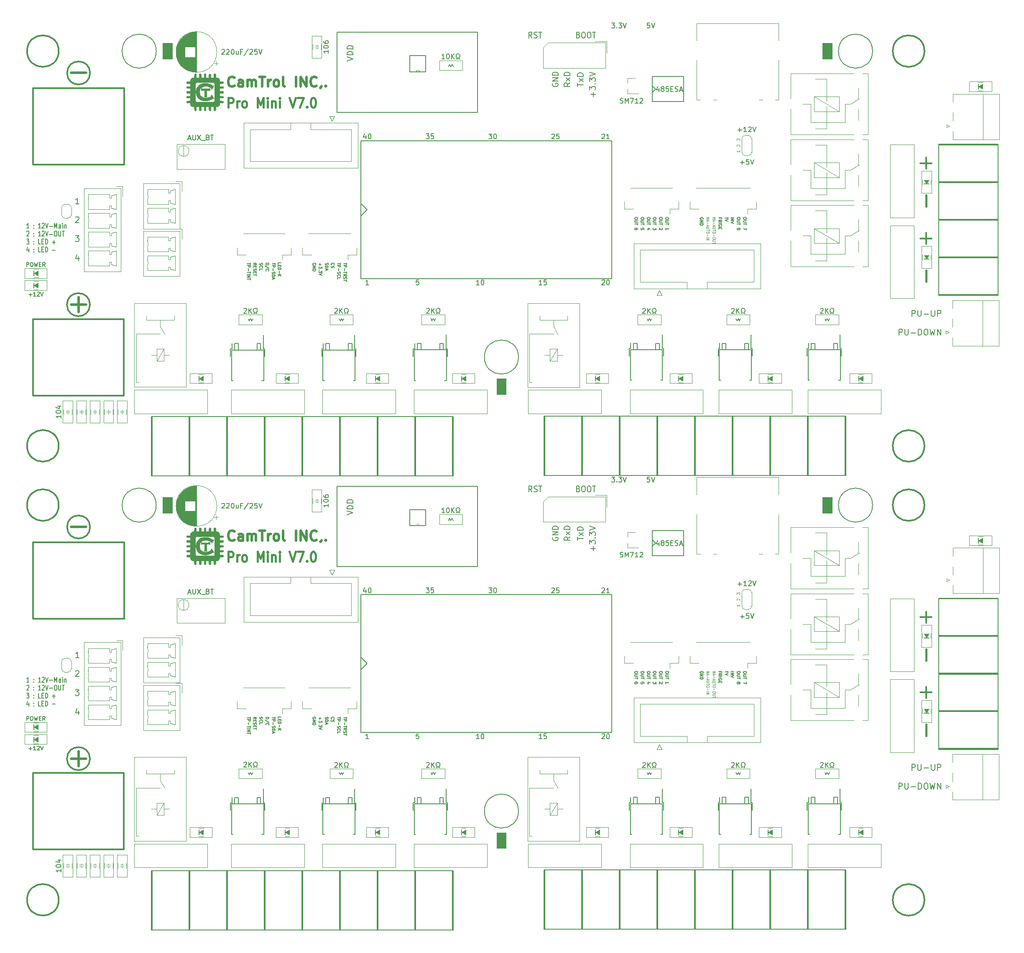
<source format=gbr>
%TF.GenerationSoftware,KiCad,Pcbnew,8.0.7*%
%TF.CreationDate,2025-01-14T19:52:07+09:00*%
%TF.ProjectId,AutoHome-S-Main_V7.0,4175746f-486f-46d6-952d-532d4d61696e,rev?*%
%TF.SameCoordinates,Original*%
%TF.FileFunction,Legend,Top*%
%TF.FilePolarity,Positive*%
%FSLAX46Y46*%
G04 Gerber Fmt 4.6, Leading zero omitted, Abs format (unit mm)*
G04 Created by KiCad (PCBNEW 8.0.7) date 2025-01-14 19:52:07*
%MOMM*%
%LPD*%
G01*
G04 APERTURE LIST*
%ADD10C,0.300000*%
%ADD11C,0.120000*%
%ADD12C,0.500000*%
%ADD13C,0.400000*%
%ADD14C,0.150000*%
%ADD15C,0.200000*%
%ADD16C,0.350000*%
%ADD17C,0.100000*%
%ADD18C,0.125000*%
%ADD19C,0.170000*%
%ADD20C,0.180000*%
%ADD21C,0.010000*%
G04 APERTURE END LIST*
D10*
X62175000Y-142130000D02*
G75*
G02*
X55775000Y-142130000I-3200000J0D01*
G01*
X55775000Y-142130000D02*
G75*
G02*
X62175000Y-142130000I3200000J0D01*
G01*
X237475000Y-222130000D02*
G75*
G02*
X231075000Y-222130000I-3200000J0D01*
G01*
X231075000Y-222130000D02*
G75*
G02*
X237475000Y-222130000I3200000J0D01*
G01*
X237474999Y-142130000D02*
G75*
G02*
X231074999Y-142130000I-3200000J0D01*
G01*
X231074999Y-142130000D02*
G75*
G02*
X237474999Y-142130000I3200000J0D01*
G01*
X62174999Y-222120000D02*
G75*
G02*
X55774999Y-222120000I-3200000J0D01*
G01*
X55774999Y-222120000D02*
G75*
G02*
X62174999Y-222120000I3200000J0D01*
G01*
D11*
X216850000Y-140525000D02*
X218750000Y-140525000D01*
X218750000Y-143725000D01*
X216850000Y-143725000D01*
X216850000Y-140525000D01*
G36*
X216850000Y-140525000D02*
G01*
X218750000Y-140525000D01*
X218750000Y-143725000D01*
X216850000Y-143725000D01*
X216850000Y-140525000D01*
G37*
X83250000Y-140535000D02*
X85150000Y-140535000D01*
X85150000Y-143735000D01*
X83250000Y-143735000D01*
X83250000Y-140535000D01*
G36*
X83250000Y-140535000D02*
G01*
X85150000Y-140535000D01*
X85150000Y-143735000D01*
X83250000Y-143735000D01*
X83250000Y-140535000D01*
G37*
X150880000Y-208475000D02*
X152780000Y-208475000D01*
X152780000Y-211675000D01*
X150880000Y-211675000D01*
X150880000Y-208475000D01*
G36*
X150880000Y-208475000D02*
G01*
X152780000Y-208475000D01*
X152780000Y-211675000D01*
X150880000Y-211675000D01*
X150880000Y-208475000D01*
G37*
D10*
X68530225Y-146565000D02*
G75*
G02*
X63869775Y-146565000I-2330225J0D01*
G01*
X63869775Y-146565000D02*
G75*
G02*
X68530225Y-146565000I2330225J0D01*
G01*
X68505225Y-193515000D02*
G75*
G02*
X63844775Y-193515000I-2330225J0D01*
G01*
X63844775Y-193515000D02*
G75*
G02*
X68505225Y-193515000I2330225J0D01*
G01*
D12*
X97747994Y-149123761D02*
X97652756Y-149219000D01*
X97652756Y-149219000D02*
X97367042Y-149314238D01*
X97367042Y-149314238D02*
X97176566Y-149314238D01*
X97176566Y-149314238D02*
X96890851Y-149219000D01*
X96890851Y-149219000D02*
X96700375Y-149028523D01*
X96700375Y-149028523D02*
X96605137Y-148838047D01*
X96605137Y-148838047D02*
X96509899Y-148457095D01*
X96509899Y-148457095D02*
X96509899Y-148171380D01*
X96509899Y-148171380D02*
X96605137Y-147790428D01*
X96605137Y-147790428D02*
X96700375Y-147599952D01*
X96700375Y-147599952D02*
X96890851Y-147409476D01*
X96890851Y-147409476D02*
X97176566Y-147314238D01*
X97176566Y-147314238D02*
X97367042Y-147314238D01*
X97367042Y-147314238D02*
X97652756Y-147409476D01*
X97652756Y-147409476D02*
X97747994Y-147504714D01*
X99462280Y-149314238D02*
X99462280Y-148266619D01*
X99462280Y-148266619D02*
X99367042Y-148076142D01*
X99367042Y-148076142D02*
X99176566Y-147980904D01*
X99176566Y-147980904D02*
X98795613Y-147980904D01*
X98795613Y-147980904D02*
X98605137Y-148076142D01*
X99462280Y-149219000D02*
X99271804Y-149314238D01*
X99271804Y-149314238D02*
X98795613Y-149314238D01*
X98795613Y-149314238D02*
X98605137Y-149219000D01*
X98605137Y-149219000D02*
X98509899Y-149028523D01*
X98509899Y-149028523D02*
X98509899Y-148838047D01*
X98509899Y-148838047D02*
X98605137Y-148647571D01*
X98605137Y-148647571D02*
X98795613Y-148552333D01*
X98795613Y-148552333D02*
X99271804Y-148552333D01*
X99271804Y-148552333D02*
X99462280Y-148457095D01*
X100414661Y-149314238D02*
X100414661Y-147980904D01*
X100414661Y-148171380D02*
X100509899Y-148076142D01*
X100509899Y-148076142D02*
X100700375Y-147980904D01*
X100700375Y-147980904D02*
X100986090Y-147980904D01*
X100986090Y-147980904D02*
X101176566Y-148076142D01*
X101176566Y-148076142D02*
X101271804Y-148266619D01*
X101271804Y-148266619D02*
X101271804Y-149314238D01*
X101271804Y-148266619D02*
X101367042Y-148076142D01*
X101367042Y-148076142D02*
X101557518Y-147980904D01*
X101557518Y-147980904D02*
X101843232Y-147980904D01*
X101843232Y-147980904D02*
X102033709Y-148076142D01*
X102033709Y-148076142D02*
X102128947Y-148266619D01*
X102128947Y-148266619D02*
X102128947Y-149314238D01*
X102795614Y-147314238D02*
X103938471Y-147314238D01*
X103367042Y-149314238D02*
X103367042Y-147314238D01*
X104605138Y-149314238D02*
X104605138Y-147980904D01*
X104605138Y-148361857D02*
X104700376Y-148171380D01*
X104700376Y-148171380D02*
X104795614Y-148076142D01*
X104795614Y-148076142D02*
X104986090Y-147980904D01*
X104986090Y-147980904D02*
X105176567Y-147980904D01*
X106128947Y-149314238D02*
X105938471Y-149219000D01*
X105938471Y-149219000D02*
X105843233Y-149123761D01*
X105843233Y-149123761D02*
X105747995Y-148933285D01*
X105747995Y-148933285D02*
X105747995Y-148361857D01*
X105747995Y-148361857D02*
X105843233Y-148171380D01*
X105843233Y-148171380D02*
X105938471Y-148076142D01*
X105938471Y-148076142D02*
X106128947Y-147980904D01*
X106128947Y-147980904D02*
X106414662Y-147980904D01*
X106414662Y-147980904D02*
X106605138Y-148076142D01*
X106605138Y-148076142D02*
X106700376Y-148171380D01*
X106700376Y-148171380D02*
X106795614Y-148361857D01*
X106795614Y-148361857D02*
X106795614Y-148933285D01*
X106795614Y-148933285D02*
X106700376Y-149123761D01*
X106700376Y-149123761D02*
X106605138Y-149219000D01*
X106605138Y-149219000D02*
X106414662Y-149314238D01*
X106414662Y-149314238D02*
X106128947Y-149314238D01*
X107938471Y-149314238D02*
X107747995Y-149219000D01*
X107747995Y-149219000D02*
X107652757Y-149028523D01*
X107652757Y-149028523D02*
X107652757Y-147314238D01*
X110224186Y-149314238D02*
X110224186Y-147314238D01*
X111176567Y-149314238D02*
X111176567Y-147314238D01*
X111176567Y-147314238D02*
X112319424Y-149314238D01*
X112319424Y-149314238D02*
X112319424Y-147314238D01*
X114414662Y-149123761D02*
X114319424Y-149219000D01*
X114319424Y-149219000D02*
X114033710Y-149314238D01*
X114033710Y-149314238D02*
X113843234Y-149314238D01*
X113843234Y-149314238D02*
X113557519Y-149219000D01*
X113557519Y-149219000D02*
X113367043Y-149028523D01*
X113367043Y-149028523D02*
X113271805Y-148838047D01*
X113271805Y-148838047D02*
X113176567Y-148457095D01*
X113176567Y-148457095D02*
X113176567Y-148171380D01*
X113176567Y-148171380D02*
X113271805Y-147790428D01*
X113271805Y-147790428D02*
X113367043Y-147599952D01*
X113367043Y-147599952D02*
X113557519Y-147409476D01*
X113557519Y-147409476D02*
X113843234Y-147314238D01*
X113843234Y-147314238D02*
X114033710Y-147314238D01*
X114033710Y-147314238D02*
X114319424Y-147409476D01*
X114319424Y-147409476D02*
X114414662Y-147504714D01*
X115367043Y-149219000D02*
X115367043Y-149314238D01*
X115367043Y-149314238D02*
X115271805Y-149504714D01*
X115271805Y-149504714D02*
X115176567Y-149599952D01*
X116224186Y-149123761D02*
X116319424Y-149219000D01*
X116319424Y-149219000D02*
X116224186Y-149314238D01*
X116224186Y-149314238D02*
X116128948Y-149219000D01*
X116128948Y-149219000D02*
X116224186Y-149123761D01*
X116224186Y-149123761D02*
X116224186Y-149314238D01*
D13*
X96491728Y-153569438D02*
X96491728Y-151569438D01*
X96491728Y-151569438D02*
X97177442Y-151569438D01*
X97177442Y-151569438D02*
X97348871Y-151664676D01*
X97348871Y-151664676D02*
X97434585Y-151759914D01*
X97434585Y-151759914D02*
X97520299Y-151950390D01*
X97520299Y-151950390D02*
X97520299Y-152236104D01*
X97520299Y-152236104D02*
X97434585Y-152426580D01*
X97434585Y-152426580D02*
X97348871Y-152521819D01*
X97348871Y-152521819D02*
X97177442Y-152617057D01*
X97177442Y-152617057D02*
X96491728Y-152617057D01*
X98291728Y-153569438D02*
X98291728Y-152236104D01*
X98291728Y-152617057D02*
X98377442Y-152426580D01*
X98377442Y-152426580D02*
X98463157Y-152331342D01*
X98463157Y-152331342D02*
X98634585Y-152236104D01*
X98634585Y-152236104D02*
X98806014Y-152236104D01*
X99663157Y-153569438D02*
X99491728Y-153474200D01*
X99491728Y-153474200D02*
X99406014Y-153378961D01*
X99406014Y-153378961D02*
X99320300Y-153188485D01*
X99320300Y-153188485D02*
X99320300Y-152617057D01*
X99320300Y-152617057D02*
X99406014Y-152426580D01*
X99406014Y-152426580D02*
X99491728Y-152331342D01*
X99491728Y-152331342D02*
X99663157Y-152236104D01*
X99663157Y-152236104D02*
X99920300Y-152236104D01*
X99920300Y-152236104D02*
X100091728Y-152331342D01*
X100091728Y-152331342D02*
X100177443Y-152426580D01*
X100177443Y-152426580D02*
X100263157Y-152617057D01*
X100263157Y-152617057D02*
X100263157Y-153188485D01*
X100263157Y-153188485D02*
X100177443Y-153378961D01*
X100177443Y-153378961D02*
X100091728Y-153474200D01*
X100091728Y-153474200D02*
X99920300Y-153569438D01*
X99920300Y-153569438D02*
X99663157Y-153569438D01*
X102406014Y-153569438D02*
X102406014Y-151569438D01*
X102406014Y-151569438D02*
X103006014Y-152998009D01*
X103006014Y-152998009D02*
X103606014Y-151569438D01*
X103606014Y-151569438D02*
X103606014Y-153569438D01*
X104463157Y-153569438D02*
X104463157Y-152236104D01*
X104463157Y-151569438D02*
X104377443Y-151664676D01*
X104377443Y-151664676D02*
X104463157Y-151759914D01*
X104463157Y-151759914D02*
X104548871Y-151664676D01*
X104548871Y-151664676D02*
X104463157Y-151569438D01*
X104463157Y-151569438D02*
X104463157Y-151759914D01*
X105320300Y-152236104D02*
X105320300Y-153569438D01*
X105320300Y-152426580D02*
X105406014Y-152331342D01*
X105406014Y-152331342D02*
X105577443Y-152236104D01*
X105577443Y-152236104D02*
X105834586Y-152236104D01*
X105834586Y-152236104D02*
X106006014Y-152331342D01*
X106006014Y-152331342D02*
X106091729Y-152521819D01*
X106091729Y-152521819D02*
X106091729Y-153569438D01*
X106948871Y-153569438D02*
X106948871Y-152236104D01*
X106948871Y-151569438D02*
X106863157Y-151664676D01*
X106863157Y-151664676D02*
X106948871Y-151759914D01*
X106948871Y-151759914D02*
X107034585Y-151664676D01*
X107034585Y-151664676D02*
X106948871Y-151569438D01*
X106948871Y-151569438D02*
X106948871Y-151759914D01*
X108920300Y-151569438D02*
X109520300Y-153569438D01*
X109520300Y-153569438D02*
X110120300Y-151569438D01*
X110548871Y-151569438D02*
X111748871Y-151569438D01*
X111748871Y-151569438D02*
X110977443Y-153569438D01*
X112434586Y-153378961D02*
X112520300Y-153474200D01*
X112520300Y-153474200D02*
X112434586Y-153569438D01*
X112434586Y-153569438D02*
X112348872Y-153474200D01*
X112348872Y-153474200D02*
X112434586Y-153378961D01*
X112434586Y-153378961D02*
X112434586Y-153569438D01*
X113634586Y-151569438D02*
X113806015Y-151569438D01*
X113806015Y-151569438D02*
X113977443Y-151664676D01*
X113977443Y-151664676D02*
X114063158Y-151759914D01*
X114063158Y-151759914D02*
X114148872Y-151950390D01*
X114148872Y-151950390D02*
X114234586Y-152331342D01*
X114234586Y-152331342D02*
X114234586Y-152807533D01*
X114234586Y-152807533D02*
X114148872Y-153188485D01*
X114148872Y-153188485D02*
X114063158Y-153378961D01*
X114063158Y-153378961D02*
X113977443Y-153474200D01*
X113977443Y-153474200D02*
X113806015Y-153569438D01*
X113806015Y-153569438D02*
X113634586Y-153569438D01*
X113634586Y-153569438D02*
X113463158Y-153474200D01*
X113463158Y-153474200D02*
X113377443Y-153378961D01*
X113377443Y-153378961D02*
X113291729Y-153188485D01*
X113291729Y-153188485D02*
X113206015Y-152807533D01*
X113206015Y-152807533D02*
X113206015Y-152331342D01*
X113206015Y-152331342D02*
X113291729Y-151950390D01*
X113291729Y-151950390D02*
X113377443Y-151759914D01*
X113377443Y-151759914D02*
X113463158Y-151664676D01*
X113463158Y-151664676D02*
X113634586Y-151569438D01*
D14*
X181842969Y-136444819D02*
X181366779Y-136444819D01*
X181366779Y-136444819D02*
X181319160Y-136921009D01*
X181319160Y-136921009D02*
X181366779Y-136873390D01*
X181366779Y-136873390D02*
X181462017Y-136825771D01*
X181462017Y-136825771D02*
X181700112Y-136825771D01*
X181700112Y-136825771D02*
X181795350Y-136873390D01*
X181795350Y-136873390D02*
X181842969Y-136921009D01*
X181842969Y-136921009D02*
X181890588Y-137016247D01*
X181890588Y-137016247D02*
X181890588Y-137254342D01*
X181890588Y-137254342D02*
X181842969Y-137349580D01*
X181842969Y-137349580D02*
X181795350Y-137397200D01*
X181795350Y-137397200D02*
X181700112Y-137444819D01*
X181700112Y-137444819D02*
X181462017Y-137444819D01*
X181462017Y-137444819D02*
X181366779Y-137397200D01*
X181366779Y-137397200D02*
X181319160Y-137349580D01*
X182176303Y-136444819D02*
X182509636Y-137444819D01*
X182509636Y-137444819D02*
X182842969Y-136444819D01*
D15*
X66188065Y-183777242D02*
X66188065Y-184577242D01*
X65902350Y-183320100D02*
X65616636Y-184177242D01*
X65616636Y-184177242D02*
X66359493Y-184177242D01*
X120574742Y-144100863D02*
X121774742Y-143700863D01*
X121774742Y-143700863D02*
X120574742Y-143300863D01*
X121774742Y-142900863D02*
X120574742Y-142900863D01*
X120574742Y-142900863D02*
X120574742Y-142615149D01*
X120574742Y-142615149D02*
X120631885Y-142443720D01*
X120631885Y-142443720D02*
X120746171Y-142329435D01*
X120746171Y-142329435D02*
X120860457Y-142272292D01*
X120860457Y-142272292D02*
X121089028Y-142215149D01*
X121089028Y-142215149D02*
X121260457Y-142215149D01*
X121260457Y-142215149D02*
X121489028Y-142272292D01*
X121489028Y-142272292D02*
X121603314Y-142329435D01*
X121603314Y-142329435D02*
X121717600Y-142443720D01*
X121717600Y-142443720D02*
X121774742Y-142615149D01*
X121774742Y-142615149D02*
X121774742Y-142900863D01*
X121774742Y-141700863D02*
X120574742Y-141700863D01*
X120574742Y-141700863D02*
X120574742Y-141415149D01*
X120574742Y-141415149D02*
X120631885Y-141243720D01*
X120631885Y-141243720D02*
X120746171Y-141129435D01*
X120746171Y-141129435D02*
X120860457Y-141072292D01*
X120860457Y-141072292D02*
X121089028Y-141015149D01*
X121089028Y-141015149D02*
X121260457Y-141015149D01*
X121260457Y-141015149D02*
X121489028Y-141072292D01*
X121489028Y-141072292D02*
X121603314Y-141129435D01*
X121603314Y-141129435D02*
X121717600Y-141243720D01*
X121717600Y-141243720D02*
X121774742Y-141415149D01*
X121774742Y-141415149D02*
X121774742Y-141700863D01*
X158017619Y-139459742D02*
X157650952Y-138888314D01*
X157389047Y-139459742D02*
X157389047Y-138259742D01*
X157389047Y-138259742D02*
X157808095Y-138259742D01*
X157808095Y-138259742D02*
X157912857Y-138316885D01*
X157912857Y-138316885D02*
X157965238Y-138374028D01*
X157965238Y-138374028D02*
X158017619Y-138488314D01*
X158017619Y-138488314D02*
X158017619Y-138659742D01*
X158017619Y-138659742D02*
X157965238Y-138774028D01*
X157965238Y-138774028D02*
X157912857Y-138831171D01*
X157912857Y-138831171D02*
X157808095Y-138888314D01*
X157808095Y-138888314D02*
X157389047Y-138888314D01*
X158436666Y-139402600D02*
X158593809Y-139459742D01*
X158593809Y-139459742D02*
X158855714Y-139459742D01*
X158855714Y-139459742D02*
X158960476Y-139402600D01*
X158960476Y-139402600D02*
X159012857Y-139345457D01*
X159012857Y-139345457D02*
X159065238Y-139231171D01*
X159065238Y-139231171D02*
X159065238Y-139116885D01*
X159065238Y-139116885D02*
X159012857Y-139002600D01*
X159012857Y-139002600D02*
X158960476Y-138945457D01*
X158960476Y-138945457D02*
X158855714Y-138888314D01*
X158855714Y-138888314D02*
X158646190Y-138831171D01*
X158646190Y-138831171D02*
X158541428Y-138774028D01*
X158541428Y-138774028D02*
X158489047Y-138716885D01*
X158489047Y-138716885D02*
X158436666Y-138602600D01*
X158436666Y-138602600D02*
X158436666Y-138488314D01*
X158436666Y-138488314D02*
X158489047Y-138374028D01*
X158489047Y-138374028D02*
X158541428Y-138316885D01*
X158541428Y-138316885D02*
X158646190Y-138259742D01*
X158646190Y-138259742D02*
X158908095Y-138259742D01*
X158908095Y-138259742D02*
X159065238Y-138316885D01*
X159379523Y-138259742D02*
X160008095Y-138259742D01*
X159693809Y-139459742D02*
X159693809Y-138259742D01*
X167377143Y-138831171D02*
X167534286Y-138888314D01*
X167534286Y-138888314D02*
X167586667Y-138945457D01*
X167586667Y-138945457D02*
X167639048Y-139059742D01*
X167639048Y-139059742D02*
X167639048Y-139231171D01*
X167639048Y-139231171D02*
X167586667Y-139345457D01*
X167586667Y-139345457D02*
X167534286Y-139402600D01*
X167534286Y-139402600D02*
X167429524Y-139459742D01*
X167429524Y-139459742D02*
X167010476Y-139459742D01*
X167010476Y-139459742D02*
X167010476Y-138259742D01*
X167010476Y-138259742D02*
X167377143Y-138259742D01*
X167377143Y-138259742D02*
X167481905Y-138316885D01*
X167481905Y-138316885D02*
X167534286Y-138374028D01*
X167534286Y-138374028D02*
X167586667Y-138488314D01*
X167586667Y-138488314D02*
X167586667Y-138602600D01*
X167586667Y-138602600D02*
X167534286Y-138716885D01*
X167534286Y-138716885D02*
X167481905Y-138774028D01*
X167481905Y-138774028D02*
X167377143Y-138831171D01*
X167377143Y-138831171D02*
X167010476Y-138831171D01*
X168320000Y-138259742D02*
X168529524Y-138259742D01*
X168529524Y-138259742D02*
X168634286Y-138316885D01*
X168634286Y-138316885D02*
X168739048Y-138431171D01*
X168739048Y-138431171D02*
X168791429Y-138659742D01*
X168791429Y-138659742D02*
X168791429Y-139059742D01*
X168791429Y-139059742D02*
X168739048Y-139288314D01*
X168739048Y-139288314D02*
X168634286Y-139402600D01*
X168634286Y-139402600D02*
X168529524Y-139459742D01*
X168529524Y-139459742D02*
X168320000Y-139459742D01*
X168320000Y-139459742D02*
X168215238Y-139402600D01*
X168215238Y-139402600D02*
X168110476Y-139288314D01*
X168110476Y-139288314D02*
X168058095Y-139059742D01*
X168058095Y-139059742D02*
X168058095Y-138659742D01*
X168058095Y-138659742D02*
X168110476Y-138431171D01*
X168110476Y-138431171D02*
X168215238Y-138316885D01*
X168215238Y-138316885D02*
X168320000Y-138259742D01*
X169472381Y-138259742D02*
X169681905Y-138259742D01*
X169681905Y-138259742D02*
X169786667Y-138316885D01*
X169786667Y-138316885D02*
X169891429Y-138431171D01*
X169891429Y-138431171D02*
X169943810Y-138659742D01*
X169943810Y-138659742D02*
X169943810Y-139059742D01*
X169943810Y-139059742D02*
X169891429Y-139288314D01*
X169891429Y-139288314D02*
X169786667Y-139402600D01*
X169786667Y-139402600D02*
X169681905Y-139459742D01*
X169681905Y-139459742D02*
X169472381Y-139459742D01*
X169472381Y-139459742D02*
X169367619Y-139402600D01*
X169367619Y-139402600D02*
X169262857Y-139288314D01*
X169262857Y-139288314D02*
X169210476Y-139059742D01*
X169210476Y-139059742D02*
X169210476Y-138659742D01*
X169210476Y-138659742D02*
X169262857Y-138431171D01*
X169262857Y-138431171D02*
X169367619Y-138316885D01*
X169367619Y-138316885D02*
X169472381Y-138259742D01*
X170258095Y-138259742D02*
X170886667Y-138259742D01*
X170572381Y-139459742D02*
X170572381Y-138259742D01*
X165729742Y-148574673D02*
X165158314Y-148974673D01*
X165729742Y-149260387D02*
X164529742Y-149260387D01*
X164529742Y-149260387D02*
X164529742Y-148803244D01*
X164529742Y-148803244D02*
X164586885Y-148688959D01*
X164586885Y-148688959D02*
X164644028Y-148631816D01*
X164644028Y-148631816D02*
X164758314Y-148574673D01*
X164758314Y-148574673D02*
X164929742Y-148574673D01*
X164929742Y-148574673D02*
X165044028Y-148631816D01*
X165044028Y-148631816D02*
X165101171Y-148688959D01*
X165101171Y-148688959D02*
X165158314Y-148803244D01*
X165158314Y-148803244D02*
X165158314Y-149260387D01*
X165729742Y-148174673D02*
X164929742Y-147546102D01*
X164929742Y-148174673D02*
X165729742Y-147546102D01*
X165729742Y-147088958D02*
X164529742Y-147088958D01*
X164529742Y-147088958D02*
X164529742Y-146803244D01*
X164529742Y-146803244D02*
X164586885Y-146631815D01*
X164586885Y-146631815D02*
X164701171Y-146517530D01*
X164701171Y-146517530D02*
X164815457Y-146460387D01*
X164815457Y-146460387D02*
X165044028Y-146403244D01*
X165044028Y-146403244D02*
X165215457Y-146403244D01*
X165215457Y-146403244D02*
X165444028Y-146460387D01*
X165444028Y-146460387D02*
X165558314Y-146517530D01*
X165558314Y-146517530D02*
X165672600Y-146631815D01*
X165672600Y-146631815D02*
X165729742Y-146803244D01*
X165729742Y-146803244D02*
X165729742Y-147088958D01*
X162186885Y-148688482D02*
X162129742Y-148793244D01*
X162129742Y-148793244D02*
X162129742Y-148950387D01*
X162129742Y-148950387D02*
X162186885Y-149107530D01*
X162186885Y-149107530D02*
X162301171Y-149212292D01*
X162301171Y-149212292D02*
X162415457Y-149264673D01*
X162415457Y-149264673D02*
X162644028Y-149317054D01*
X162644028Y-149317054D02*
X162815457Y-149317054D01*
X162815457Y-149317054D02*
X163044028Y-149264673D01*
X163044028Y-149264673D02*
X163158314Y-149212292D01*
X163158314Y-149212292D02*
X163272600Y-149107530D01*
X163272600Y-149107530D02*
X163329742Y-148950387D01*
X163329742Y-148950387D02*
X163329742Y-148845625D01*
X163329742Y-148845625D02*
X163272600Y-148688482D01*
X163272600Y-148688482D02*
X163215457Y-148636101D01*
X163215457Y-148636101D02*
X162815457Y-148636101D01*
X162815457Y-148636101D02*
X162815457Y-148845625D01*
X163329742Y-148164673D02*
X162129742Y-148164673D01*
X162129742Y-148164673D02*
X163329742Y-147536101D01*
X163329742Y-147536101D02*
X162129742Y-147536101D01*
X163329742Y-147012292D02*
X162129742Y-147012292D01*
X162129742Y-147012292D02*
X162129742Y-146750387D01*
X162129742Y-146750387D02*
X162186885Y-146593244D01*
X162186885Y-146593244D02*
X162301171Y-146488482D01*
X162301171Y-146488482D02*
X162415457Y-146436101D01*
X162415457Y-146436101D02*
X162644028Y-146383720D01*
X162644028Y-146383720D02*
X162815457Y-146383720D01*
X162815457Y-146383720D02*
X163044028Y-146436101D01*
X163044028Y-146436101D02*
X163158314Y-146488482D01*
X163158314Y-146488482D02*
X163272600Y-146593244D01*
X163272600Y-146593244D02*
X163329742Y-146750387D01*
X163329742Y-146750387D02*
X163329742Y-147012292D01*
X65611840Y-175791528D02*
X65668983Y-175734385D01*
X65668983Y-175734385D02*
X65783269Y-175677242D01*
X65783269Y-175677242D02*
X66068983Y-175677242D01*
X66068983Y-175677242D02*
X66183269Y-175734385D01*
X66183269Y-175734385D02*
X66240411Y-175791528D01*
X66240411Y-175791528D02*
X66297554Y-175905814D01*
X66297554Y-175905814D02*
X66297554Y-176020100D01*
X66297554Y-176020100D02*
X66240411Y-176191528D01*
X66240411Y-176191528D02*
X65554697Y-176877242D01*
X65554697Y-176877242D02*
X66297554Y-176877242D01*
D14*
X174141541Y-136444819D02*
X174760588Y-136444819D01*
X174760588Y-136444819D02*
X174427255Y-136825771D01*
X174427255Y-136825771D02*
X174570112Y-136825771D01*
X174570112Y-136825771D02*
X174665350Y-136873390D01*
X174665350Y-136873390D02*
X174712969Y-136921009D01*
X174712969Y-136921009D02*
X174760588Y-137016247D01*
X174760588Y-137016247D02*
X174760588Y-137254342D01*
X174760588Y-137254342D02*
X174712969Y-137349580D01*
X174712969Y-137349580D02*
X174665350Y-137397200D01*
X174665350Y-137397200D02*
X174570112Y-137444819D01*
X174570112Y-137444819D02*
X174284398Y-137444819D01*
X174284398Y-137444819D02*
X174189160Y-137397200D01*
X174189160Y-137397200D02*
X174141541Y-137349580D01*
X175189160Y-137349580D02*
X175236779Y-137397200D01*
X175236779Y-137397200D02*
X175189160Y-137444819D01*
X175189160Y-137444819D02*
X175141541Y-137397200D01*
X175141541Y-137397200D02*
X175189160Y-137349580D01*
X175189160Y-137349580D02*
X175189160Y-137444819D01*
X175570112Y-136444819D02*
X176189159Y-136444819D01*
X176189159Y-136444819D02*
X175855826Y-136825771D01*
X175855826Y-136825771D02*
X175998683Y-136825771D01*
X175998683Y-136825771D02*
X176093921Y-136873390D01*
X176093921Y-136873390D02*
X176141540Y-136921009D01*
X176141540Y-136921009D02*
X176189159Y-137016247D01*
X176189159Y-137016247D02*
X176189159Y-137254342D01*
X176189159Y-137254342D02*
X176141540Y-137349580D01*
X176141540Y-137349580D02*
X176093921Y-137397200D01*
X176093921Y-137397200D02*
X175998683Y-137444819D01*
X175998683Y-137444819D02*
X175712969Y-137444819D01*
X175712969Y-137444819D02*
X175617731Y-137397200D01*
X175617731Y-137397200D02*
X175570112Y-137349580D01*
X176474874Y-136444819D02*
X176808207Y-137444819D01*
X176808207Y-137444819D02*
X177141540Y-136444819D01*
D15*
X167179742Y-149288959D02*
X167179742Y-148603245D01*
X168379742Y-148946102D02*
X167179742Y-148946102D01*
X168379742Y-148317530D02*
X167579742Y-147688959D01*
X167579742Y-148317530D02*
X168379742Y-147688959D01*
X168379742Y-147231815D02*
X167179742Y-147231815D01*
X167179742Y-147231815D02*
X167179742Y-146946101D01*
X167179742Y-146946101D02*
X167236885Y-146774672D01*
X167236885Y-146774672D02*
X167351171Y-146660387D01*
X167351171Y-146660387D02*
X167465457Y-146603244D01*
X167465457Y-146603244D02*
X167694028Y-146546101D01*
X167694028Y-146546101D02*
X167865457Y-146546101D01*
X167865457Y-146546101D02*
X168094028Y-146603244D01*
X168094028Y-146603244D02*
X168208314Y-146660387D01*
X168208314Y-146660387D02*
X168322600Y-146774672D01*
X168322600Y-146774672D02*
X168379742Y-146946101D01*
X168379742Y-146946101D02*
X168379742Y-147231815D01*
X56171101Y-178022303D02*
X55713958Y-178022303D01*
X55942530Y-178022303D02*
X55942530Y-177022303D01*
X55942530Y-177022303D02*
X55866339Y-177165160D01*
X55866339Y-177165160D02*
X55790149Y-177260398D01*
X55790149Y-177260398D02*
X55713958Y-177308017D01*
X57123483Y-177927064D02*
X57161578Y-177974684D01*
X57161578Y-177974684D02*
X57123483Y-178022303D01*
X57123483Y-178022303D02*
X57085387Y-177974684D01*
X57085387Y-177974684D02*
X57123483Y-177927064D01*
X57123483Y-177927064D02*
X57123483Y-178022303D01*
X57123483Y-177403255D02*
X57161578Y-177450874D01*
X57161578Y-177450874D02*
X57123483Y-177498493D01*
X57123483Y-177498493D02*
X57085387Y-177450874D01*
X57085387Y-177450874D02*
X57123483Y-177403255D01*
X57123483Y-177403255D02*
X57123483Y-177498493D01*
X58533006Y-178022303D02*
X58075863Y-178022303D01*
X58304435Y-178022303D02*
X58304435Y-177022303D01*
X58304435Y-177022303D02*
X58228244Y-177165160D01*
X58228244Y-177165160D02*
X58152054Y-177260398D01*
X58152054Y-177260398D02*
X58075863Y-177308017D01*
X58837768Y-177117541D02*
X58875864Y-177069922D01*
X58875864Y-177069922D02*
X58952054Y-177022303D01*
X58952054Y-177022303D02*
X59142530Y-177022303D01*
X59142530Y-177022303D02*
X59218721Y-177069922D01*
X59218721Y-177069922D02*
X59256816Y-177117541D01*
X59256816Y-177117541D02*
X59294911Y-177212779D01*
X59294911Y-177212779D02*
X59294911Y-177308017D01*
X59294911Y-177308017D02*
X59256816Y-177450874D01*
X59256816Y-177450874D02*
X58799673Y-178022303D01*
X58799673Y-178022303D02*
X59294911Y-178022303D01*
X59523483Y-177022303D02*
X59790150Y-178022303D01*
X59790150Y-178022303D02*
X60056816Y-177022303D01*
X60323483Y-177641350D02*
X60933007Y-177641350D01*
X61313959Y-178022303D02*
X61313959Y-177022303D01*
X61313959Y-177022303D02*
X61580625Y-177736588D01*
X61580625Y-177736588D02*
X61847292Y-177022303D01*
X61847292Y-177022303D02*
X61847292Y-178022303D01*
X62571102Y-178022303D02*
X62571102Y-177498493D01*
X62571102Y-177498493D02*
X62533007Y-177403255D01*
X62533007Y-177403255D02*
X62456816Y-177355636D01*
X62456816Y-177355636D02*
X62304435Y-177355636D01*
X62304435Y-177355636D02*
X62228245Y-177403255D01*
X62571102Y-177974684D02*
X62494911Y-178022303D01*
X62494911Y-178022303D02*
X62304435Y-178022303D01*
X62304435Y-178022303D02*
X62228245Y-177974684D01*
X62228245Y-177974684D02*
X62190149Y-177879445D01*
X62190149Y-177879445D02*
X62190149Y-177784207D01*
X62190149Y-177784207D02*
X62228245Y-177688969D01*
X62228245Y-177688969D02*
X62304435Y-177641350D01*
X62304435Y-177641350D02*
X62494911Y-177641350D01*
X62494911Y-177641350D02*
X62571102Y-177593731D01*
X62952055Y-178022303D02*
X62952055Y-177355636D01*
X62952055Y-177022303D02*
X62913959Y-177069922D01*
X62913959Y-177069922D02*
X62952055Y-177117541D01*
X62952055Y-177117541D02*
X62990150Y-177069922D01*
X62990150Y-177069922D02*
X62952055Y-177022303D01*
X62952055Y-177022303D02*
X62952055Y-177117541D01*
X63333007Y-177355636D02*
X63333007Y-178022303D01*
X63333007Y-177450874D02*
X63371102Y-177403255D01*
X63371102Y-177403255D02*
X63447292Y-177355636D01*
X63447292Y-177355636D02*
X63561578Y-177355636D01*
X63561578Y-177355636D02*
X63637769Y-177403255D01*
X63637769Y-177403255D02*
X63675864Y-177498493D01*
X63675864Y-177498493D02*
X63675864Y-178022303D01*
X55713958Y-178727485D02*
X55752054Y-178679866D01*
X55752054Y-178679866D02*
X55828244Y-178632247D01*
X55828244Y-178632247D02*
X56018720Y-178632247D01*
X56018720Y-178632247D02*
X56094911Y-178679866D01*
X56094911Y-178679866D02*
X56133006Y-178727485D01*
X56133006Y-178727485D02*
X56171101Y-178822723D01*
X56171101Y-178822723D02*
X56171101Y-178917961D01*
X56171101Y-178917961D02*
X56133006Y-179060818D01*
X56133006Y-179060818D02*
X55675863Y-179632247D01*
X55675863Y-179632247D02*
X56171101Y-179632247D01*
X57123483Y-179537008D02*
X57161578Y-179584628D01*
X57161578Y-179584628D02*
X57123483Y-179632247D01*
X57123483Y-179632247D02*
X57085387Y-179584628D01*
X57085387Y-179584628D02*
X57123483Y-179537008D01*
X57123483Y-179537008D02*
X57123483Y-179632247D01*
X57123483Y-179013199D02*
X57161578Y-179060818D01*
X57161578Y-179060818D02*
X57123483Y-179108437D01*
X57123483Y-179108437D02*
X57085387Y-179060818D01*
X57085387Y-179060818D02*
X57123483Y-179013199D01*
X57123483Y-179013199D02*
X57123483Y-179108437D01*
X58533006Y-179632247D02*
X58075863Y-179632247D01*
X58304435Y-179632247D02*
X58304435Y-178632247D01*
X58304435Y-178632247D02*
X58228244Y-178775104D01*
X58228244Y-178775104D02*
X58152054Y-178870342D01*
X58152054Y-178870342D02*
X58075863Y-178917961D01*
X58837768Y-178727485D02*
X58875864Y-178679866D01*
X58875864Y-178679866D02*
X58952054Y-178632247D01*
X58952054Y-178632247D02*
X59142530Y-178632247D01*
X59142530Y-178632247D02*
X59218721Y-178679866D01*
X59218721Y-178679866D02*
X59256816Y-178727485D01*
X59256816Y-178727485D02*
X59294911Y-178822723D01*
X59294911Y-178822723D02*
X59294911Y-178917961D01*
X59294911Y-178917961D02*
X59256816Y-179060818D01*
X59256816Y-179060818D02*
X58799673Y-179632247D01*
X58799673Y-179632247D02*
X59294911Y-179632247D01*
X59523483Y-178632247D02*
X59790150Y-179632247D01*
X59790150Y-179632247D02*
X60056816Y-178632247D01*
X60323483Y-179251294D02*
X60933007Y-179251294D01*
X61466340Y-178632247D02*
X61618721Y-178632247D01*
X61618721Y-178632247D02*
X61694911Y-178679866D01*
X61694911Y-178679866D02*
X61771102Y-178775104D01*
X61771102Y-178775104D02*
X61809197Y-178965580D01*
X61809197Y-178965580D02*
X61809197Y-179298913D01*
X61809197Y-179298913D02*
X61771102Y-179489389D01*
X61771102Y-179489389D02*
X61694911Y-179584628D01*
X61694911Y-179584628D02*
X61618721Y-179632247D01*
X61618721Y-179632247D02*
X61466340Y-179632247D01*
X61466340Y-179632247D02*
X61390149Y-179584628D01*
X61390149Y-179584628D02*
X61313959Y-179489389D01*
X61313959Y-179489389D02*
X61275863Y-179298913D01*
X61275863Y-179298913D02*
X61275863Y-178965580D01*
X61275863Y-178965580D02*
X61313959Y-178775104D01*
X61313959Y-178775104D02*
X61390149Y-178679866D01*
X61390149Y-178679866D02*
X61466340Y-178632247D01*
X62152054Y-178632247D02*
X62152054Y-179441770D01*
X62152054Y-179441770D02*
X62190149Y-179537008D01*
X62190149Y-179537008D02*
X62228244Y-179584628D01*
X62228244Y-179584628D02*
X62304435Y-179632247D01*
X62304435Y-179632247D02*
X62456816Y-179632247D01*
X62456816Y-179632247D02*
X62533006Y-179584628D01*
X62533006Y-179584628D02*
X62571101Y-179537008D01*
X62571101Y-179537008D02*
X62609197Y-179441770D01*
X62609197Y-179441770D02*
X62609197Y-178632247D01*
X62875863Y-178632247D02*
X63333006Y-178632247D01*
X63104434Y-179632247D02*
X63104434Y-178632247D01*
X55675863Y-180242191D02*
X56171101Y-180242191D01*
X56171101Y-180242191D02*
X55904435Y-180623143D01*
X55904435Y-180623143D02*
X56018720Y-180623143D01*
X56018720Y-180623143D02*
X56094911Y-180670762D01*
X56094911Y-180670762D02*
X56133006Y-180718381D01*
X56133006Y-180718381D02*
X56171101Y-180813619D01*
X56171101Y-180813619D02*
X56171101Y-181051714D01*
X56171101Y-181051714D02*
X56133006Y-181146952D01*
X56133006Y-181146952D02*
X56094911Y-181194572D01*
X56094911Y-181194572D02*
X56018720Y-181242191D01*
X56018720Y-181242191D02*
X55790149Y-181242191D01*
X55790149Y-181242191D02*
X55713958Y-181194572D01*
X55713958Y-181194572D02*
X55675863Y-181146952D01*
X57123483Y-181146952D02*
X57161578Y-181194572D01*
X57161578Y-181194572D02*
X57123483Y-181242191D01*
X57123483Y-181242191D02*
X57085387Y-181194572D01*
X57085387Y-181194572D02*
X57123483Y-181146952D01*
X57123483Y-181146952D02*
X57123483Y-181242191D01*
X57123483Y-180623143D02*
X57161578Y-180670762D01*
X57161578Y-180670762D02*
X57123483Y-180718381D01*
X57123483Y-180718381D02*
X57085387Y-180670762D01*
X57085387Y-180670762D02*
X57123483Y-180623143D01*
X57123483Y-180623143D02*
X57123483Y-180718381D01*
X58494911Y-181242191D02*
X58113959Y-181242191D01*
X58113959Y-181242191D02*
X58113959Y-180242191D01*
X58761578Y-180718381D02*
X59028244Y-180718381D01*
X59142530Y-181242191D02*
X58761578Y-181242191D01*
X58761578Y-181242191D02*
X58761578Y-180242191D01*
X58761578Y-180242191D02*
X59142530Y-180242191D01*
X59485388Y-181242191D02*
X59485388Y-180242191D01*
X59485388Y-180242191D02*
X59675864Y-180242191D01*
X59675864Y-180242191D02*
X59790150Y-180289810D01*
X59790150Y-180289810D02*
X59866340Y-180385048D01*
X59866340Y-180385048D02*
X59904435Y-180480286D01*
X59904435Y-180480286D02*
X59942531Y-180670762D01*
X59942531Y-180670762D02*
X59942531Y-180813619D01*
X59942531Y-180813619D02*
X59904435Y-181004095D01*
X59904435Y-181004095D02*
X59866340Y-181099333D01*
X59866340Y-181099333D02*
X59790150Y-181194572D01*
X59790150Y-181194572D02*
X59675864Y-181242191D01*
X59675864Y-181242191D02*
X59485388Y-181242191D01*
X60894912Y-180861238D02*
X61504436Y-180861238D01*
X61199674Y-181242191D02*
X61199674Y-180480286D01*
X56094911Y-182185468D02*
X56094911Y-182852135D01*
X55904435Y-181804516D02*
X55713958Y-182518801D01*
X55713958Y-182518801D02*
X56209197Y-182518801D01*
X57123483Y-182756896D02*
X57161578Y-182804516D01*
X57161578Y-182804516D02*
X57123483Y-182852135D01*
X57123483Y-182852135D02*
X57085387Y-182804516D01*
X57085387Y-182804516D02*
X57123483Y-182756896D01*
X57123483Y-182756896D02*
X57123483Y-182852135D01*
X57123483Y-182233087D02*
X57161578Y-182280706D01*
X57161578Y-182280706D02*
X57123483Y-182328325D01*
X57123483Y-182328325D02*
X57085387Y-182280706D01*
X57085387Y-182280706D02*
X57123483Y-182233087D01*
X57123483Y-182233087D02*
X57123483Y-182328325D01*
X58494911Y-182852135D02*
X58113959Y-182852135D01*
X58113959Y-182852135D02*
X58113959Y-181852135D01*
X58761578Y-182328325D02*
X59028244Y-182328325D01*
X59142530Y-182852135D02*
X58761578Y-182852135D01*
X58761578Y-182852135D02*
X58761578Y-181852135D01*
X58761578Y-181852135D02*
X59142530Y-181852135D01*
X59485388Y-182852135D02*
X59485388Y-181852135D01*
X59485388Y-181852135D02*
X59675864Y-181852135D01*
X59675864Y-181852135D02*
X59790150Y-181899754D01*
X59790150Y-181899754D02*
X59866340Y-181994992D01*
X59866340Y-181994992D02*
X59904435Y-182090230D01*
X59904435Y-182090230D02*
X59942531Y-182280706D01*
X59942531Y-182280706D02*
X59942531Y-182423563D01*
X59942531Y-182423563D02*
X59904435Y-182614039D01*
X59904435Y-182614039D02*
X59866340Y-182709277D01*
X59866340Y-182709277D02*
X59790150Y-182804516D01*
X59790150Y-182804516D02*
X59675864Y-182852135D01*
X59675864Y-182852135D02*
X59485388Y-182852135D01*
X60894912Y-182471182D02*
X61504436Y-182471182D01*
X170402600Y-151372291D02*
X170402600Y-150458006D01*
X170859742Y-150915148D02*
X169945457Y-150915148D01*
X169659742Y-150000863D02*
X169659742Y-149258006D01*
X169659742Y-149258006D02*
X170116885Y-149658006D01*
X170116885Y-149658006D02*
X170116885Y-149486577D01*
X170116885Y-149486577D02*
X170174028Y-149372292D01*
X170174028Y-149372292D02*
X170231171Y-149315149D01*
X170231171Y-149315149D02*
X170345457Y-149258006D01*
X170345457Y-149258006D02*
X170631171Y-149258006D01*
X170631171Y-149258006D02*
X170745457Y-149315149D01*
X170745457Y-149315149D02*
X170802600Y-149372292D01*
X170802600Y-149372292D02*
X170859742Y-149486577D01*
X170859742Y-149486577D02*
X170859742Y-149829434D01*
X170859742Y-149829434D02*
X170802600Y-149943720D01*
X170802600Y-149943720D02*
X170745457Y-150000863D01*
X170745457Y-148743720D02*
X170802600Y-148686577D01*
X170802600Y-148686577D02*
X170859742Y-148743720D01*
X170859742Y-148743720D02*
X170802600Y-148800863D01*
X170802600Y-148800863D02*
X170745457Y-148743720D01*
X170745457Y-148743720D02*
X170859742Y-148743720D01*
X169659742Y-148286577D02*
X169659742Y-147543720D01*
X169659742Y-147543720D02*
X170116885Y-147943720D01*
X170116885Y-147943720D02*
X170116885Y-147772291D01*
X170116885Y-147772291D02*
X170174028Y-147658006D01*
X170174028Y-147658006D02*
X170231171Y-147600863D01*
X170231171Y-147600863D02*
X170345457Y-147543720D01*
X170345457Y-147543720D02*
X170631171Y-147543720D01*
X170631171Y-147543720D02*
X170745457Y-147600863D01*
X170745457Y-147600863D02*
X170802600Y-147658006D01*
X170802600Y-147658006D02*
X170859742Y-147772291D01*
X170859742Y-147772291D02*
X170859742Y-148115148D01*
X170859742Y-148115148D02*
X170802600Y-148229434D01*
X170802600Y-148229434D02*
X170745457Y-148286577D01*
X169659742Y-147200863D02*
X170859742Y-146800863D01*
X170859742Y-146800863D02*
X169659742Y-146400863D01*
X66307350Y-173077242D02*
X65621636Y-173077242D01*
X65964493Y-173077242D02*
X65964493Y-171877242D01*
X65964493Y-171877242D02*
X65850207Y-172048671D01*
X65850207Y-172048671D02*
X65735922Y-172162957D01*
X65735922Y-172162957D02*
X65621636Y-172220100D01*
X65554697Y-179527242D02*
X66297554Y-179527242D01*
X66297554Y-179527242D02*
X65897554Y-179984385D01*
X65897554Y-179984385D02*
X66068983Y-179984385D01*
X66068983Y-179984385D02*
X66183269Y-180041528D01*
X66183269Y-180041528D02*
X66240411Y-180098671D01*
X66240411Y-180098671D02*
X66297554Y-180212957D01*
X66297554Y-180212957D02*
X66297554Y-180498671D01*
X66297554Y-180498671D02*
X66240411Y-180612957D01*
X66240411Y-180612957D02*
X66183269Y-180670100D01*
X66183269Y-180670100D02*
X66068983Y-180727242D01*
X66068983Y-180727242D02*
X65726126Y-180727242D01*
X65726126Y-180727242D02*
X65611840Y-180670100D01*
X65611840Y-180670100D02*
X65554697Y-180612957D01*
D10*
X237475000Y-130130000D02*
G75*
G02*
X231075000Y-130130000I-3200000J0D01*
G01*
X231075000Y-130130000D02*
G75*
G02*
X237475000Y-130130000I3200000J0D01*
G01*
X62174999Y-130120000D02*
G75*
G02*
X55774999Y-130120000I-3200000J0D01*
G01*
X55774999Y-130120000D02*
G75*
G02*
X62174999Y-130120000I3200000J0D01*
G01*
X62175000Y-50130000D02*
G75*
G02*
X55775000Y-50130000I-3200000J0D01*
G01*
X55775000Y-50130000D02*
G75*
G02*
X62175000Y-50130000I3200000J0D01*
G01*
X237474999Y-50130000D02*
G75*
G02*
X231074999Y-50130000I-3200000J0D01*
G01*
X231074999Y-50130000D02*
G75*
G02*
X237474999Y-50130000I3200000J0D01*
G01*
D11*
X216850000Y-48525000D02*
X218750000Y-48525000D01*
X218750000Y-51725000D01*
X216850000Y-51725000D01*
X216850000Y-48525000D01*
G36*
X216850000Y-48525000D02*
G01*
X218750000Y-48525000D01*
X218750000Y-51725000D01*
X216850000Y-51725000D01*
X216850000Y-48525000D01*
G37*
D10*
X68505225Y-101515000D02*
G75*
G02*
X63844775Y-101515000I-2330225J0D01*
G01*
X63844775Y-101515000D02*
G75*
G02*
X68505225Y-101515000I2330225J0D01*
G01*
X68530225Y-54565000D02*
G75*
G02*
X63869775Y-54565000I-2330225J0D01*
G01*
X63869775Y-54565000D02*
G75*
G02*
X68530225Y-54565000I2330225J0D01*
G01*
D11*
X150880000Y-116475000D02*
X152780000Y-116475000D01*
X152780000Y-119675000D01*
X150880000Y-119675000D01*
X150880000Y-116475000D01*
G36*
X150880000Y-116475000D02*
G01*
X152780000Y-116475000D01*
X152780000Y-119675000D01*
X150880000Y-119675000D01*
X150880000Y-116475000D01*
G37*
X83250000Y-48535000D02*
X85150000Y-48535000D01*
X85150000Y-51735000D01*
X83250000Y-51735000D01*
X83250000Y-48535000D01*
G36*
X83250000Y-48535000D02*
G01*
X85150000Y-48535000D01*
X85150000Y-51735000D01*
X83250000Y-51735000D01*
X83250000Y-48535000D01*
G37*
D14*
X181842969Y-44444819D02*
X181366779Y-44444819D01*
X181366779Y-44444819D02*
X181319160Y-44921009D01*
X181319160Y-44921009D02*
X181366779Y-44873390D01*
X181366779Y-44873390D02*
X181462017Y-44825771D01*
X181462017Y-44825771D02*
X181700112Y-44825771D01*
X181700112Y-44825771D02*
X181795350Y-44873390D01*
X181795350Y-44873390D02*
X181842969Y-44921009D01*
X181842969Y-44921009D02*
X181890588Y-45016247D01*
X181890588Y-45016247D02*
X181890588Y-45254342D01*
X181890588Y-45254342D02*
X181842969Y-45349580D01*
X181842969Y-45349580D02*
X181795350Y-45397200D01*
X181795350Y-45397200D02*
X181700112Y-45444819D01*
X181700112Y-45444819D02*
X181462017Y-45444819D01*
X181462017Y-45444819D02*
X181366779Y-45397200D01*
X181366779Y-45397200D02*
X181319160Y-45349580D01*
X182176303Y-44444819D02*
X182509636Y-45444819D01*
X182509636Y-45444819D02*
X182842969Y-44444819D01*
X174141541Y-44444819D02*
X174760588Y-44444819D01*
X174760588Y-44444819D02*
X174427255Y-44825771D01*
X174427255Y-44825771D02*
X174570112Y-44825771D01*
X174570112Y-44825771D02*
X174665350Y-44873390D01*
X174665350Y-44873390D02*
X174712969Y-44921009D01*
X174712969Y-44921009D02*
X174760588Y-45016247D01*
X174760588Y-45016247D02*
X174760588Y-45254342D01*
X174760588Y-45254342D02*
X174712969Y-45349580D01*
X174712969Y-45349580D02*
X174665350Y-45397200D01*
X174665350Y-45397200D02*
X174570112Y-45444819D01*
X174570112Y-45444819D02*
X174284398Y-45444819D01*
X174284398Y-45444819D02*
X174189160Y-45397200D01*
X174189160Y-45397200D02*
X174141541Y-45349580D01*
X175189160Y-45349580D02*
X175236779Y-45397200D01*
X175236779Y-45397200D02*
X175189160Y-45444819D01*
X175189160Y-45444819D02*
X175141541Y-45397200D01*
X175141541Y-45397200D02*
X175189160Y-45349580D01*
X175189160Y-45349580D02*
X175189160Y-45444819D01*
X175570112Y-44444819D02*
X176189159Y-44444819D01*
X176189159Y-44444819D02*
X175855826Y-44825771D01*
X175855826Y-44825771D02*
X175998683Y-44825771D01*
X175998683Y-44825771D02*
X176093921Y-44873390D01*
X176093921Y-44873390D02*
X176141540Y-44921009D01*
X176141540Y-44921009D02*
X176189159Y-45016247D01*
X176189159Y-45016247D02*
X176189159Y-45254342D01*
X176189159Y-45254342D02*
X176141540Y-45349580D01*
X176141540Y-45349580D02*
X176093921Y-45397200D01*
X176093921Y-45397200D02*
X175998683Y-45444819D01*
X175998683Y-45444819D02*
X175712969Y-45444819D01*
X175712969Y-45444819D02*
X175617731Y-45397200D01*
X175617731Y-45397200D02*
X175570112Y-45349580D01*
X176474874Y-44444819D02*
X176808207Y-45444819D01*
X176808207Y-45444819D02*
X177141540Y-44444819D01*
D15*
X56171101Y-86022303D02*
X55713958Y-86022303D01*
X55942530Y-86022303D02*
X55942530Y-85022303D01*
X55942530Y-85022303D02*
X55866339Y-85165160D01*
X55866339Y-85165160D02*
X55790149Y-85260398D01*
X55790149Y-85260398D02*
X55713958Y-85308017D01*
X57123483Y-85927064D02*
X57161578Y-85974684D01*
X57161578Y-85974684D02*
X57123483Y-86022303D01*
X57123483Y-86022303D02*
X57085387Y-85974684D01*
X57085387Y-85974684D02*
X57123483Y-85927064D01*
X57123483Y-85927064D02*
X57123483Y-86022303D01*
X57123483Y-85403255D02*
X57161578Y-85450874D01*
X57161578Y-85450874D02*
X57123483Y-85498493D01*
X57123483Y-85498493D02*
X57085387Y-85450874D01*
X57085387Y-85450874D02*
X57123483Y-85403255D01*
X57123483Y-85403255D02*
X57123483Y-85498493D01*
X58533006Y-86022303D02*
X58075863Y-86022303D01*
X58304435Y-86022303D02*
X58304435Y-85022303D01*
X58304435Y-85022303D02*
X58228244Y-85165160D01*
X58228244Y-85165160D02*
X58152054Y-85260398D01*
X58152054Y-85260398D02*
X58075863Y-85308017D01*
X58837768Y-85117541D02*
X58875864Y-85069922D01*
X58875864Y-85069922D02*
X58952054Y-85022303D01*
X58952054Y-85022303D02*
X59142530Y-85022303D01*
X59142530Y-85022303D02*
X59218721Y-85069922D01*
X59218721Y-85069922D02*
X59256816Y-85117541D01*
X59256816Y-85117541D02*
X59294911Y-85212779D01*
X59294911Y-85212779D02*
X59294911Y-85308017D01*
X59294911Y-85308017D02*
X59256816Y-85450874D01*
X59256816Y-85450874D02*
X58799673Y-86022303D01*
X58799673Y-86022303D02*
X59294911Y-86022303D01*
X59523483Y-85022303D02*
X59790150Y-86022303D01*
X59790150Y-86022303D02*
X60056816Y-85022303D01*
X60323483Y-85641350D02*
X60933007Y-85641350D01*
X61313959Y-86022303D02*
X61313959Y-85022303D01*
X61313959Y-85022303D02*
X61580625Y-85736588D01*
X61580625Y-85736588D02*
X61847292Y-85022303D01*
X61847292Y-85022303D02*
X61847292Y-86022303D01*
X62571102Y-86022303D02*
X62571102Y-85498493D01*
X62571102Y-85498493D02*
X62533007Y-85403255D01*
X62533007Y-85403255D02*
X62456816Y-85355636D01*
X62456816Y-85355636D02*
X62304435Y-85355636D01*
X62304435Y-85355636D02*
X62228245Y-85403255D01*
X62571102Y-85974684D02*
X62494911Y-86022303D01*
X62494911Y-86022303D02*
X62304435Y-86022303D01*
X62304435Y-86022303D02*
X62228245Y-85974684D01*
X62228245Y-85974684D02*
X62190149Y-85879445D01*
X62190149Y-85879445D02*
X62190149Y-85784207D01*
X62190149Y-85784207D02*
X62228245Y-85688969D01*
X62228245Y-85688969D02*
X62304435Y-85641350D01*
X62304435Y-85641350D02*
X62494911Y-85641350D01*
X62494911Y-85641350D02*
X62571102Y-85593731D01*
X62952055Y-86022303D02*
X62952055Y-85355636D01*
X62952055Y-85022303D02*
X62913959Y-85069922D01*
X62913959Y-85069922D02*
X62952055Y-85117541D01*
X62952055Y-85117541D02*
X62990150Y-85069922D01*
X62990150Y-85069922D02*
X62952055Y-85022303D01*
X62952055Y-85022303D02*
X62952055Y-85117541D01*
X63333007Y-85355636D02*
X63333007Y-86022303D01*
X63333007Y-85450874D02*
X63371102Y-85403255D01*
X63371102Y-85403255D02*
X63447292Y-85355636D01*
X63447292Y-85355636D02*
X63561578Y-85355636D01*
X63561578Y-85355636D02*
X63637769Y-85403255D01*
X63637769Y-85403255D02*
X63675864Y-85498493D01*
X63675864Y-85498493D02*
X63675864Y-86022303D01*
X55713958Y-86727485D02*
X55752054Y-86679866D01*
X55752054Y-86679866D02*
X55828244Y-86632247D01*
X55828244Y-86632247D02*
X56018720Y-86632247D01*
X56018720Y-86632247D02*
X56094911Y-86679866D01*
X56094911Y-86679866D02*
X56133006Y-86727485D01*
X56133006Y-86727485D02*
X56171101Y-86822723D01*
X56171101Y-86822723D02*
X56171101Y-86917961D01*
X56171101Y-86917961D02*
X56133006Y-87060818D01*
X56133006Y-87060818D02*
X55675863Y-87632247D01*
X55675863Y-87632247D02*
X56171101Y-87632247D01*
X57123483Y-87537008D02*
X57161578Y-87584628D01*
X57161578Y-87584628D02*
X57123483Y-87632247D01*
X57123483Y-87632247D02*
X57085387Y-87584628D01*
X57085387Y-87584628D02*
X57123483Y-87537008D01*
X57123483Y-87537008D02*
X57123483Y-87632247D01*
X57123483Y-87013199D02*
X57161578Y-87060818D01*
X57161578Y-87060818D02*
X57123483Y-87108437D01*
X57123483Y-87108437D02*
X57085387Y-87060818D01*
X57085387Y-87060818D02*
X57123483Y-87013199D01*
X57123483Y-87013199D02*
X57123483Y-87108437D01*
X58533006Y-87632247D02*
X58075863Y-87632247D01*
X58304435Y-87632247D02*
X58304435Y-86632247D01*
X58304435Y-86632247D02*
X58228244Y-86775104D01*
X58228244Y-86775104D02*
X58152054Y-86870342D01*
X58152054Y-86870342D02*
X58075863Y-86917961D01*
X58837768Y-86727485D02*
X58875864Y-86679866D01*
X58875864Y-86679866D02*
X58952054Y-86632247D01*
X58952054Y-86632247D02*
X59142530Y-86632247D01*
X59142530Y-86632247D02*
X59218721Y-86679866D01*
X59218721Y-86679866D02*
X59256816Y-86727485D01*
X59256816Y-86727485D02*
X59294911Y-86822723D01*
X59294911Y-86822723D02*
X59294911Y-86917961D01*
X59294911Y-86917961D02*
X59256816Y-87060818D01*
X59256816Y-87060818D02*
X58799673Y-87632247D01*
X58799673Y-87632247D02*
X59294911Y-87632247D01*
X59523483Y-86632247D02*
X59790150Y-87632247D01*
X59790150Y-87632247D02*
X60056816Y-86632247D01*
X60323483Y-87251294D02*
X60933007Y-87251294D01*
X61466340Y-86632247D02*
X61618721Y-86632247D01*
X61618721Y-86632247D02*
X61694911Y-86679866D01*
X61694911Y-86679866D02*
X61771102Y-86775104D01*
X61771102Y-86775104D02*
X61809197Y-86965580D01*
X61809197Y-86965580D02*
X61809197Y-87298913D01*
X61809197Y-87298913D02*
X61771102Y-87489389D01*
X61771102Y-87489389D02*
X61694911Y-87584628D01*
X61694911Y-87584628D02*
X61618721Y-87632247D01*
X61618721Y-87632247D02*
X61466340Y-87632247D01*
X61466340Y-87632247D02*
X61390149Y-87584628D01*
X61390149Y-87584628D02*
X61313959Y-87489389D01*
X61313959Y-87489389D02*
X61275863Y-87298913D01*
X61275863Y-87298913D02*
X61275863Y-86965580D01*
X61275863Y-86965580D02*
X61313959Y-86775104D01*
X61313959Y-86775104D02*
X61390149Y-86679866D01*
X61390149Y-86679866D02*
X61466340Y-86632247D01*
X62152054Y-86632247D02*
X62152054Y-87441770D01*
X62152054Y-87441770D02*
X62190149Y-87537008D01*
X62190149Y-87537008D02*
X62228244Y-87584628D01*
X62228244Y-87584628D02*
X62304435Y-87632247D01*
X62304435Y-87632247D02*
X62456816Y-87632247D01*
X62456816Y-87632247D02*
X62533006Y-87584628D01*
X62533006Y-87584628D02*
X62571101Y-87537008D01*
X62571101Y-87537008D02*
X62609197Y-87441770D01*
X62609197Y-87441770D02*
X62609197Y-86632247D01*
X62875863Y-86632247D02*
X63333006Y-86632247D01*
X63104434Y-87632247D02*
X63104434Y-86632247D01*
X55675863Y-88242191D02*
X56171101Y-88242191D01*
X56171101Y-88242191D02*
X55904435Y-88623143D01*
X55904435Y-88623143D02*
X56018720Y-88623143D01*
X56018720Y-88623143D02*
X56094911Y-88670762D01*
X56094911Y-88670762D02*
X56133006Y-88718381D01*
X56133006Y-88718381D02*
X56171101Y-88813619D01*
X56171101Y-88813619D02*
X56171101Y-89051714D01*
X56171101Y-89051714D02*
X56133006Y-89146952D01*
X56133006Y-89146952D02*
X56094911Y-89194572D01*
X56094911Y-89194572D02*
X56018720Y-89242191D01*
X56018720Y-89242191D02*
X55790149Y-89242191D01*
X55790149Y-89242191D02*
X55713958Y-89194572D01*
X55713958Y-89194572D02*
X55675863Y-89146952D01*
X57123483Y-89146952D02*
X57161578Y-89194572D01*
X57161578Y-89194572D02*
X57123483Y-89242191D01*
X57123483Y-89242191D02*
X57085387Y-89194572D01*
X57085387Y-89194572D02*
X57123483Y-89146952D01*
X57123483Y-89146952D02*
X57123483Y-89242191D01*
X57123483Y-88623143D02*
X57161578Y-88670762D01*
X57161578Y-88670762D02*
X57123483Y-88718381D01*
X57123483Y-88718381D02*
X57085387Y-88670762D01*
X57085387Y-88670762D02*
X57123483Y-88623143D01*
X57123483Y-88623143D02*
X57123483Y-88718381D01*
X58494911Y-89242191D02*
X58113959Y-89242191D01*
X58113959Y-89242191D02*
X58113959Y-88242191D01*
X58761578Y-88718381D02*
X59028244Y-88718381D01*
X59142530Y-89242191D02*
X58761578Y-89242191D01*
X58761578Y-89242191D02*
X58761578Y-88242191D01*
X58761578Y-88242191D02*
X59142530Y-88242191D01*
X59485388Y-89242191D02*
X59485388Y-88242191D01*
X59485388Y-88242191D02*
X59675864Y-88242191D01*
X59675864Y-88242191D02*
X59790150Y-88289810D01*
X59790150Y-88289810D02*
X59866340Y-88385048D01*
X59866340Y-88385048D02*
X59904435Y-88480286D01*
X59904435Y-88480286D02*
X59942531Y-88670762D01*
X59942531Y-88670762D02*
X59942531Y-88813619D01*
X59942531Y-88813619D02*
X59904435Y-89004095D01*
X59904435Y-89004095D02*
X59866340Y-89099333D01*
X59866340Y-89099333D02*
X59790150Y-89194572D01*
X59790150Y-89194572D02*
X59675864Y-89242191D01*
X59675864Y-89242191D02*
X59485388Y-89242191D01*
X60894912Y-88861238D02*
X61504436Y-88861238D01*
X61199674Y-89242191D02*
X61199674Y-88480286D01*
X56094911Y-90185468D02*
X56094911Y-90852135D01*
X55904435Y-89804516D02*
X55713958Y-90518801D01*
X55713958Y-90518801D02*
X56209197Y-90518801D01*
X57123483Y-90756896D02*
X57161578Y-90804516D01*
X57161578Y-90804516D02*
X57123483Y-90852135D01*
X57123483Y-90852135D02*
X57085387Y-90804516D01*
X57085387Y-90804516D02*
X57123483Y-90756896D01*
X57123483Y-90756896D02*
X57123483Y-90852135D01*
X57123483Y-90233087D02*
X57161578Y-90280706D01*
X57161578Y-90280706D02*
X57123483Y-90328325D01*
X57123483Y-90328325D02*
X57085387Y-90280706D01*
X57085387Y-90280706D02*
X57123483Y-90233087D01*
X57123483Y-90233087D02*
X57123483Y-90328325D01*
X58494911Y-90852135D02*
X58113959Y-90852135D01*
X58113959Y-90852135D02*
X58113959Y-89852135D01*
X58761578Y-90328325D02*
X59028244Y-90328325D01*
X59142530Y-90852135D02*
X58761578Y-90852135D01*
X58761578Y-90852135D02*
X58761578Y-89852135D01*
X58761578Y-89852135D02*
X59142530Y-89852135D01*
X59485388Y-90852135D02*
X59485388Y-89852135D01*
X59485388Y-89852135D02*
X59675864Y-89852135D01*
X59675864Y-89852135D02*
X59790150Y-89899754D01*
X59790150Y-89899754D02*
X59866340Y-89994992D01*
X59866340Y-89994992D02*
X59904435Y-90090230D01*
X59904435Y-90090230D02*
X59942531Y-90280706D01*
X59942531Y-90280706D02*
X59942531Y-90423563D01*
X59942531Y-90423563D02*
X59904435Y-90614039D01*
X59904435Y-90614039D02*
X59866340Y-90709277D01*
X59866340Y-90709277D02*
X59790150Y-90804516D01*
X59790150Y-90804516D02*
X59675864Y-90852135D01*
X59675864Y-90852135D02*
X59485388Y-90852135D01*
X60894912Y-90471182D02*
X61504436Y-90471182D01*
X66307350Y-81077242D02*
X65621636Y-81077242D01*
X65964493Y-81077242D02*
X65964493Y-79877242D01*
X65964493Y-79877242D02*
X65850207Y-80048671D01*
X65850207Y-80048671D02*
X65735922Y-80162957D01*
X65735922Y-80162957D02*
X65621636Y-80220100D01*
X167179742Y-57288959D02*
X167179742Y-56603245D01*
X168379742Y-56946102D02*
X167179742Y-56946102D01*
X168379742Y-56317530D02*
X167579742Y-55688959D01*
X167579742Y-56317530D02*
X168379742Y-55688959D01*
X168379742Y-55231815D02*
X167179742Y-55231815D01*
X167179742Y-55231815D02*
X167179742Y-54946101D01*
X167179742Y-54946101D02*
X167236885Y-54774672D01*
X167236885Y-54774672D02*
X167351171Y-54660387D01*
X167351171Y-54660387D02*
X167465457Y-54603244D01*
X167465457Y-54603244D02*
X167694028Y-54546101D01*
X167694028Y-54546101D02*
X167865457Y-54546101D01*
X167865457Y-54546101D02*
X168094028Y-54603244D01*
X168094028Y-54603244D02*
X168208314Y-54660387D01*
X168208314Y-54660387D02*
X168322600Y-54774672D01*
X168322600Y-54774672D02*
X168379742Y-54946101D01*
X168379742Y-54946101D02*
X168379742Y-55231815D01*
X170402600Y-59372291D02*
X170402600Y-58458006D01*
X170859742Y-58915148D02*
X169945457Y-58915148D01*
X169659742Y-58000863D02*
X169659742Y-57258006D01*
X169659742Y-57258006D02*
X170116885Y-57658006D01*
X170116885Y-57658006D02*
X170116885Y-57486577D01*
X170116885Y-57486577D02*
X170174028Y-57372292D01*
X170174028Y-57372292D02*
X170231171Y-57315149D01*
X170231171Y-57315149D02*
X170345457Y-57258006D01*
X170345457Y-57258006D02*
X170631171Y-57258006D01*
X170631171Y-57258006D02*
X170745457Y-57315149D01*
X170745457Y-57315149D02*
X170802600Y-57372292D01*
X170802600Y-57372292D02*
X170859742Y-57486577D01*
X170859742Y-57486577D02*
X170859742Y-57829434D01*
X170859742Y-57829434D02*
X170802600Y-57943720D01*
X170802600Y-57943720D02*
X170745457Y-58000863D01*
X170745457Y-56743720D02*
X170802600Y-56686577D01*
X170802600Y-56686577D02*
X170859742Y-56743720D01*
X170859742Y-56743720D02*
X170802600Y-56800863D01*
X170802600Y-56800863D02*
X170745457Y-56743720D01*
X170745457Y-56743720D02*
X170859742Y-56743720D01*
X169659742Y-56286577D02*
X169659742Y-55543720D01*
X169659742Y-55543720D02*
X170116885Y-55943720D01*
X170116885Y-55943720D02*
X170116885Y-55772291D01*
X170116885Y-55772291D02*
X170174028Y-55658006D01*
X170174028Y-55658006D02*
X170231171Y-55600863D01*
X170231171Y-55600863D02*
X170345457Y-55543720D01*
X170345457Y-55543720D02*
X170631171Y-55543720D01*
X170631171Y-55543720D02*
X170745457Y-55600863D01*
X170745457Y-55600863D02*
X170802600Y-55658006D01*
X170802600Y-55658006D02*
X170859742Y-55772291D01*
X170859742Y-55772291D02*
X170859742Y-56115148D01*
X170859742Y-56115148D02*
X170802600Y-56229434D01*
X170802600Y-56229434D02*
X170745457Y-56286577D01*
X169659742Y-55200863D02*
X170859742Y-54800863D01*
X170859742Y-54800863D02*
X169659742Y-54400863D01*
X65611840Y-83791528D02*
X65668983Y-83734385D01*
X65668983Y-83734385D02*
X65783269Y-83677242D01*
X65783269Y-83677242D02*
X66068983Y-83677242D01*
X66068983Y-83677242D02*
X66183269Y-83734385D01*
X66183269Y-83734385D02*
X66240411Y-83791528D01*
X66240411Y-83791528D02*
X66297554Y-83905814D01*
X66297554Y-83905814D02*
X66297554Y-84020100D01*
X66297554Y-84020100D02*
X66240411Y-84191528D01*
X66240411Y-84191528D02*
X65554697Y-84877242D01*
X65554697Y-84877242D02*
X66297554Y-84877242D01*
X65554697Y-87527242D02*
X66297554Y-87527242D01*
X66297554Y-87527242D02*
X65897554Y-87984385D01*
X65897554Y-87984385D02*
X66068983Y-87984385D01*
X66068983Y-87984385D02*
X66183269Y-88041528D01*
X66183269Y-88041528D02*
X66240411Y-88098671D01*
X66240411Y-88098671D02*
X66297554Y-88212957D01*
X66297554Y-88212957D02*
X66297554Y-88498671D01*
X66297554Y-88498671D02*
X66240411Y-88612957D01*
X66240411Y-88612957D02*
X66183269Y-88670100D01*
X66183269Y-88670100D02*
X66068983Y-88727242D01*
X66068983Y-88727242D02*
X65726126Y-88727242D01*
X65726126Y-88727242D02*
X65611840Y-88670100D01*
X65611840Y-88670100D02*
X65554697Y-88612957D01*
X162186885Y-56688482D02*
X162129742Y-56793244D01*
X162129742Y-56793244D02*
X162129742Y-56950387D01*
X162129742Y-56950387D02*
X162186885Y-57107530D01*
X162186885Y-57107530D02*
X162301171Y-57212292D01*
X162301171Y-57212292D02*
X162415457Y-57264673D01*
X162415457Y-57264673D02*
X162644028Y-57317054D01*
X162644028Y-57317054D02*
X162815457Y-57317054D01*
X162815457Y-57317054D02*
X163044028Y-57264673D01*
X163044028Y-57264673D02*
X163158314Y-57212292D01*
X163158314Y-57212292D02*
X163272600Y-57107530D01*
X163272600Y-57107530D02*
X163329742Y-56950387D01*
X163329742Y-56950387D02*
X163329742Y-56845625D01*
X163329742Y-56845625D02*
X163272600Y-56688482D01*
X163272600Y-56688482D02*
X163215457Y-56636101D01*
X163215457Y-56636101D02*
X162815457Y-56636101D01*
X162815457Y-56636101D02*
X162815457Y-56845625D01*
X163329742Y-56164673D02*
X162129742Y-56164673D01*
X162129742Y-56164673D02*
X163329742Y-55536101D01*
X163329742Y-55536101D02*
X162129742Y-55536101D01*
X163329742Y-55012292D02*
X162129742Y-55012292D01*
X162129742Y-55012292D02*
X162129742Y-54750387D01*
X162129742Y-54750387D02*
X162186885Y-54593244D01*
X162186885Y-54593244D02*
X162301171Y-54488482D01*
X162301171Y-54488482D02*
X162415457Y-54436101D01*
X162415457Y-54436101D02*
X162644028Y-54383720D01*
X162644028Y-54383720D02*
X162815457Y-54383720D01*
X162815457Y-54383720D02*
X163044028Y-54436101D01*
X163044028Y-54436101D02*
X163158314Y-54488482D01*
X163158314Y-54488482D02*
X163272600Y-54593244D01*
X163272600Y-54593244D02*
X163329742Y-54750387D01*
X163329742Y-54750387D02*
X163329742Y-55012292D01*
X167377143Y-46831171D02*
X167534286Y-46888314D01*
X167534286Y-46888314D02*
X167586667Y-46945457D01*
X167586667Y-46945457D02*
X167639048Y-47059742D01*
X167639048Y-47059742D02*
X167639048Y-47231171D01*
X167639048Y-47231171D02*
X167586667Y-47345457D01*
X167586667Y-47345457D02*
X167534286Y-47402600D01*
X167534286Y-47402600D02*
X167429524Y-47459742D01*
X167429524Y-47459742D02*
X167010476Y-47459742D01*
X167010476Y-47459742D02*
X167010476Y-46259742D01*
X167010476Y-46259742D02*
X167377143Y-46259742D01*
X167377143Y-46259742D02*
X167481905Y-46316885D01*
X167481905Y-46316885D02*
X167534286Y-46374028D01*
X167534286Y-46374028D02*
X167586667Y-46488314D01*
X167586667Y-46488314D02*
X167586667Y-46602600D01*
X167586667Y-46602600D02*
X167534286Y-46716885D01*
X167534286Y-46716885D02*
X167481905Y-46774028D01*
X167481905Y-46774028D02*
X167377143Y-46831171D01*
X167377143Y-46831171D02*
X167010476Y-46831171D01*
X168320000Y-46259742D02*
X168529524Y-46259742D01*
X168529524Y-46259742D02*
X168634286Y-46316885D01*
X168634286Y-46316885D02*
X168739048Y-46431171D01*
X168739048Y-46431171D02*
X168791429Y-46659742D01*
X168791429Y-46659742D02*
X168791429Y-47059742D01*
X168791429Y-47059742D02*
X168739048Y-47288314D01*
X168739048Y-47288314D02*
X168634286Y-47402600D01*
X168634286Y-47402600D02*
X168529524Y-47459742D01*
X168529524Y-47459742D02*
X168320000Y-47459742D01*
X168320000Y-47459742D02*
X168215238Y-47402600D01*
X168215238Y-47402600D02*
X168110476Y-47288314D01*
X168110476Y-47288314D02*
X168058095Y-47059742D01*
X168058095Y-47059742D02*
X168058095Y-46659742D01*
X168058095Y-46659742D02*
X168110476Y-46431171D01*
X168110476Y-46431171D02*
X168215238Y-46316885D01*
X168215238Y-46316885D02*
X168320000Y-46259742D01*
X169472381Y-46259742D02*
X169681905Y-46259742D01*
X169681905Y-46259742D02*
X169786667Y-46316885D01*
X169786667Y-46316885D02*
X169891429Y-46431171D01*
X169891429Y-46431171D02*
X169943810Y-46659742D01*
X169943810Y-46659742D02*
X169943810Y-47059742D01*
X169943810Y-47059742D02*
X169891429Y-47288314D01*
X169891429Y-47288314D02*
X169786667Y-47402600D01*
X169786667Y-47402600D02*
X169681905Y-47459742D01*
X169681905Y-47459742D02*
X169472381Y-47459742D01*
X169472381Y-47459742D02*
X169367619Y-47402600D01*
X169367619Y-47402600D02*
X169262857Y-47288314D01*
X169262857Y-47288314D02*
X169210476Y-47059742D01*
X169210476Y-47059742D02*
X169210476Y-46659742D01*
X169210476Y-46659742D02*
X169262857Y-46431171D01*
X169262857Y-46431171D02*
X169367619Y-46316885D01*
X169367619Y-46316885D02*
X169472381Y-46259742D01*
X170258095Y-46259742D02*
X170886667Y-46259742D01*
X170572381Y-47459742D02*
X170572381Y-46259742D01*
X120574742Y-52100863D02*
X121774742Y-51700863D01*
X121774742Y-51700863D02*
X120574742Y-51300863D01*
X121774742Y-50900863D02*
X120574742Y-50900863D01*
X120574742Y-50900863D02*
X120574742Y-50615149D01*
X120574742Y-50615149D02*
X120631885Y-50443720D01*
X120631885Y-50443720D02*
X120746171Y-50329435D01*
X120746171Y-50329435D02*
X120860457Y-50272292D01*
X120860457Y-50272292D02*
X121089028Y-50215149D01*
X121089028Y-50215149D02*
X121260457Y-50215149D01*
X121260457Y-50215149D02*
X121489028Y-50272292D01*
X121489028Y-50272292D02*
X121603314Y-50329435D01*
X121603314Y-50329435D02*
X121717600Y-50443720D01*
X121717600Y-50443720D02*
X121774742Y-50615149D01*
X121774742Y-50615149D02*
X121774742Y-50900863D01*
X121774742Y-49700863D02*
X120574742Y-49700863D01*
X120574742Y-49700863D02*
X120574742Y-49415149D01*
X120574742Y-49415149D02*
X120631885Y-49243720D01*
X120631885Y-49243720D02*
X120746171Y-49129435D01*
X120746171Y-49129435D02*
X120860457Y-49072292D01*
X120860457Y-49072292D02*
X121089028Y-49015149D01*
X121089028Y-49015149D02*
X121260457Y-49015149D01*
X121260457Y-49015149D02*
X121489028Y-49072292D01*
X121489028Y-49072292D02*
X121603314Y-49129435D01*
X121603314Y-49129435D02*
X121717600Y-49243720D01*
X121717600Y-49243720D02*
X121774742Y-49415149D01*
X121774742Y-49415149D02*
X121774742Y-49700863D01*
X66188065Y-91777242D02*
X66188065Y-92577242D01*
X65902350Y-91320100D02*
X65616636Y-92177242D01*
X65616636Y-92177242D02*
X66359493Y-92177242D01*
X158017619Y-47459742D02*
X157650952Y-46888314D01*
X157389047Y-47459742D02*
X157389047Y-46259742D01*
X157389047Y-46259742D02*
X157808095Y-46259742D01*
X157808095Y-46259742D02*
X157912857Y-46316885D01*
X157912857Y-46316885D02*
X157965238Y-46374028D01*
X157965238Y-46374028D02*
X158017619Y-46488314D01*
X158017619Y-46488314D02*
X158017619Y-46659742D01*
X158017619Y-46659742D02*
X157965238Y-46774028D01*
X157965238Y-46774028D02*
X157912857Y-46831171D01*
X157912857Y-46831171D02*
X157808095Y-46888314D01*
X157808095Y-46888314D02*
X157389047Y-46888314D01*
X158436666Y-47402600D02*
X158593809Y-47459742D01*
X158593809Y-47459742D02*
X158855714Y-47459742D01*
X158855714Y-47459742D02*
X158960476Y-47402600D01*
X158960476Y-47402600D02*
X159012857Y-47345457D01*
X159012857Y-47345457D02*
X159065238Y-47231171D01*
X159065238Y-47231171D02*
X159065238Y-47116885D01*
X159065238Y-47116885D02*
X159012857Y-47002600D01*
X159012857Y-47002600D02*
X158960476Y-46945457D01*
X158960476Y-46945457D02*
X158855714Y-46888314D01*
X158855714Y-46888314D02*
X158646190Y-46831171D01*
X158646190Y-46831171D02*
X158541428Y-46774028D01*
X158541428Y-46774028D02*
X158489047Y-46716885D01*
X158489047Y-46716885D02*
X158436666Y-46602600D01*
X158436666Y-46602600D02*
X158436666Y-46488314D01*
X158436666Y-46488314D02*
X158489047Y-46374028D01*
X158489047Y-46374028D02*
X158541428Y-46316885D01*
X158541428Y-46316885D02*
X158646190Y-46259742D01*
X158646190Y-46259742D02*
X158908095Y-46259742D01*
X158908095Y-46259742D02*
X159065238Y-46316885D01*
X159379523Y-46259742D02*
X160008095Y-46259742D01*
X159693809Y-47459742D02*
X159693809Y-46259742D01*
D12*
X97747994Y-57123761D02*
X97652756Y-57219000D01*
X97652756Y-57219000D02*
X97367042Y-57314238D01*
X97367042Y-57314238D02*
X97176566Y-57314238D01*
X97176566Y-57314238D02*
X96890851Y-57219000D01*
X96890851Y-57219000D02*
X96700375Y-57028523D01*
X96700375Y-57028523D02*
X96605137Y-56838047D01*
X96605137Y-56838047D02*
X96509899Y-56457095D01*
X96509899Y-56457095D02*
X96509899Y-56171380D01*
X96509899Y-56171380D02*
X96605137Y-55790428D01*
X96605137Y-55790428D02*
X96700375Y-55599952D01*
X96700375Y-55599952D02*
X96890851Y-55409476D01*
X96890851Y-55409476D02*
X97176566Y-55314238D01*
X97176566Y-55314238D02*
X97367042Y-55314238D01*
X97367042Y-55314238D02*
X97652756Y-55409476D01*
X97652756Y-55409476D02*
X97747994Y-55504714D01*
X99462280Y-57314238D02*
X99462280Y-56266619D01*
X99462280Y-56266619D02*
X99367042Y-56076142D01*
X99367042Y-56076142D02*
X99176566Y-55980904D01*
X99176566Y-55980904D02*
X98795613Y-55980904D01*
X98795613Y-55980904D02*
X98605137Y-56076142D01*
X99462280Y-57219000D02*
X99271804Y-57314238D01*
X99271804Y-57314238D02*
X98795613Y-57314238D01*
X98795613Y-57314238D02*
X98605137Y-57219000D01*
X98605137Y-57219000D02*
X98509899Y-57028523D01*
X98509899Y-57028523D02*
X98509899Y-56838047D01*
X98509899Y-56838047D02*
X98605137Y-56647571D01*
X98605137Y-56647571D02*
X98795613Y-56552333D01*
X98795613Y-56552333D02*
X99271804Y-56552333D01*
X99271804Y-56552333D02*
X99462280Y-56457095D01*
X100414661Y-57314238D02*
X100414661Y-55980904D01*
X100414661Y-56171380D02*
X100509899Y-56076142D01*
X100509899Y-56076142D02*
X100700375Y-55980904D01*
X100700375Y-55980904D02*
X100986090Y-55980904D01*
X100986090Y-55980904D02*
X101176566Y-56076142D01*
X101176566Y-56076142D02*
X101271804Y-56266619D01*
X101271804Y-56266619D02*
X101271804Y-57314238D01*
X101271804Y-56266619D02*
X101367042Y-56076142D01*
X101367042Y-56076142D02*
X101557518Y-55980904D01*
X101557518Y-55980904D02*
X101843232Y-55980904D01*
X101843232Y-55980904D02*
X102033709Y-56076142D01*
X102033709Y-56076142D02*
X102128947Y-56266619D01*
X102128947Y-56266619D02*
X102128947Y-57314238D01*
X102795614Y-55314238D02*
X103938471Y-55314238D01*
X103367042Y-57314238D02*
X103367042Y-55314238D01*
X104605138Y-57314238D02*
X104605138Y-55980904D01*
X104605138Y-56361857D02*
X104700376Y-56171380D01*
X104700376Y-56171380D02*
X104795614Y-56076142D01*
X104795614Y-56076142D02*
X104986090Y-55980904D01*
X104986090Y-55980904D02*
X105176567Y-55980904D01*
X106128947Y-57314238D02*
X105938471Y-57219000D01*
X105938471Y-57219000D02*
X105843233Y-57123761D01*
X105843233Y-57123761D02*
X105747995Y-56933285D01*
X105747995Y-56933285D02*
X105747995Y-56361857D01*
X105747995Y-56361857D02*
X105843233Y-56171380D01*
X105843233Y-56171380D02*
X105938471Y-56076142D01*
X105938471Y-56076142D02*
X106128947Y-55980904D01*
X106128947Y-55980904D02*
X106414662Y-55980904D01*
X106414662Y-55980904D02*
X106605138Y-56076142D01*
X106605138Y-56076142D02*
X106700376Y-56171380D01*
X106700376Y-56171380D02*
X106795614Y-56361857D01*
X106795614Y-56361857D02*
X106795614Y-56933285D01*
X106795614Y-56933285D02*
X106700376Y-57123761D01*
X106700376Y-57123761D02*
X106605138Y-57219000D01*
X106605138Y-57219000D02*
X106414662Y-57314238D01*
X106414662Y-57314238D02*
X106128947Y-57314238D01*
X107938471Y-57314238D02*
X107747995Y-57219000D01*
X107747995Y-57219000D02*
X107652757Y-57028523D01*
X107652757Y-57028523D02*
X107652757Y-55314238D01*
X110224186Y-57314238D02*
X110224186Y-55314238D01*
X111176567Y-57314238D02*
X111176567Y-55314238D01*
X111176567Y-55314238D02*
X112319424Y-57314238D01*
X112319424Y-57314238D02*
X112319424Y-55314238D01*
X114414662Y-57123761D02*
X114319424Y-57219000D01*
X114319424Y-57219000D02*
X114033710Y-57314238D01*
X114033710Y-57314238D02*
X113843234Y-57314238D01*
X113843234Y-57314238D02*
X113557519Y-57219000D01*
X113557519Y-57219000D02*
X113367043Y-57028523D01*
X113367043Y-57028523D02*
X113271805Y-56838047D01*
X113271805Y-56838047D02*
X113176567Y-56457095D01*
X113176567Y-56457095D02*
X113176567Y-56171380D01*
X113176567Y-56171380D02*
X113271805Y-55790428D01*
X113271805Y-55790428D02*
X113367043Y-55599952D01*
X113367043Y-55599952D02*
X113557519Y-55409476D01*
X113557519Y-55409476D02*
X113843234Y-55314238D01*
X113843234Y-55314238D02*
X114033710Y-55314238D01*
X114033710Y-55314238D02*
X114319424Y-55409476D01*
X114319424Y-55409476D02*
X114414662Y-55504714D01*
X115367043Y-57219000D02*
X115367043Y-57314238D01*
X115367043Y-57314238D02*
X115271805Y-57504714D01*
X115271805Y-57504714D02*
X115176567Y-57599952D01*
X116224186Y-57123761D02*
X116319424Y-57219000D01*
X116319424Y-57219000D02*
X116224186Y-57314238D01*
X116224186Y-57314238D02*
X116128948Y-57219000D01*
X116128948Y-57219000D02*
X116224186Y-57123761D01*
X116224186Y-57123761D02*
X116224186Y-57314238D01*
D15*
X165729742Y-56574673D02*
X165158314Y-56974673D01*
X165729742Y-57260387D02*
X164529742Y-57260387D01*
X164529742Y-57260387D02*
X164529742Y-56803244D01*
X164529742Y-56803244D02*
X164586885Y-56688959D01*
X164586885Y-56688959D02*
X164644028Y-56631816D01*
X164644028Y-56631816D02*
X164758314Y-56574673D01*
X164758314Y-56574673D02*
X164929742Y-56574673D01*
X164929742Y-56574673D02*
X165044028Y-56631816D01*
X165044028Y-56631816D02*
X165101171Y-56688959D01*
X165101171Y-56688959D02*
X165158314Y-56803244D01*
X165158314Y-56803244D02*
X165158314Y-57260387D01*
X165729742Y-56174673D02*
X164929742Y-55546102D01*
X164929742Y-56174673D02*
X165729742Y-55546102D01*
X165729742Y-55088958D02*
X164529742Y-55088958D01*
X164529742Y-55088958D02*
X164529742Y-54803244D01*
X164529742Y-54803244D02*
X164586885Y-54631815D01*
X164586885Y-54631815D02*
X164701171Y-54517530D01*
X164701171Y-54517530D02*
X164815457Y-54460387D01*
X164815457Y-54460387D02*
X165044028Y-54403244D01*
X165044028Y-54403244D02*
X165215457Y-54403244D01*
X165215457Y-54403244D02*
X165444028Y-54460387D01*
X165444028Y-54460387D02*
X165558314Y-54517530D01*
X165558314Y-54517530D02*
X165672600Y-54631815D01*
X165672600Y-54631815D02*
X165729742Y-54803244D01*
X165729742Y-54803244D02*
X165729742Y-55088958D01*
D13*
X96491728Y-61569438D02*
X96491728Y-59569438D01*
X96491728Y-59569438D02*
X97177442Y-59569438D01*
X97177442Y-59569438D02*
X97348871Y-59664676D01*
X97348871Y-59664676D02*
X97434585Y-59759914D01*
X97434585Y-59759914D02*
X97520299Y-59950390D01*
X97520299Y-59950390D02*
X97520299Y-60236104D01*
X97520299Y-60236104D02*
X97434585Y-60426580D01*
X97434585Y-60426580D02*
X97348871Y-60521819D01*
X97348871Y-60521819D02*
X97177442Y-60617057D01*
X97177442Y-60617057D02*
X96491728Y-60617057D01*
X98291728Y-61569438D02*
X98291728Y-60236104D01*
X98291728Y-60617057D02*
X98377442Y-60426580D01*
X98377442Y-60426580D02*
X98463157Y-60331342D01*
X98463157Y-60331342D02*
X98634585Y-60236104D01*
X98634585Y-60236104D02*
X98806014Y-60236104D01*
X99663157Y-61569438D02*
X99491728Y-61474200D01*
X99491728Y-61474200D02*
X99406014Y-61378961D01*
X99406014Y-61378961D02*
X99320300Y-61188485D01*
X99320300Y-61188485D02*
X99320300Y-60617057D01*
X99320300Y-60617057D02*
X99406014Y-60426580D01*
X99406014Y-60426580D02*
X99491728Y-60331342D01*
X99491728Y-60331342D02*
X99663157Y-60236104D01*
X99663157Y-60236104D02*
X99920300Y-60236104D01*
X99920300Y-60236104D02*
X100091728Y-60331342D01*
X100091728Y-60331342D02*
X100177443Y-60426580D01*
X100177443Y-60426580D02*
X100263157Y-60617057D01*
X100263157Y-60617057D02*
X100263157Y-61188485D01*
X100263157Y-61188485D02*
X100177443Y-61378961D01*
X100177443Y-61378961D02*
X100091728Y-61474200D01*
X100091728Y-61474200D02*
X99920300Y-61569438D01*
X99920300Y-61569438D02*
X99663157Y-61569438D01*
X102406014Y-61569438D02*
X102406014Y-59569438D01*
X102406014Y-59569438D02*
X103006014Y-60998009D01*
X103006014Y-60998009D02*
X103606014Y-59569438D01*
X103606014Y-59569438D02*
X103606014Y-61569438D01*
X104463157Y-61569438D02*
X104463157Y-60236104D01*
X104463157Y-59569438D02*
X104377443Y-59664676D01*
X104377443Y-59664676D02*
X104463157Y-59759914D01*
X104463157Y-59759914D02*
X104548871Y-59664676D01*
X104548871Y-59664676D02*
X104463157Y-59569438D01*
X104463157Y-59569438D02*
X104463157Y-59759914D01*
X105320300Y-60236104D02*
X105320300Y-61569438D01*
X105320300Y-60426580D02*
X105406014Y-60331342D01*
X105406014Y-60331342D02*
X105577443Y-60236104D01*
X105577443Y-60236104D02*
X105834586Y-60236104D01*
X105834586Y-60236104D02*
X106006014Y-60331342D01*
X106006014Y-60331342D02*
X106091729Y-60521819D01*
X106091729Y-60521819D02*
X106091729Y-61569438D01*
X106948871Y-61569438D02*
X106948871Y-60236104D01*
X106948871Y-59569438D02*
X106863157Y-59664676D01*
X106863157Y-59664676D02*
X106948871Y-59759914D01*
X106948871Y-59759914D02*
X107034585Y-59664676D01*
X107034585Y-59664676D02*
X106948871Y-59569438D01*
X106948871Y-59569438D02*
X106948871Y-59759914D01*
X108920300Y-59569438D02*
X109520300Y-61569438D01*
X109520300Y-61569438D02*
X110120300Y-59569438D01*
X110548871Y-59569438D02*
X111748871Y-59569438D01*
X111748871Y-59569438D02*
X110977443Y-61569438D01*
X112434586Y-61378961D02*
X112520300Y-61474200D01*
X112520300Y-61474200D02*
X112434586Y-61569438D01*
X112434586Y-61569438D02*
X112348872Y-61474200D01*
X112348872Y-61474200D02*
X112434586Y-61378961D01*
X112434586Y-61378961D02*
X112434586Y-61569438D01*
X113634586Y-59569438D02*
X113806015Y-59569438D01*
X113806015Y-59569438D02*
X113977443Y-59664676D01*
X113977443Y-59664676D02*
X114063158Y-59759914D01*
X114063158Y-59759914D02*
X114148872Y-59950390D01*
X114148872Y-59950390D02*
X114234586Y-60331342D01*
X114234586Y-60331342D02*
X114234586Y-60807533D01*
X114234586Y-60807533D02*
X114148872Y-61188485D01*
X114148872Y-61188485D02*
X114063158Y-61378961D01*
X114063158Y-61378961D02*
X113977443Y-61474200D01*
X113977443Y-61474200D02*
X113806015Y-61569438D01*
X113806015Y-61569438D02*
X113634586Y-61569438D01*
X113634586Y-61569438D02*
X113463158Y-61474200D01*
X113463158Y-61474200D02*
X113377443Y-61378961D01*
X113377443Y-61378961D02*
X113291729Y-61188485D01*
X113291729Y-61188485D02*
X113206015Y-60807533D01*
X113206015Y-60807533D02*
X113206015Y-60331342D01*
X113206015Y-60331342D02*
X113291729Y-59950390D01*
X113291729Y-59950390D02*
X113377443Y-59759914D01*
X113377443Y-59759914D02*
X113463158Y-59664676D01*
X113463158Y-59664676D02*
X113634586Y-59569438D01*
D16*
X237826800Y-166007857D02*
X237826800Y-163722143D01*
X238969657Y-164865000D02*
X236683942Y-164865000D01*
D13*
X237824200Y-173627857D02*
X237824200Y-171342143D01*
D16*
X237826800Y-181247857D02*
X237826800Y-178962143D01*
X238969657Y-180105000D02*
X236683942Y-180105000D01*
D13*
X237824200Y-188867857D02*
X237824200Y-186582143D01*
D14*
X140323095Y-143684819D02*
X139751667Y-143684819D01*
X140037381Y-143684819D02*
X140037381Y-142684819D01*
X140037381Y-142684819D02*
X139942143Y-142827676D01*
X139942143Y-142827676D02*
X139846905Y-142922914D01*
X139846905Y-142922914D02*
X139751667Y-142970533D01*
X140942143Y-142684819D02*
X141037381Y-142684819D01*
X141037381Y-142684819D02*
X141132619Y-142732438D01*
X141132619Y-142732438D02*
X141180238Y-142780057D01*
X141180238Y-142780057D02*
X141227857Y-142875295D01*
X141227857Y-142875295D02*
X141275476Y-143065771D01*
X141275476Y-143065771D02*
X141275476Y-143303866D01*
X141275476Y-143303866D02*
X141227857Y-143494342D01*
X141227857Y-143494342D02*
X141180238Y-143589580D01*
X141180238Y-143589580D02*
X141132619Y-143637200D01*
X141132619Y-143637200D02*
X141037381Y-143684819D01*
X141037381Y-143684819D02*
X140942143Y-143684819D01*
X140942143Y-143684819D02*
X140846905Y-143637200D01*
X140846905Y-143637200D02*
X140799286Y-143589580D01*
X140799286Y-143589580D02*
X140751667Y-143494342D01*
X140751667Y-143494342D02*
X140704048Y-143303866D01*
X140704048Y-143303866D02*
X140704048Y-143065771D01*
X140704048Y-143065771D02*
X140751667Y-142875295D01*
X140751667Y-142875295D02*
X140799286Y-142780057D01*
X140799286Y-142780057D02*
X140846905Y-142732438D01*
X140846905Y-142732438D02*
X140942143Y-142684819D01*
X141704048Y-143684819D02*
X141704048Y-142684819D01*
X142275476Y-143684819D02*
X141846905Y-143113390D01*
X142275476Y-142684819D02*
X141704048Y-143256247D01*
X142656429Y-143684819D02*
X142894524Y-143684819D01*
X142894524Y-143684819D02*
X142894524Y-143494342D01*
X142894524Y-143494342D02*
X142799286Y-143446723D01*
X142799286Y-143446723D02*
X142704048Y-143351485D01*
X142704048Y-143351485D02*
X142656429Y-143208628D01*
X142656429Y-143208628D02*
X142656429Y-142970533D01*
X142656429Y-142970533D02*
X142704048Y-142827676D01*
X142704048Y-142827676D02*
X142799286Y-142732438D01*
X142799286Y-142732438D02*
X142942143Y-142684819D01*
X142942143Y-142684819D02*
X143132619Y-142684819D01*
X143132619Y-142684819D02*
X143275476Y-142732438D01*
X143275476Y-142732438D02*
X143370714Y-142827676D01*
X143370714Y-142827676D02*
X143418333Y-142970533D01*
X143418333Y-142970533D02*
X143418333Y-143208628D01*
X143418333Y-143208628D02*
X143370714Y-143351485D01*
X143370714Y-143351485D02*
X143275476Y-143446723D01*
X143275476Y-143446723D02*
X143180238Y-143494342D01*
X143180238Y-143494342D02*
X143180238Y-143684819D01*
X143180238Y-143684819D02*
X143418333Y-143684819D01*
X183700952Y-149643152D02*
X183700952Y-150309819D01*
X183462857Y-149262200D02*
X183224762Y-149976485D01*
X183224762Y-149976485D02*
X183843809Y-149976485D01*
X184367619Y-149738390D02*
X184272381Y-149690771D01*
X184272381Y-149690771D02*
X184224762Y-149643152D01*
X184224762Y-149643152D02*
X184177143Y-149547914D01*
X184177143Y-149547914D02*
X184177143Y-149500295D01*
X184177143Y-149500295D02*
X184224762Y-149405057D01*
X184224762Y-149405057D02*
X184272381Y-149357438D01*
X184272381Y-149357438D02*
X184367619Y-149309819D01*
X184367619Y-149309819D02*
X184558095Y-149309819D01*
X184558095Y-149309819D02*
X184653333Y-149357438D01*
X184653333Y-149357438D02*
X184700952Y-149405057D01*
X184700952Y-149405057D02*
X184748571Y-149500295D01*
X184748571Y-149500295D02*
X184748571Y-149547914D01*
X184748571Y-149547914D02*
X184700952Y-149643152D01*
X184700952Y-149643152D02*
X184653333Y-149690771D01*
X184653333Y-149690771D02*
X184558095Y-149738390D01*
X184558095Y-149738390D02*
X184367619Y-149738390D01*
X184367619Y-149738390D02*
X184272381Y-149786009D01*
X184272381Y-149786009D02*
X184224762Y-149833628D01*
X184224762Y-149833628D02*
X184177143Y-149928866D01*
X184177143Y-149928866D02*
X184177143Y-150119342D01*
X184177143Y-150119342D02*
X184224762Y-150214580D01*
X184224762Y-150214580D02*
X184272381Y-150262200D01*
X184272381Y-150262200D02*
X184367619Y-150309819D01*
X184367619Y-150309819D02*
X184558095Y-150309819D01*
X184558095Y-150309819D02*
X184653333Y-150262200D01*
X184653333Y-150262200D02*
X184700952Y-150214580D01*
X184700952Y-150214580D02*
X184748571Y-150119342D01*
X184748571Y-150119342D02*
X184748571Y-149928866D01*
X184748571Y-149928866D02*
X184700952Y-149833628D01*
X184700952Y-149833628D02*
X184653333Y-149786009D01*
X184653333Y-149786009D02*
X184558095Y-149738390D01*
X185653333Y-149309819D02*
X185177143Y-149309819D01*
X185177143Y-149309819D02*
X185129524Y-149786009D01*
X185129524Y-149786009D02*
X185177143Y-149738390D01*
X185177143Y-149738390D02*
X185272381Y-149690771D01*
X185272381Y-149690771D02*
X185510476Y-149690771D01*
X185510476Y-149690771D02*
X185605714Y-149738390D01*
X185605714Y-149738390D02*
X185653333Y-149786009D01*
X185653333Y-149786009D02*
X185700952Y-149881247D01*
X185700952Y-149881247D02*
X185700952Y-150119342D01*
X185700952Y-150119342D02*
X185653333Y-150214580D01*
X185653333Y-150214580D02*
X185605714Y-150262200D01*
X185605714Y-150262200D02*
X185510476Y-150309819D01*
X185510476Y-150309819D02*
X185272381Y-150309819D01*
X185272381Y-150309819D02*
X185177143Y-150262200D01*
X185177143Y-150262200D02*
X185129524Y-150214580D01*
X186129524Y-149786009D02*
X186462857Y-149786009D01*
X186605714Y-150309819D02*
X186129524Y-150309819D01*
X186129524Y-150309819D02*
X186129524Y-149309819D01*
X186129524Y-149309819D02*
X186605714Y-149309819D01*
X186986667Y-150262200D02*
X187129524Y-150309819D01*
X187129524Y-150309819D02*
X187367619Y-150309819D01*
X187367619Y-150309819D02*
X187462857Y-150262200D01*
X187462857Y-150262200D02*
X187510476Y-150214580D01*
X187510476Y-150214580D02*
X187558095Y-150119342D01*
X187558095Y-150119342D02*
X187558095Y-150024104D01*
X187558095Y-150024104D02*
X187510476Y-149928866D01*
X187510476Y-149928866D02*
X187462857Y-149881247D01*
X187462857Y-149881247D02*
X187367619Y-149833628D01*
X187367619Y-149833628D02*
X187177143Y-149786009D01*
X187177143Y-149786009D02*
X187081905Y-149738390D01*
X187081905Y-149738390D02*
X187034286Y-149690771D01*
X187034286Y-149690771D02*
X186986667Y-149595533D01*
X186986667Y-149595533D02*
X186986667Y-149500295D01*
X186986667Y-149500295D02*
X187034286Y-149405057D01*
X187034286Y-149405057D02*
X187081905Y-149357438D01*
X187081905Y-149357438D02*
X187177143Y-149309819D01*
X187177143Y-149309819D02*
X187415238Y-149309819D01*
X187415238Y-149309819D02*
X187558095Y-149357438D01*
X187939048Y-150024104D02*
X188415238Y-150024104D01*
X187843810Y-150309819D02*
X188177143Y-149309819D01*
X188177143Y-149309819D02*
X188510476Y-150309819D01*
X88400000Y-159851604D02*
X88876190Y-159851604D01*
X88304762Y-160137319D02*
X88638095Y-159137319D01*
X88638095Y-159137319D02*
X88971428Y-160137319D01*
X89304762Y-159137319D02*
X89304762Y-159946842D01*
X89304762Y-159946842D02*
X89352381Y-160042080D01*
X89352381Y-160042080D02*
X89400000Y-160089700D01*
X89400000Y-160089700D02*
X89495238Y-160137319D01*
X89495238Y-160137319D02*
X89685714Y-160137319D01*
X89685714Y-160137319D02*
X89780952Y-160089700D01*
X89780952Y-160089700D02*
X89828571Y-160042080D01*
X89828571Y-160042080D02*
X89876190Y-159946842D01*
X89876190Y-159946842D02*
X89876190Y-159137319D01*
X90257143Y-159137319D02*
X90923809Y-160137319D01*
X90923809Y-159137319D02*
X90257143Y-160137319D01*
X91066667Y-160232557D02*
X91828571Y-160232557D01*
X92400000Y-159613509D02*
X92542857Y-159661128D01*
X92542857Y-159661128D02*
X92590476Y-159708747D01*
X92590476Y-159708747D02*
X92638095Y-159803985D01*
X92638095Y-159803985D02*
X92638095Y-159946842D01*
X92638095Y-159946842D02*
X92590476Y-160042080D01*
X92590476Y-160042080D02*
X92542857Y-160089700D01*
X92542857Y-160089700D02*
X92447619Y-160137319D01*
X92447619Y-160137319D02*
X92066667Y-160137319D01*
X92066667Y-160137319D02*
X92066667Y-159137319D01*
X92066667Y-159137319D02*
X92400000Y-159137319D01*
X92400000Y-159137319D02*
X92495238Y-159184938D01*
X92495238Y-159184938D02*
X92542857Y-159232557D01*
X92542857Y-159232557D02*
X92590476Y-159327795D01*
X92590476Y-159327795D02*
X92590476Y-159423033D01*
X92590476Y-159423033D02*
X92542857Y-159518271D01*
X92542857Y-159518271D02*
X92495238Y-159565890D01*
X92495238Y-159565890D02*
X92400000Y-159613509D01*
X92400000Y-159613509D02*
X92066667Y-159613509D01*
X92923810Y-159137319D02*
X93495238Y-159137319D01*
X93209524Y-160137319D02*
X93209524Y-159137319D01*
X149260476Y-158911612D02*
X149879523Y-158911612D01*
X149879523Y-158911612D02*
X149546190Y-159292564D01*
X149546190Y-159292564D02*
X149689047Y-159292564D01*
X149689047Y-159292564D02*
X149784285Y-159340183D01*
X149784285Y-159340183D02*
X149831904Y-159387802D01*
X149831904Y-159387802D02*
X149879523Y-159483040D01*
X149879523Y-159483040D02*
X149879523Y-159721135D01*
X149879523Y-159721135D02*
X149831904Y-159816373D01*
X149831904Y-159816373D02*
X149784285Y-159863993D01*
X149784285Y-159863993D02*
X149689047Y-159911612D01*
X149689047Y-159911612D02*
X149403333Y-159911612D01*
X149403333Y-159911612D02*
X149308095Y-159863993D01*
X149308095Y-159863993D02*
X149260476Y-159816373D01*
X150498571Y-158911612D02*
X150593809Y-158911612D01*
X150593809Y-158911612D02*
X150689047Y-158959231D01*
X150689047Y-158959231D02*
X150736666Y-159006850D01*
X150736666Y-159006850D02*
X150784285Y-159102088D01*
X150784285Y-159102088D02*
X150831904Y-159292564D01*
X150831904Y-159292564D02*
X150831904Y-159530659D01*
X150831904Y-159530659D02*
X150784285Y-159721135D01*
X150784285Y-159721135D02*
X150736666Y-159816373D01*
X150736666Y-159816373D02*
X150689047Y-159863993D01*
X150689047Y-159863993D02*
X150593809Y-159911612D01*
X150593809Y-159911612D02*
X150498571Y-159911612D01*
X150498571Y-159911612D02*
X150403333Y-159863993D01*
X150403333Y-159863993D02*
X150355714Y-159816373D01*
X150355714Y-159816373D02*
X150308095Y-159721135D01*
X150308095Y-159721135D02*
X150260476Y-159530659D01*
X150260476Y-159530659D02*
X150260476Y-159292564D01*
X150260476Y-159292564D02*
X150308095Y-159102088D01*
X150308095Y-159102088D02*
X150355714Y-159006850D01*
X150355714Y-159006850D02*
X150403333Y-158959231D01*
X150403333Y-158959231D02*
X150498571Y-158911612D01*
X124955714Y-189499819D02*
X124384286Y-189499819D01*
X124670000Y-189499819D02*
X124670000Y-188499819D01*
X124670000Y-188499819D02*
X124574762Y-188642676D01*
X124574762Y-188642676D02*
X124479524Y-188737914D01*
X124479524Y-188737914D02*
X124384286Y-188785533D01*
X172168095Y-188575150D02*
X172215714Y-188527531D01*
X172215714Y-188527531D02*
X172310952Y-188479912D01*
X172310952Y-188479912D02*
X172549047Y-188479912D01*
X172549047Y-188479912D02*
X172644285Y-188527531D01*
X172644285Y-188527531D02*
X172691904Y-188575150D01*
X172691904Y-188575150D02*
X172739523Y-188670388D01*
X172739523Y-188670388D02*
X172739523Y-188765626D01*
X172739523Y-188765626D02*
X172691904Y-188908483D01*
X172691904Y-188908483D02*
X172120476Y-189479912D01*
X172120476Y-189479912D02*
X172739523Y-189479912D01*
X173358571Y-188479912D02*
X173453809Y-188479912D01*
X173453809Y-188479912D02*
X173549047Y-188527531D01*
X173549047Y-188527531D02*
X173596666Y-188575150D01*
X173596666Y-188575150D02*
X173644285Y-188670388D01*
X173644285Y-188670388D02*
X173691904Y-188860864D01*
X173691904Y-188860864D02*
X173691904Y-189098959D01*
X173691904Y-189098959D02*
X173644285Y-189289435D01*
X173644285Y-189289435D02*
X173596666Y-189384673D01*
X173596666Y-189384673D02*
X173549047Y-189432293D01*
X173549047Y-189432293D02*
X173453809Y-189479912D01*
X173453809Y-189479912D02*
X173358571Y-189479912D01*
X173358571Y-189479912D02*
X173263333Y-189432293D01*
X173263333Y-189432293D02*
X173215714Y-189384673D01*
X173215714Y-189384673D02*
X173168095Y-189289435D01*
X173168095Y-189289435D02*
X173120476Y-189098959D01*
X173120476Y-189098959D02*
X173120476Y-188860864D01*
X173120476Y-188860864D02*
X173168095Y-188670388D01*
X173168095Y-188670388D02*
X173215714Y-188575150D01*
X173215714Y-188575150D02*
X173263333Y-188527531D01*
X173263333Y-188527531D02*
X173358571Y-188479912D01*
X136560476Y-158899819D02*
X137179523Y-158899819D01*
X137179523Y-158899819D02*
X136846190Y-159280771D01*
X136846190Y-159280771D02*
X136989047Y-159280771D01*
X136989047Y-159280771D02*
X137084285Y-159328390D01*
X137084285Y-159328390D02*
X137131904Y-159376009D01*
X137131904Y-159376009D02*
X137179523Y-159471247D01*
X137179523Y-159471247D02*
X137179523Y-159709342D01*
X137179523Y-159709342D02*
X137131904Y-159804580D01*
X137131904Y-159804580D02*
X137084285Y-159852200D01*
X137084285Y-159852200D02*
X136989047Y-159899819D01*
X136989047Y-159899819D02*
X136703333Y-159899819D01*
X136703333Y-159899819D02*
X136608095Y-159852200D01*
X136608095Y-159852200D02*
X136560476Y-159804580D01*
X138084285Y-158899819D02*
X137608095Y-158899819D01*
X137608095Y-158899819D02*
X137560476Y-159376009D01*
X137560476Y-159376009D02*
X137608095Y-159328390D01*
X137608095Y-159328390D02*
X137703333Y-159280771D01*
X137703333Y-159280771D02*
X137941428Y-159280771D01*
X137941428Y-159280771D02*
X138036666Y-159328390D01*
X138036666Y-159328390D02*
X138084285Y-159376009D01*
X138084285Y-159376009D02*
X138131904Y-159471247D01*
X138131904Y-159471247D02*
X138131904Y-159709342D01*
X138131904Y-159709342D02*
X138084285Y-159804580D01*
X138084285Y-159804580D02*
X138036666Y-159852200D01*
X138036666Y-159852200D02*
X137941428Y-159899819D01*
X137941428Y-159899819D02*
X137703333Y-159899819D01*
X137703333Y-159899819D02*
X137608095Y-159852200D01*
X137608095Y-159852200D02*
X137560476Y-159804580D01*
X162008095Y-159012091D02*
X162055714Y-158964472D01*
X162055714Y-158964472D02*
X162150952Y-158916853D01*
X162150952Y-158916853D02*
X162389047Y-158916853D01*
X162389047Y-158916853D02*
X162484285Y-158964472D01*
X162484285Y-158964472D02*
X162531904Y-159012091D01*
X162531904Y-159012091D02*
X162579523Y-159107329D01*
X162579523Y-159107329D02*
X162579523Y-159202567D01*
X162579523Y-159202567D02*
X162531904Y-159345424D01*
X162531904Y-159345424D02*
X161960476Y-159916853D01*
X161960476Y-159916853D02*
X162579523Y-159916853D01*
X163484285Y-158916853D02*
X163008095Y-158916853D01*
X163008095Y-158916853D02*
X162960476Y-159393043D01*
X162960476Y-159393043D02*
X163008095Y-159345424D01*
X163008095Y-159345424D02*
X163103333Y-159297805D01*
X163103333Y-159297805D02*
X163341428Y-159297805D01*
X163341428Y-159297805D02*
X163436666Y-159345424D01*
X163436666Y-159345424D02*
X163484285Y-159393043D01*
X163484285Y-159393043D02*
X163531904Y-159488281D01*
X163531904Y-159488281D02*
X163531904Y-159726376D01*
X163531904Y-159726376D02*
X163484285Y-159821614D01*
X163484285Y-159821614D02*
X163436666Y-159869234D01*
X163436666Y-159869234D02*
X163341428Y-159916853D01*
X163341428Y-159916853D02*
X163103333Y-159916853D01*
X163103333Y-159916853D02*
X163008095Y-159869234D01*
X163008095Y-159869234D02*
X162960476Y-159821614D01*
X135068095Y-188499819D02*
X134591905Y-188499819D01*
X134591905Y-188499819D02*
X134544286Y-188976009D01*
X134544286Y-188976009D02*
X134591905Y-188928390D01*
X134591905Y-188928390D02*
X134687143Y-188880771D01*
X134687143Y-188880771D02*
X134925238Y-188880771D01*
X134925238Y-188880771D02*
X135020476Y-188928390D01*
X135020476Y-188928390D02*
X135068095Y-188976009D01*
X135068095Y-188976009D02*
X135115714Y-189071247D01*
X135115714Y-189071247D02*
X135115714Y-189309342D01*
X135115714Y-189309342D02*
X135068095Y-189404580D01*
X135068095Y-189404580D02*
X135020476Y-189452200D01*
X135020476Y-189452200D02*
X134925238Y-189499819D01*
X134925238Y-189499819D02*
X134687143Y-189499819D01*
X134687143Y-189499819D02*
X134591905Y-189452200D01*
X134591905Y-189452200D02*
X134544286Y-189404580D01*
X124384285Y-159233152D02*
X124384285Y-159899819D01*
X124146190Y-158852200D02*
X123908095Y-159566485D01*
X123908095Y-159566485D02*
X124527142Y-159566485D01*
X125098571Y-158899819D02*
X125193809Y-158899819D01*
X125193809Y-158899819D02*
X125289047Y-158947438D01*
X125289047Y-158947438D02*
X125336666Y-158995057D01*
X125336666Y-158995057D02*
X125384285Y-159090295D01*
X125384285Y-159090295D02*
X125431904Y-159280771D01*
X125431904Y-159280771D02*
X125431904Y-159518866D01*
X125431904Y-159518866D02*
X125384285Y-159709342D01*
X125384285Y-159709342D02*
X125336666Y-159804580D01*
X125336666Y-159804580D02*
X125289047Y-159852200D01*
X125289047Y-159852200D02*
X125193809Y-159899819D01*
X125193809Y-159899819D02*
X125098571Y-159899819D01*
X125098571Y-159899819D02*
X125003333Y-159852200D01*
X125003333Y-159852200D02*
X124955714Y-159804580D01*
X124955714Y-159804580D02*
X124908095Y-159709342D01*
X124908095Y-159709342D02*
X124860476Y-159518866D01*
X124860476Y-159518866D02*
X124860476Y-159280771D01*
X124860476Y-159280771D02*
X124908095Y-159090295D01*
X124908095Y-159090295D02*
X124955714Y-158995057D01*
X124955714Y-158995057D02*
X125003333Y-158947438D01*
X125003333Y-158947438D02*
X125098571Y-158899819D01*
X147333495Y-189487775D02*
X146762067Y-189487775D01*
X147047781Y-189487775D02*
X147047781Y-188487775D01*
X147047781Y-188487775D02*
X146952543Y-188630632D01*
X146952543Y-188630632D02*
X146857305Y-188725870D01*
X146857305Y-188725870D02*
X146762067Y-188773489D01*
X147952543Y-188487775D02*
X148047781Y-188487775D01*
X148047781Y-188487775D02*
X148143019Y-188535394D01*
X148143019Y-188535394D02*
X148190638Y-188583013D01*
X148190638Y-188583013D02*
X148238257Y-188678251D01*
X148238257Y-188678251D02*
X148285876Y-188868727D01*
X148285876Y-188868727D02*
X148285876Y-189106822D01*
X148285876Y-189106822D02*
X148238257Y-189297298D01*
X148238257Y-189297298D02*
X148190638Y-189392536D01*
X148190638Y-189392536D02*
X148143019Y-189440156D01*
X148143019Y-189440156D02*
X148047781Y-189487775D01*
X148047781Y-189487775D02*
X147952543Y-189487775D01*
X147952543Y-189487775D02*
X147857305Y-189440156D01*
X147857305Y-189440156D02*
X147809686Y-189392536D01*
X147809686Y-189392536D02*
X147762067Y-189297298D01*
X147762067Y-189297298D02*
X147714448Y-189106822D01*
X147714448Y-189106822D02*
X147714448Y-188868727D01*
X147714448Y-188868727D02*
X147762067Y-188678251D01*
X147762067Y-188678251D02*
X147809686Y-188583013D01*
X147809686Y-188583013D02*
X147857305Y-188535394D01*
X147857305Y-188535394D02*
X147952543Y-188487775D01*
X160039523Y-189487775D02*
X159468095Y-189487775D01*
X159753809Y-189487775D02*
X159753809Y-188487775D01*
X159753809Y-188487775D02*
X159658571Y-188630632D01*
X159658571Y-188630632D02*
X159563333Y-188725870D01*
X159563333Y-188725870D02*
X159468095Y-188773489D01*
X160944285Y-188487775D02*
X160468095Y-188487775D01*
X160468095Y-188487775D02*
X160420476Y-188963965D01*
X160420476Y-188963965D02*
X160468095Y-188916346D01*
X160468095Y-188916346D02*
X160563333Y-188868727D01*
X160563333Y-188868727D02*
X160801428Y-188868727D01*
X160801428Y-188868727D02*
X160896666Y-188916346D01*
X160896666Y-188916346D02*
X160944285Y-188963965D01*
X160944285Y-188963965D02*
X160991904Y-189059203D01*
X160991904Y-189059203D02*
X160991904Y-189297298D01*
X160991904Y-189297298D02*
X160944285Y-189392536D01*
X160944285Y-189392536D02*
X160896666Y-189440156D01*
X160896666Y-189440156D02*
X160801428Y-189487775D01*
X160801428Y-189487775D02*
X160563333Y-189487775D01*
X160563333Y-189487775D02*
X160468095Y-189440156D01*
X160468095Y-189440156D02*
X160420476Y-189392536D01*
X147339523Y-189495638D02*
X146768095Y-189495638D01*
X147053809Y-189495638D02*
X147053809Y-188495638D01*
X147053809Y-188495638D02*
X146958571Y-188638495D01*
X146958571Y-188638495D02*
X146863333Y-188733733D01*
X146863333Y-188733733D02*
X146768095Y-188781352D01*
X147958571Y-188495638D02*
X148053809Y-188495638D01*
X148053809Y-188495638D02*
X148149047Y-188543257D01*
X148149047Y-188543257D02*
X148196666Y-188590876D01*
X148196666Y-188590876D02*
X148244285Y-188686114D01*
X148244285Y-188686114D02*
X148291904Y-188876590D01*
X148291904Y-188876590D02*
X148291904Y-189114685D01*
X148291904Y-189114685D02*
X148244285Y-189305161D01*
X148244285Y-189305161D02*
X148196666Y-189400399D01*
X148196666Y-189400399D02*
X148149047Y-189448019D01*
X148149047Y-189448019D02*
X148053809Y-189495638D01*
X148053809Y-189495638D02*
X147958571Y-189495638D01*
X147958571Y-189495638D02*
X147863333Y-189448019D01*
X147863333Y-189448019D02*
X147815714Y-189400399D01*
X147815714Y-189400399D02*
X147768095Y-189305161D01*
X147768095Y-189305161D02*
X147720476Y-189114685D01*
X147720476Y-189114685D02*
X147720476Y-188876590D01*
X147720476Y-188876590D02*
X147768095Y-188686114D01*
X147768095Y-188686114D02*
X147815714Y-188590876D01*
X147815714Y-188590876D02*
X147863333Y-188543257D01*
X147863333Y-188543257D02*
X147958571Y-188495638D01*
X172168095Y-159012091D02*
X172215714Y-158964472D01*
X172215714Y-158964472D02*
X172310952Y-158916853D01*
X172310952Y-158916853D02*
X172549047Y-158916853D01*
X172549047Y-158916853D02*
X172644285Y-158964472D01*
X172644285Y-158964472D02*
X172691904Y-159012091D01*
X172691904Y-159012091D02*
X172739523Y-159107329D01*
X172739523Y-159107329D02*
X172739523Y-159202567D01*
X172739523Y-159202567D02*
X172691904Y-159345424D01*
X172691904Y-159345424D02*
X172120476Y-159916853D01*
X172120476Y-159916853D02*
X172739523Y-159916853D01*
X173691904Y-159916853D02*
X173120476Y-159916853D01*
X173406190Y-159916853D02*
X173406190Y-158916853D01*
X173406190Y-158916853D02*
X173310952Y-159059710D01*
X173310952Y-159059710D02*
X173215714Y-159154948D01*
X173215714Y-159154948D02*
X173120476Y-159202567D01*
X116794819Y-141916666D02*
X116794819Y-142488094D01*
X116794819Y-142202380D02*
X115794819Y-142202380D01*
X115794819Y-142202380D02*
X115937676Y-142297618D01*
X115937676Y-142297618D02*
X116032914Y-142392856D01*
X116032914Y-142392856D02*
X116080533Y-142488094D01*
X115794819Y-141297618D02*
X115794819Y-141202380D01*
X115794819Y-141202380D02*
X115842438Y-141107142D01*
X115842438Y-141107142D02*
X115890057Y-141059523D01*
X115890057Y-141059523D02*
X115985295Y-141011904D01*
X115985295Y-141011904D02*
X116175771Y-140964285D01*
X116175771Y-140964285D02*
X116413866Y-140964285D01*
X116413866Y-140964285D02*
X116604342Y-141011904D01*
X116604342Y-141011904D02*
X116699580Y-141059523D01*
X116699580Y-141059523D02*
X116747200Y-141107142D01*
X116747200Y-141107142D02*
X116794819Y-141202380D01*
X116794819Y-141202380D02*
X116794819Y-141297618D01*
X116794819Y-141297618D02*
X116747200Y-141392856D01*
X116747200Y-141392856D02*
X116699580Y-141440475D01*
X116699580Y-141440475D02*
X116604342Y-141488094D01*
X116604342Y-141488094D02*
X116413866Y-141535713D01*
X116413866Y-141535713D02*
X116175771Y-141535713D01*
X116175771Y-141535713D02*
X115985295Y-141488094D01*
X115985295Y-141488094D02*
X115890057Y-141440475D01*
X115890057Y-141440475D02*
X115842438Y-141392856D01*
X115842438Y-141392856D02*
X115794819Y-141297618D01*
X115794819Y-140107142D02*
X115794819Y-140297618D01*
X115794819Y-140297618D02*
X115842438Y-140392856D01*
X115842438Y-140392856D02*
X115890057Y-140440475D01*
X115890057Y-140440475D02*
X116032914Y-140535713D01*
X116032914Y-140535713D02*
X116223390Y-140583332D01*
X116223390Y-140583332D02*
X116604342Y-140583332D01*
X116604342Y-140583332D02*
X116699580Y-140535713D01*
X116699580Y-140535713D02*
X116747200Y-140488094D01*
X116747200Y-140488094D02*
X116794819Y-140392856D01*
X116794819Y-140392856D02*
X116794819Y-140202380D01*
X116794819Y-140202380D02*
X116747200Y-140107142D01*
X116747200Y-140107142D02*
X116699580Y-140059523D01*
X116699580Y-140059523D02*
X116604342Y-140011904D01*
X116604342Y-140011904D02*
X116366247Y-140011904D01*
X116366247Y-140011904D02*
X116271009Y-140059523D01*
X116271009Y-140059523D02*
X116223390Y-140107142D01*
X116223390Y-140107142D02*
X116175771Y-140202380D01*
X116175771Y-140202380D02*
X116175771Y-140392856D01*
X116175771Y-140392856D02*
X116223390Y-140488094D01*
X116223390Y-140488094D02*
X116271009Y-140535713D01*
X116271009Y-140535713D02*
X116366247Y-140583332D01*
X185660228Y-175960714D02*
X185660228Y-176075000D01*
X185660228Y-176075000D02*
X185631657Y-176132143D01*
X185631657Y-176132143D02*
X185574514Y-176189286D01*
X185574514Y-176189286D02*
X185460228Y-176217857D01*
X185460228Y-176217857D02*
X185260228Y-176217857D01*
X185260228Y-176217857D02*
X185145942Y-176189286D01*
X185145942Y-176189286D02*
X185088800Y-176132143D01*
X185088800Y-176132143D02*
X185060228Y-176075000D01*
X185060228Y-176075000D02*
X185060228Y-175960714D01*
X185060228Y-175960714D02*
X185088800Y-175903572D01*
X185088800Y-175903572D02*
X185145942Y-175846429D01*
X185145942Y-175846429D02*
X185260228Y-175817857D01*
X185260228Y-175817857D02*
X185460228Y-175817857D01*
X185460228Y-175817857D02*
X185574514Y-175846429D01*
X185574514Y-175846429D02*
X185631657Y-175903572D01*
X185631657Y-175903572D02*
X185660228Y-175960714D01*
X185660228Y-176475000D02*
X185174514Y-176475000D01*
X185174514Y-176475000D02*
X185117371Y-176503571D01*
X185117371Y-176503571D02*
X185088800Y-176532143D01*
X185088800Y-176532143D02*
X185060228Y-176589285D01*
X185060228Y-176589285D02*
X185060228Y-176703571D01*
X185060228Y-176703571D02*
X185088800Y-176760714D01*
X185088800Y-176760714D02*
X185117371Y-176789285D01*
X185117371Y-176789285D02*
X185174514Y-176817857D01*
X185174514Y-176817857D02*
X185660228Y-176817857D01*
X185660228Y-177017856D02*
X185660228Y-177360714D01*
X185060228Y-177189285D02*
X185660228Y-177189285D01*
X185060228Y-178332142D02*
X185060228Y-177989285D01*
X185060228Y-178160714D02*
X185660228Y-178160714D01*
X185660228Y-178160714D02*
X185574514Y-178103571D01*
X185574514Y-178103571D02*
X185517371Y-178046428D01*
X185517371Y-178046428D02*
X185488800Y-177989285D01*
X184415228Y-175960714D02*
X184415228Y-176075000D01*
X184415228Y-176075000D02*
X184386657Y-176132143D01*
X184386657Y-176132143D02*
X184329514Y-176189286D01*
X184329514Y-176189286D02*
X184215228Y-176217857D01*
X184215228Y-176217857D02*
X184015228Y-176217857D01*
X184015228Y-176217857D02*
X183900942Y-176189286D01*
X183900942Y-176189286D02*
X183843800Y-176132143D01*
X183843800Y-176132143D02*
X183815228Y-176075000D01*
X183815228Y-176075000D02*
X183815228Y-175960714D01*
X183815228Y-175960714D02*
X183843800Y-175903572D01*
X183843800Y-175903572D02*
X183900942Y-175846429D01*
X183900942Y-175846429D02*
X184015228Y-175817857D01*
X184015228Y-175817857D02*
X184215228Y-175817857D01*
X184215228Y-175817857D02*
X184329514Y-175846429D01*
X184329514Y-175846429D02*
X184386657Y-175903572D01*
X184386657Y-175903572D02*
X184415228Y-175960714D01*
X184415228Y-176475000D02*
X183929514Y-176475000D01*
X183929514Y-176475000D02*
X183872371Y-176503571D01*
X183872371Y-176503571D02*
X183843800Y-176532143D01*
X183843800Y-176532143D02*
X183815228Y-176589285D01*
X183815228Y-176589285D02*
X183815228Y-176703571D01*
X183815228Y-176703571D02*
X183843800Y-176760714D01*
X183843800Y-176760714D02*
X183872371Y-176789285D01*
X183872371Y-176789285D02*
X183929514Y-176817857D01*
X183929514Y-176817857D02*
X184415228Y-176817857D01*
X184415228Y-177017856D02*
X184415228Y-177360714D01*
X183815228Y-177189285D02*
X184415228Y-177189285D01*
X184358085Y-177989285D02*
X184386657Y-178017857D01*
X184386657Y-178017857D02*
X184415228Y-178075000D01*
X184415228Y-178075000D02*
X184415228Y-178217857D01*
X184415228Y-178217857D02*
X184386657Y-178275000D01*
X184386657Y-178275000D02*
X184358085Y-178303571D01*
X184358085Y-178303571D02*
X184300942Y-178332142D01*
X184300942Y-178332142D02*
X184243800Y-178332142D01*
X184243800Y-178332142D02*
X184158085Y-178303571D01*
X184158085Y-178303571D02*
X183815228Y-177960714D01*
X183815228Y-177960714D02*
X183815228Y-178332142D01*
X183165228Y-175960714D02*
X183165228Y-176075000D01*
X183165228Y-176075000D02*
X183136657Y-176132143D01*
X183136657Y-176132143D02*
X183079514Y-176189286D01*
X183079514Y-176189286D02*
X182965228Y-176217857D01*
X182965228Y-176217857D02*
X182765228Y-176217857D01*
X182765228Y-176217857D02*
X182650942Y-176189286D01*
X182650942Y-176189286D02*
X182593800Y-176132143D01*
X182593800Y-176132143D02*
X182565228Y-176075000D01*
X182565228Y-176075000D02*
X182565228Y-175960714D01*
X182565228Y-175960714D02*
X182593800Y-175903572D01*
X182593800Y-175903572D02*
X182650942Y-175846429D01*
X182650942Y-175846429D02*
X182765228Y-175817857D01*
X182765228Y-175817857D02*
X182965228Y-175817857D01*
X182965228Y-175817857D02*
X183079514Y-175846429D01*
X183079514Y-175846429D02*
X183136657Y-175903572D01*
X183136657Y-175903572D02*
X183165228Y-175960714D01*
X183165228Y-176475000D02*
X182679514Y-176475000D01*
X182679514Y-176475000D02*
X182622371Y-176503571D01*
X182622371Y-176503571D02*
X182593800Y-176532143D01*
X182593800Y-176532143D02*
X182565228Y-176589285D01*
X182565228Y-176589285D02*
X182565228Y-176703571D01*
X182565228Y-176703571D02*
X182593800Y-176760714D01*
X182593800Y-176760714D02*
X182622371Y-176789285D01*
X182622371Y-176789285D02*
X182679514Y-176817857D01*
X182679514Y-176817857D02*
X183165228Y-176817857D01*
X183165228Y-177017856D02*
X183165228Y-177360714D01*
X182565228Y-177189285D02*
X183165228Y-177189285D01*
X183165228Y-177960714D02*
X183165228Y-178332142D01*
X183165228Y-178332142D02*
X182936657Y-178132142D01*
X182936657Y-178132142D02*
X182936657Y-178217857D01*
X182936657Y-178217857D02*
X182908085Y-178275000D01*
X182908085Y-178275000D02*
X182879514Y-178303571D01*
X182879514Y-178303571D02*
X182822371Y-178332142D01*
X182822371Y-178332142D02*
X182679514Y-178332142D01*
X182679514Y-178332142D02*
X182622371Y-178303571D01*
X182622371Y-178303571D02*
X182593800Y-178275000D01*
X182593800Y-178275000D02*
X182565228Y-178217857D01*
X182565228Y-178217857D02*
X182565228Y-178046428D01*
X182565228Y-178046428D02*
X182593800Y-177989285D01*
X182593800Y-177989285D02*
X182622371Y-177960714D01*
X181915228Y-175960714D02*
X181915228Y-176075000D01*
X181915228Y-176075000D02*
X181886657Y-176132143D01*
X181886657Y-176132143D02*
X181829514Y-176189286D01*
X181829514Y-176189286D02*
X181715228Y-176217857D01*
X181715228Y-176217857D02*
X181515228Y-176217857D01*
X181515228Y-176217857D02*
X181400942Y-176189286D01*
X181400942Y-176189286D02*
X181343800Y-176132143D01*
X181343800Y-176132143D02*
X181315228Y-176075000D01*
X181315228Y-176075000D02*
X181315228Y-175960714D01*
X181315228Y-175960714D02*
X181343800Y-175903572D01*
X181343800Y-175903572D02*
X181400942Y-175846429D01*
X181400942Y-175846429D02*
X181515228Y-175817857D01*
X181515228Y-175817857D02*
X181715228Y-175817857D01*
X181715228Y-175817857D02*
X181829514Y-175846429D01*
X181829514Y-175846429D02*
X181886657Y-175903572D01*
X181886657Y-175903572D02*
X181915228Y-175960714D01*
X181915228Y-176475000D02*
X181429514Y-176475000D01*
X181429514Y-176475000D02*
X181372371Y-176503571D01*
X181372371Y-176503571D02*
X181343800Y-176532143D01*
X181343800Y-176532143D02*
X181315228Y-176589285D01*
X181315228Y-176589285D02*
X181315228Y-176703571D01*
X181315228Y-176703571D02*
X181343800Y-176760714D01*
X181343800Y-176760714D02*
X181372371Y-176789285D01*
X181372371Y-176789285D02*
X181429514Y-176817857D01*
X181429514Y-176817857D02*
X181915228Y-176817857D01*
X181915228Y-177017856D02*
X181915228Y-177360714D01*
X181315228Y-177189285D02*
X181915228Y-177189285D01*
X181715228Y-178275000D02*
X181315228Y-178275000D01*
X181943800Y-178132142D02*
X181515228Y-177989285D01*
X181515228Y-177989285D02*
X181515228Y-178360714D01*
X180665228Y-175960714D02*
X180665228Y-176075000D01*
X180665228Y-176075000D02*
X180636657Y-176132143D01*
X180636657Y-176132143D02*
X180579514Y-176189286D01*
X180579514Y-176189286D02*
X180465228Y-176217857D01*
X180465228Y-176217857D02*
X180265228Y-176217857D01*
X180265228Y-176217857D02*
X180150942Y-176189286D01*
X180150942Y-176189286D02*
X180093800Y-176132143D01*
X180093800Y-176132143D02*
X180065228Y-176075000D01*
X180065228Y-176075000D02*
X180065228Y-175960714D01*
X180065228Y-175960714D02*
X180093800Y-175903572D01*
X180093800Y-175903572D02*
X180150942Y-175846429D01*
X180150942Y-175846429D02*
X180265228Y-175817857D01*
X180265228Y-175817857D02*
X180465228Y-175817857D01*
X180465228Y-175817857D02*
X180579514Y-175846429D01*
X180579514Y-175846429D02*
X180636657Y-175903572D01*
X180636657Y-175903572D02*
X180665228Y-175960714D01*
X180665228Y-176475000D02*
X180179514Y-176475000D01*
X180179514Y-176475000D02*
X180122371Y-176503571D01*
X180122371Y-176503571D02*
X180093800Y-176532143D01*
X180093800Y-176532143D02*
X180065228Y-176589285D01*
X180065228Y-176589285D02*
X180065228Y-176703571D01*
X180065228Y-176703571D02*
X180093800Y-176760714D01*
X180093800Y-176760714D02*
X180122371Y-176789285D01*
X180122371Y-176789285D02*
X180179514Y-176817857D01*
X180179514Y-176817857D02*
X180665228Y-176817857D01*
X180665228Y-177017856D02*
X180665228Y-177360714D01*
X180065228Y-177189285D02*
X180665228Y-177189285D01*
X180665228Y-178303571D02*
X180665228Y-178017857D01*
X180665228Y-178017857D02*
X180379514Y-177989285D01*
X180379514Y-177989285D02*
X180408085Y-178017857D01*
X180408085Y-178017857D02*
X180436657Y-178075000D01*
X180436657Y-178075000D02*
X180436657Y-178217857D01*
X180436657Y-178217857D02*
X180408085Y-178275000D01*
X180408085Y-178275000D02*
X180379514Y-178303571D01*
X180379514Y-178303571D02*
X180322371Y-178332142D01*
X180322371Y-178332142D02*
X180179514Y-178332142D01*
X180179514Y-178332142D02*
X180122371Y-178303571D01*
X180122371Y-178303571D02*
X180093800Y-178275000D01*
X180093800Y-178275000D02*
X180065228Y-178217857D01*
X180065228Y-178217857D02*
X180065228Y-178075000D01*
X180065228Y-178075000D02*
X180093800Y-178017857D01*
X180093800Y-178017857D02*
X180122371Y-177989285D01*
X179415228Y-175960714D02*
X179415228Y-176075000D01*
X179415228Y-176075000D02*
X179386657Y-176132143D01*
X179386657Y-176132143D02*
X179329514Y-176189286D01*
X179329514Y-176189286D02*
X179215228Y-176217857D01*
X179215228Y-176217857D02*
X179015228Y-176217857D01*
X179015228Y-176217857D02*
X178900942Y-176189286D01*
X178900942Y-176189286D02*
X178843800Y-176132143D01*
X178843800Y-176132143D02*
X178815228Y-176075000D01*
X178815228Y-176075000D02*
X178815228Y-175960714D01*
X178815228Y-175960714D02*
X178843800Y-175903572D01*
X178843800Y-175903572D02*
X178900942Y-175846429D01*
X178900942Y-175846429D02*
X179015228Y-175817857D01*
X179015228Y-175817857D02*
X179215228Y-175817857D01*
X179215228Y-175817857D02*
X179329514Y-175846429D01*
X179329514Y-175846429D02*
X179386657Y-175903572D01*
X179386657Y-175903572D02*
X179415228Y-175960714D01*
X179415228Y-176475000D02*
X178929514Y-176475000D01*
X178929514Y-176475000D02*
X178872371Y-176503571D01*
X178872371Y-176503571D02*
X178843800Y-176532143D01*
X178843800Y-176532143D02*
X178815228Y-176589285D01*
X178815228Y-176589285D02*
X178815228Y-176703571D01*
X178815228Y-176703571D02*
X178843800Y-176760714D01*
X178843800Y-176760714D02*
X178872371Y-176789285D01*
X178872371Y-176789285D02*
X178929514Y-176817857D01*
X178929514Y-176817857D02*
X179415228Y-176817857D01*
X179415228Y-177017856D02*
X179415228Y-177360714D01*
X178815228Y-177189285D02*
X179415228Y-177189285D01*
X179415228Y-178275000D02*
X179415228Y-178160714D01*
X179415228Y-178160714D02*
X179386657Y-178103571D01*
X179386657Y-178103571D02*
X179358085Y-178075000D01*
X179358085Y-178075000D02*
X179272371Y-178017857D01*
X179272371Y-178017857D02*
X179158085Y-177989285D01*
X179158085Y-177989285D02*
X178929514Y-177989285D01*
X178929514Y-177989285D02*
X178872371Y-178017857D01*
X178872371Y-178017857D02*
X178843800Y-178046428D01*
X178843800Y-178046428D02*
X178815228Y-178103571D01*
X178815228Y-178103571D02*
X178815228Y-178217857D01*
X178815228Y-178217857D02*
X178843800Y-178275000D01*
X178843800Y-178275000D02*
X178872371Y-178303571D01*
X178872371Y-178303571D02*
X178929514Y-178332142D01*
X178929514Y-178332142D02*
X179072371Y-178332142D01*
X179072371Y-178332142D02*
X179129514Y-178303571D01*
X179129514Y-178303571D02*
X179158085Y-178275000D01*
X179158085Y-178275000D02*
X179186657Y-178217857D01*
X179186657Y-178217857D02*
X179186657Y-178103571D01*
X179186657Y-178103571D02*
X179158085Y-178046428D01*
X179158085Y-178046428D02*
X179129514Y-178017857D01*
X179129514Y-178017857D02*
X179072371Y-177989285D01*
D17*
X199517927Y-161416428D02*
X199489355Y-161387856D01*
X199489355Y-161387856D02*
X199460784Y-161330714D01*
X199460784Y-161330714D02*
X199460784Y-161187856D01*
X199460784Y-161187856D02*
X199489355Y-161130714D01*
X199489355Y-161130714D02*
X199517927Y-161102142D01*
X199517927Y-161102142D02*
X199575070Y-161073571D01*
X199575070Y-161073571D02*
X199632213Y-161073571D01*
X199632213Y-161073571D02*
X199717927Y-161102142D01*
X199717927Y-161102142D02*
X200060784Y-161444999D01*
X200060784Y-161444999D02*
X200060784Y-161073571D01*
X199460784Y-160244999D02*
X199460784Y-159873571D01*
X199460784Y-159873571D02*
X199689355Y-160073571D01*
X199689355Y-160073571D02*
X199689355Y-159987856D01*
X199689355Y-159987856D02*
X199717927Y-159930714D01*
X199717927Y-159930714D02*
X199746498Y-159902142D01*
X199746498Y-159902142D02*
X199803641Y-159873571D01*
X199803641Y-159873571D02*
X199946498Y-159873571D01*
X199946498Y-159873571D02*
X200003641Y-159902142D01*
X200003641Y-159902142D02*
X200032213Y-159930714D01*
X200032213Y-159930714D02*
X200060784Y-159987856D01*
X200060784Y-159987856D02*
X200060784Y-160159285D01*
X200060784Y-160159285D02*
X200032213Y-160216428D01*
X200032213Y-160216428D02*
X200003641Y-160244999D01*
X200060784Y-162273571D02*
X200060784Y-162616428D01*
X200060784Y-162444999D02*
X199460784Y-162444999D01*
X199460784Y-162444999D02*
X199546498Y-162502142D01*
X199546498Y-162502142D02*
X199603641Y-162559285D01*
X199603641Y-162559285D02*
X199632213Y-162616428D01*
D14*
X200204286Y-164708866D02*
X200966191Y-164708866D01*
X200585238Y-165089819D02*
X200585238Y-164327914D01*
X201918571Y-164089819D02*
X201442381Y-164089819D01*
X201442381Y-164089819D02*
X201394762Y-164566009D01*
X201394762Y-164566009D02*
X201442381Y-164518390D01*
X201442381Y-164518390D02*
X201537619Y-164470771D01*
X201537619Y-164470771D02*
X201775714Y-164470771D01*
X201775714Y-164470771D02*
X201870952Y-164518390D01*
X201870952Y-164518390D02*
X201918571Y-164566009D01*
X201918571Y-164566009D02*
X201966190Y-164661247D01*
X201966190Y-164661247D02*
X201966190Y-164899342D01*
X201966190Y-164899342D02*
X201918571Y-164994580D01*
X201918571Y-164994580D02*
X201870952Y-165042200D01*
X201870952Y-165042200D02*
X201775714Y-165089819D01*
X201775714Y-165089819D02*
X201537619Y-165089819D01*
X201537619Y-165089819D02*
X201442381Y-165042200D01*
X201442381Y-165042200D02*
X201394762Y-164994580D01*
X202251905Y-164089819D02*
X202585238Y-165089819D01*
X202585238Y-165089819D02*
X202918571Y-164089819D01*
X199728095Y-158098866D02*
X200490000Y-158098866D01*
X200109047Y-158479819D02*
X200109047Y-157717914D01*
X201489999Y-158479819D02*
X200918571Y-158479819D01*
X201204285Y-158479819D02*
X201204285Y-157479819D01*
X201204285Y-157479819D02*
X201109047Y-157622676D01*
X201109047Y-157622676D02*
X201013809Y-157717914D01*
X201013809Y-157717914D02*
X200918571Y-157765533D01*
X201870952Y-157575057D02*
X201918571Y-157527438D01*
X201918571Y-157527438D02*
X202013809Y-157479819D01*
X202013809Y-157479819D02*
X202251904Y-157479819D01*
X202251904Y-157479819D02*
X202347142Y-157527438D01*
X202347142Y-157527438D02*
X202394761Y-157575057D01*
X202394761Y-157575057D02*
X202442380Y-157670295D01*
X202442380Y-157670295D02*
X202442380Y-157765533D01*
X202442380Y-157765533D02*
X202394761Y-157908390D01*
X202394761Y-157908390D02*
X201823333Y-158479819D01*
X201823333Y-158479819D02*
X202442380Y-158479819D01*
X202728095Y-157479819D02*
X203061428Y-158479819D01*
X203061428Y-158479819D02*
X203394761Y-157479819D01*
D12*
X64676190Y-146535666D02*
X67723810Y-146535666D01*
X64651190Y-193495441D02*
X67698810Y-193495441D01*
X66175000Y-195019251D02*
X66175000Y-191971632D01*
D14*
X201415228Y-175960714D02*
X201415228Y-176075000D01*
X201415228Y-176075000D02*
X201386657Y-176132143D01*
X201386657Y-176132143D02*
X201329514Y-176189286D01*
X201329514Y-176189286D02*
X201215228Y-176217857D01*
X201215228Y-176217857D02*
X201015228Y-176217857D01*
X201015228Y-176217857D02*
X200900942Y-176189286D01*
X200900942Y-176189286D02*
X200843800Y-176132143D01*
X200843800Y-176132143D02*
X200815228Y-176075000D01*
X200815228Y-176075000D02*
X200815228Y-175960714D01*
X200815228Y-175960714D02*
X200843800Y-175903572D01*
X200843800Y-175903572D02*
X200900942Y-175846429D01*
X200900942Y-175846429D02*
X201015228Y-175817857D01*
X201015228Y-175817857D02*
X201215228Y-175817857D01*
X201215228Y-175817857D02*
X201329514Y-175846429D01*
X201329514Y-175846429D02*
X201386657Y-175903572D01*
X201386657Y-175903572D02*
X201415228Y-175960714D01*
X201415228Y-176475000D02*
X200929514Y-176475000D01*
X200929514Y-176475000D02*
X200872371Y-176503571D01*
X200872371Y-176503571D02*
X200843800Y-176532143D01*
X200843800Y-176532143D02*
X200815228Y-176589285D01*
X200815228Y-176589285D02*
X200815228Y-176703571D01*
X200815228Y-176703571D02*
X200843800Y-176760714D01*
X200843800Y-176760714D02*
X200872371Y-176789285D01*
X200872371Y-176789285D02*
X200929514Y-176817857D01*
X200929514Y-176817857D02*
X201415228Y-176817857D01*
X201415228Y-177017856D02*
X201415228Y-177360714D01*
X200815228Y-177189285D02*
X201415228Y-177189285D01*
X201415228Y-177960714D02*
X201415228Y-178360714D01*
X201415228Y-178360714D02*
X200815228Y-178103571D01*
X200165228Y-175960714D02*
X200165228Y-176075000D01*
X200165228Y-176075000D02*
X200136657Y-176132143D01*
X200136657Y-176132143D02*
X200079514Y-176189286D01*
X200079514Y-176189286D02*
X199965228Y-176217857D01*
X199965228Y-176217857D02*
X199765228Y-176217857D01*
X199765228Y-176217857D02*
X199650942Y-176189286D01*
X199650942Y-176189286D02*
X199593800Y-176132143D01*
X199593800Y-176132143D02*
X199565228Y-176075000D01*
X199565228Y-176075000D02*
X199565228Y-175960714D01*
X199565228Y-175960714D02*
X199593800Y-175903572D01*
X199593800Y-175903572D02*
X199650942Y-175846429D01*
X199650942Y-175846429D02*
X199765228Y-175817857D01*
X199765228Y-175817857D02*
X199965228Y-175817857D01*
X199965228Y-175817857D02*
X200079514Y-175846429D01*
X200079514Y-175846429D02*
X200136657Y-175903572D01*
X200136657Y-175903572D02*
X200165228Y-175960714D01*
X200165228Y-176475000D02*
X199679514Y-176475000D01*
X199679514Y-176475000D02*
X199622371Y-176503571D01*
X199622371Y-176503571D02*
X199593800Y-176532143D01*
X199593800Y-176532143D02*
X199565228Y-176589285D01*
X199565228Y-176589285D02*
X199565228Y-176703571D01*
X199565228Y-176703571D02*
X199593800Y-176760714D01*
X199593800Y-176760714D02*
X199622371Y-176789285D01*
X199622371Y-176789285D02*
X199679514Y-176817857D01*
X199679514Y-176817857D02*
X200165228Y-176817857D01*
X200165228Y-177017856D02*
X200165228Y-177360714D01*
X199565228Y-177189285D02*
X200165228Y-177189285D01*
X199908085Y-178103571D02*
X199936657Y-178046428D01*
X199936657Y-178046428D02*
X199965228Y-178017857D01*
X199965228Y-178017857D02*
X200022371Y-177989285D01*
X200022371Y-177989285D02*
X200050942Y-177989285D01*
X200050942Y-177989285D02*
X200108085Y-178017857D01*
X200108085Y-178017857D02*
X200136657Y-178046428D01*
X200136657Y-178046428D02*
X200165228Y-178103571D01*
X200165228Y-178103571D02*
X200165228Y-178217857D01*
X200165228Y-178217857D02*
X200136657Y-178275000D01*
X200136657Y-178275000D02*
X200108085Y-178303571D01*
X200108085Y-178303571D02*
X200050942Y-178332142D01*
X200050942Y-178332142D02*
X200022371Y-178332142D01*
X200022371Y-178332142D02*
X199965228Y-178303571D01*
X199965228Y-178303571D02*
X199936657Y-178275000D01*
X199936657Y-178275000D02*
X199908085Y-178217857D01*
X199908085Y-178217857D02*
X199908085Y-178103571D01*
X199908085Y-178103571D02*
X199879514Y-178046428D01*
X199879514Y-178046428D02*
X199850942Y-178017857D01*
X199850942Y-178017857D02*
X199793800Y-177989285D01*
X199793800Y-177989285D02*
X199679514Y-177989285D01*
X199679514Y-177989285D02*
X199622371Y-178017857D01*
X199622371Y-178017857D02*
X199593800Y-178046428D01*
X199593800Y-178046428D02*
X199565228Y-178103571D01*
X199565228Y-178103571D02*
X199565228Y-178217857D01*
X199565228Y-178217857D02*
X199593800Y-178275000D01*
X199593800Y-178275000D02*
X199622371Y-178303571D01*
X199622371Y-178303571D02*
X199679514Y-178332142D01*
X199679514Y-178332142D02*
X199793800Y-178332142D01*
X199793800Y-178332142D02*
X199850942Y-178303571D01*
X199850942Y-178303571D02*
X199879514Y-178275000D01*
X199879514Y-178275000D02*
X199908085Y-178217857D01*
X198315228Y-175846429D02*
X198915228Y-175846429D01*
X198315228Y-176132143D02*
X198915228Y-176132143D01*
X198915228Y-176132143D02*
X198315228Y-176475000D01*
X198315228Y-176475000D02*
X198915228Y-176475000D01*
X198915228Y-176674999D02*
X198315228Y-176874999D01*
X198315228Y-176874999D02*
X198915228Y-177074999D01*
X197665228Y-175760714D02*
X197665228Y-176103572D01*
X197065228Y-175932143D02*
X197665228Y-175932143D01*
X197665228Y-176217857D02*
X197065228Y-176417857D01*
X197065228Y-176417857D02*
X197665228Y-176617857D01*
X196129514Y-176046429D02*
X196129514Y-175846429D01*
X195815228Y-175846429D02*
X196415228Y-175846429D01*
X196415228Y-175846429D02*
X196415228Y-176132143D01*
X195815228Y-176703572D02*
X196100942Y-176503572D01*
X195815228Y-176360715D02*
X196415228Y-176360715D01*
X196415228Y-176360715D02*
X196415228Y-176589286D01*
X196415228Y-176589286D02*
X196386657Y-176646429D01*
X196386657Y-176646429D02*
X196358085Y-176675000D01*
X196358085Y-176675000D02*
X196300942Y-176703572D01*
X196300942Y-176703572D02*
X196215228Y-176703572D01*
X196215228Y-176703572D02*
X196158085Y-176675000D01*
X196158085Y-176675000D02*
X196129514Y-176646429D01*
X196129514Y-176646429D02*
X196100942Y-176589286D01*
X196100942Y-176589286D02*
X196100942Y-176360715D01*
X195815228Y-176960715D02*
X196415228Y-176960715D01*
X196386657Y-177560714D02*
X196415228Y-177503572D01*
X196415228Y-177503572D02*
X196415228Y-177417857D01*
X196415228Y-177417857D02*
X196386657Y-177332143D01*
X196386657Y-177332143D02*
X196329514Y-177275000D01*
X196329514Y-177275000D02*
X196272371Y-177246429D01*
X196272371Y-177246429D02*
X196158085Y-177217857D01*
X196158085Y-177217857D02*
X196072371Y-177217857D01*
X196072371Y-177217857D02*
X195958085Y-177246429D01*
X195958085Y-177246429D02*
X195900942Y-177275000D01*
X195900942Y-177275000D02*
X195843800Y-177332143D01*
X195843800Y-177332143D02*
X195815228Y-177417857D01*
X195815228Y-177417857D02*
X195815228Y-177475000D01*
X195815228Y-177475000D02*
X195843800Y-177560714D01*
X195843800Y-177560714D02*
X195872371Y-177589286D01*
X195872371Y-177589286D02*
X196072371Y-177589286D01*
X196072371Y-177589286D02*
X196072371Y-177475000D01*
X196129514Y-177846429D02*
X196129514Y-178046429D01*
X195815228Y-178132143D02*
X195815228Y-177846429D01*
X195815228Y-177846429D02*
X196415228Y-177846429D01*
X196415228Y-177846429D02*
X196415228Y-178132143D01*
D18*
X194563928Y-175795119D02*
X195163928Y-175795119D01*
X195163928Y-175795119D02*
X194735357Y-175961786D01*
X194735357Y-175961786D02*
X195163928Y-176128452D01*
X195163928Y-176128452D02*
X194563928Y-176128452D01*
X194735357Y-176342739D02*
X194735357Y-176580834D01*
X194563928Y-176295120D02*
X195163928Y-176461786D01*
X195163928Y-176461786D02*
X194563928Y-176628453D01*
X194792500Y-176795119D02*
X194792500Y-177176072D01*
X194735357Y-177390358D02*
X194735357Y-177628453D01*
X194563928Y-177342739D02*
X195163928Y-177509405D01*
X195163928Y-177509405D02*
X194563928Y-177676072D01*
X195163928Y-177842738D02*
X194678214Y-177842738D01*
X194678214Y-177842738D02*
X194621071Y-177866548D01*
X194621071Y-177866548D02*
X194592500Y-177890357D01*
X194592500Y-177890357D02*
X194563928Y-177937976D01*
X194563928Y-177937976D02*
X194563928Y-178033214D01*
X194563928Y-178033214D02*
X194592500Y-178080833D01*
X194592500Y-178080833D02*
X194621071Y-178104643D01*
X194621071Y-178104643D02*
X194678214Y-178128452D01*
X194678214Y-178128452D02*
X195163928Y-178128452D01*
X195163928Y-178295120D02*
X195163928Y-178580834D01*
X194563928Y-178437977D02*
X195163928Y-178437977D01*
X195163928Y-178842738D02*
X195163928Y-178937976D01*
X195163928Y-178937976D02*
X195135357Y-178985595D01*
X195135357Y-178985595D02*
X195078214Y-179033214D01*
X195078214Y-179033214D02*
X194963928Y-179057024D01*
X194963928Y-179057024D02*
X194763928Y-179057024D01*
X194763928Y-179057024D02*
X194649642Y-179033214D01*
X194649642Y-179033214D02*
X194592500Y-178985595D01*
X194592500Y-178985595D02*
X194563928Y-178937976D01*
X194563928Y-178937976D02*
X194563928Y-178842738D01*
X194563928Y-178842738D02*
X194592500Y-178795119D01*
X194592500Y-178795119D02*
X194649642Y-178747500D01*
X194649642Y-178747500D02*
X194763928Y-178723691D01*
X194763928Y-178723691D02*
X194963928Y-178723691D01*
X194963928Y-178723691D02*
X195078214Y-178747500D01*
X195078214Y-178747500D02*
X195135357Y-178795119D01*
X195135357Y-178795119D02*
X195163928Y-178842738D01*
X194792500Y-179271310D02*
X194792500Y-179652263D01*
X195163928Y-179985596D02*
X195163928Y-180080834D01*
X195163928Y-180080834D02*
X195135357Y-180128453D01*
X195135357Y-180128453D02*
X195078214Y-180176072D01*
X195078214Y-180176072D02*
X194963928Y-180199882D01*
X194963928Y-180199882D02*
X194763928Y-180199882D01*
X194763928Y-180199882D02*
X194649642Y-180176072D01*
X194649642Y-180176072D02*
X194592500Y-180128453D01*
X194592500Y-180128453D02*
X194563928Y-180080834D01*
X194563928Y-180080834D02*
X194563928Y-179985596D01*
X194563928Y-179985596D02*
X194592500Y-179937977D01*
X194592500Y-179937977D02*
X194649642Y-179890358D01*
X194649642Y-179890358D02*
X194763928Y-179866549D01*
X194763928Y-179866549D02*
X194963928Y-179866549D01*
X194963928Y-179866549D02*
X195078214Y-179890358D01*
X195078214Y-179890358D02*
X195135357Y-179937977D01*
X195135357Y-179937977D02*
X195163928Y-179985596D01*
X195163928Y-180414168D02*
X194678214Y-180414168D01*
X194678214Y-180414168D02*
X194621071Y-180437978D01*
X194621071Y-180437978D02*
X194592500Y-180461787D01*
X194592500Y-180461787D02*
X194563928Y-180509406D01*
X194563928Y-180509406D02*
X194563928Y-180604644D01*
X194563928Y-180604644D02*
X194592500Y-180652263D01*
X194592500Y-180652263D02*
X194621071Y-180676073D01*
X194621071Y-180676073D02*
X194678214Y-180699882D01*
X194678214Y-180699882D02*
X195163928Y-180699882D01*
X195163928Y-180866550D02*
X195163928Y-181152264D01*
X194563928Y-181009407D02*
X195163928Y-181009407D01*
X193313928Y-175795119D02*
X193913928Y-175795119D01*
X193913928Y-175795119D02*
X193485357Y-175961786D01*
X193485357Y-175961786D02*
X193913928Y-176128452D01*
X193913928Y-176128452D02*
X193313928Y-176128452D01*
X193485357Y-176342739D02*
X193485357Y-176580834D01*
X193313928Y-176295120D02*
X193913928Y-176461786D01*
X193913928Y-176461786D02*
X193313928Y-176628453D01*
X193542500Y-176795119D02*
X193542500Y-177176072D01*
X193485357Y-177390358D02*
X193485357Y-177628453D01*
X193313928Y-177342739D02*
X193913928Y-177509405D01*
X193913928Y-177509405D02*
X193313928Y-177676072D01*
X193913928Y-177842738D02*
X193428214Y-177842738D01*
X193428214Y-177842738D02*
X193371071Y-177866548D01*
X193371071Y-177866548D02*
X193342500Y-177890357D01*
X193342500Y-177890357D02*
X193313928Y-177937976D01*
X193313928Y-177937976D02*
X193313928Y-178033214D01*
X193313928Y-178033214D02*
X193342500Y-178080833D01*
X193342500Y-178080833D02*
X193371071Y-178104643D01*
X193371071Y-178104643D02*
X193428214Y-178128452D01*
X193428214Y-178128452D02*
X193913928Y-178128452D01*
X193913928Y-178295120D02*
X193913928Y-178580834D01*
X193313928Y-178437977D02*
X193913928Y-178437977D01*
X193913928Y-178842738D02*
X193913928Y-178937976D01*
X193913928Y-178937976D02*
X193885357Y-178985595D01*
X193885357Y-178985595D02*
X193828214Y-179033214D01*
X193828214Y-179033214D02*
X193713928Y-179057024D01*
X193713928Y-179057024D02*
X193513928Y-179057024D01*
X193513928Y-179057024D02*
X193399642Y-179033214D01*
X193399642Y-179033214D02*
X193342500Y-178985595D01*
X193342500Y-178985595D02*
X193313928Y-178937976D01*
X193313928Y-178937976D02*
X193313928Y-178842738D01*
X193313928Y-178842738D02*
X193342500Y-178795119D01*
X193342500Y-178795119D02*
X193399642Y-178747500D01*
X193399642Y-178747500D02*
X193513928Y-178723691D01*
X193513928Y-178723691D02*
X193713928Y-178723691D01*
X193713928Y-178723691D02*
X193828214Y-178747500D01*
X193828214Y-178747500D02*
X193885357Y-178795119D01*
X193885357Y-178795119D02*
X193913928Y-178842738D01*
X193542500Y-179271310D02*
X193542500Y-179652263D01*
X193313928Y-179890358D02*
X193913928Y-179890358D01*
X193313928Y-180128453D02*
X193913928Y-180128453D01*
X193913928Y-180128453D02*
X193313928Y-180414167D01*
X193313928Y-180414167D02*
X193913928Y-180414167D01*
D14*
X192636657Y-176160714D02*
X192665228Y-176103572D01*
X192665228Y-176103572D02*
X192665228Y-176017857D01*
X192665228Y-176017857D02*
X192636657Y-175932143D01*
X192636657Y-175932143D02*
X192579514Y-175875000D01*
X192579514Y-175875000D02*
X192522371Y-175846429D01*
X192522371Y-175846429D02*
X192408085Y-175817857D01*
X192408085Y-175817857D02*
X192322371Y-175817857D01*
X192322371Y-175817857D02*
X192208085Y-175846429D01*
X192208085Y-175846429D02*
X192150942Y-175875000D01*
X192150942Y-175875000D02*
X192093800Y-175932143D01*
X192093800Y-175932143D02*
X192065228Y-176017857D01*
X192065228Y-176017857D02*
X192065228Y-176075000D01*
X192065228Y-176075000D02*
X192093800Y-176160714D01*
X192093800Y-176160714D02*
X192122371Y-176189286D01*
X192122371Y-176189286D02*
X192322371Y-176189286D01*
X192322371Y-176189286D02*
X192322371Y-176075000D01*
X192065228Y-176446429D02*
X192665228Y-176446429D01*
X192665228Y-176446429D02*
X192065228Y-176789286D01*
X192065228Y-176789286D02*
X192665228Y-176789286D01*
X192065228Y-177075000D02*
X192665228Y-177075000D01*
X192665228Y-177075000D02*
X192665228Y-177217857D01*
X192665228Y-177217857D02*
X192636657Y-177303571D01*
X192636657Y-177303571D02*
X192579514Y-177360714D01*
X192579514Y-177360714D02*
X192522371Y-177389285D01*
X192522371Y-177389285D02*
X192408085Y-177417857D01*
X192408085Y-177417857D02*
X192322371Y-177417857D01*
X192322371Y-177417857D02*
X192208085Y-177389285D01*
X192208085Y-177389285D02*
X192150942Y-177360714D01*
X192150942Y-177360714D02*
X192093800Y-177303571D01*
X192093800Y-177303571D02*
X192065228Y-177217857D01*
X192065228Y-177217857D02*
X192065228Y-177075000D01*
X99667857Y-194335057D02*
X99715476Y-194287438D01*
X99715476Y-194287438D02*
X99810714Y-194239819D01*
X99810714Y-194239819D02*
X100048809Y-194239819D01*
X100048809Y-194239819D02*
X100144047Y-194287438D01*
X100144047Y-194287438D02*
X100191666Y-194335057D01*
X100191666Y-194335057D02*
X100239285Y-194430295D01*
X100239285Y-194430295D02*
X100239285Y-194525533D01*
X100239285Y-194525533D02*
X100191666Y-194668390D01*
X100191666Y-194668390D02*
X99620238Y-195239819D01*
X99620238Y-195239819D02*
X100239285Y-195239819D01*
X100667857Y-195239819D02*
X100667857Y-194239819D01*
X101239285Y-195239819D02*
X100810714Y-194668390D01*
X101239285Y-194239819D02*
X100667857Y-194811247D01*
X101620238Y-195239819D02*
X101858333Y-195239819D01*
X101858333Y-195239819D02*
X101858333Y-195049342D01*
X101858333Y-195049342D02*
X101763095Y-195001723D01*
X101763095Y-195001723D02*
X101667857Y-194906485D01*
X101667857Y-194906485D02*
X101620238Y-194763628D01*
X101620238Y-194763628D02*
X101620238Y-194525533D01*
X101620238Y-194525533D02*
X101667857Y-194382676D01*
X101667857Y-194382676D02*
X101763095Y-194287438D01*
X101763095Y-194287438D02*
X101905952Y-194239819D01*
X101905952Y-194239819D02*
X102096428Y-194239819D01*
X102096428Y-194239819D02*
X102239285Y-194287438D01*
X102239285Y-194287438D02*
X102334523Y-194382676D01*
X102334523Y-194382676D02*
X102382142Y-194525533D01*
X102382142Y-194525533D02*
X102382142Y-194763628D01*
X102382142Y-194763628D02*
X102334523Y-194906485D01*
X102334523Y-194906485D02*
X102239285Y-195001723D01*
X102239285Y-195001723D02*
X102144047Y-195049342D01*
X102144047Y-195049342D02*
X102144047Y-195239819D01*
X102144047Y-195239819D02*
X102382142Y-195239819D01*
X62624819Y-215896666D02*
X62624819Y-216468094D01*
X62624819Y-216182380D02*
X61624819Y-216182380D01*
X61624819Y-216182380D02*
X61767676Y-216277618D01*
X61767676Y-216277618D02*
X61862914Y-216372856D01*
X61862914Y-216372856D02*
X61910533Y-216468094D01*
X61624819Y-215277618D02*
X61624819Y-215182380D01*
X61624819Y-215182380D02*
X61672438Y-215087142D01*
X61672438Y-215087142D02*
X61720057Y-215039523D01*
X61720057Y-215039523D02*
X61815295Y-214991904D01*
X61815295Y-214991904D02*
X62005771Y-214944285D01*
X62005771Y-214944285D02*
X62243866Y-214944285D01*
X62243866Y-214944285D02*
X62434342Y-214991904D01*
X62434342Y-214991904D02*
X62529580Y-215039523D01*
X62529580Y-215039523D02*
X62577200Y-215087142D01*
X62577200Y-215087142D02*
X62624819Y-215182380D01*
X62624819Y-215182380D02*
X62624819Y-215277618D01*
X62624819Y-215277618D02*
X62577200Y-215372856D01*
X62577200Y-215372856D02*
X62529580Y-215420475D01*
X62529580Y-215420475D02*
X62434342Y-215468094D01*
X62434342Y-215468094D02*
X62243866Y-215515713D01*
X62243866Y-215515713D02*
X62005771Y-215515713D01*
X62005771Y-215515713D02*
X61815295Y-215468094D01*
X61815295Y-215468094D02*
X61720057Y-215420475D01*
X61720057Y-215420475D02*
X61672438Y-215372856D01*
X61672438Y-215372856D02*
X61624819Y-215277618D01*
X61958152Y-214087142D02*
X62624819Y-214087142D01*
X61577200Y-214325237D02*
X62291485Y-214563332D01*
X62291485Y-214563332D02*
X62291485Y-213944285D01*
X95206190Y-141855057D02*
X95253809Y-141807438D01*
X95253809Y-141807438D02*
X95349047Y-141759819D01*
X95349047Y-141759819D02*
X95587142Y-141759819D01*
X95587142Y-141759819D02*
X95682380Y-141807438D01*
X95682380Y-141807438D02*
X95729999Y-141855057D01*
X95729999Y-141855057D02*
X95777618Y-141950295D01*
X95777618Y-141950295D02*
X95777618Y-142045533D01*
X95777618Y-142045533D02*
X95729999Y-142188390D01*
X95729999Y-142188390D02*
X95158571Y-142759819D01*
X95158571Y-142759819D02*
X95777618Y-142759819D01*
X96158571Y-141855057D02*
X96206190Y-141807438D01*
X96206190Y-141807438D02*
X96301428Y-141759819D01*
X96301428Y-141759819D02*
X96539523Y-141759819D01*
X96539523Y-141759819D02*
X96634761Y-141807438D01*
X96634761Y-141807438D02*
X96682380Y-141855057D01*
X96682380Y-141855057D02*
X96729999Y-141950295D01*
X96729999Y-141950295D02*
X96729999Y-142045533D01*
X96729999Y-142045533D02*
X96682380Y-142188390D01*
X96682380Y-142188390D02*
X96110952Y-142759819D01*
X96110952Y-142759819D02*
X96729999Y-142759819D01*
X97349047Y-141759819D02*
X97444285Y-141759819D01*
X97444285Y-141759819D02*
X97539523Y-141807438D01*
X97539523Y-141807438D02*
X97587142Y-141855057D01*
X97587142Y-141855057D02*
X97634761Y-141950295D01*
X97634761Y-141950295D02*
X97682380Y-142140771D01*
X97682380Y-142140771D02*
X97682380Y-142378866D01*
X97682380Y-142378866D02*
X97634761Y-142569342D01*
X97634761Y-142569342D02*
X97587142Y-142664580D01*
X97587142Y-142664580D02*
X97539523Y-142712200D01*
X97539523Y-142712200D02*
X97444285Y-142759819D01*
X97444285Y-142759819D02*
X97349047Y-142759819D01*
X97349047Y-142759819D02*
X97253809Y-142712200D01*
X97253809Y-142712200D02*
X97206190Y-142664580D01*
X97206190Y-142664580D02*
X97158571Y-142569342D01*
X97158571Y-142569342D02*
X97110952Y-142378866D01*
X97110952Y-142378866D02*
X97110952Y-142140771D01*
X97110952Y-142140771D02*
X97158571Y-141950295D01*
X97158571Y-141950295D02*
X97206190Y-141855057D01*
X97206190Y-141855057D02*
X97253809Y-141807438D01*
X97253809Y-141807438D02*
X97349047Y-141759819D01*
X98539523Y-142093152D02*
X98539523Y-142759819D01*
X98110952Y-142093152D02*
X98110952Y-142616961D01*
X98110952Y-142616961D02*
X98158571Y-142712200D01*
X98158571Y-142712200D02*
X98253809Y-142759819D01*
X98253809Y-142759819D02*
X98396666Y-142759819D01*
X98396666Y-142759819D02*
X98491904Y-142712200D01*
X98491904Y-142712200D02*
X98539523Y-142664580D01*
X99349047Y-142236009D02*
X99015714Y-142236009D01*
X99015714Y-142759819D02*
X99015714Y-141759819D01*
X99015714Y-141759819D02*
X99491904Y-141759819D01*
X100587142Y-141712200D02*
X99730000Y-142997914D01*
X100872857Y-141855057D02*
X100920476Y-141807438D01*
X100920476Y-141807438D02*
X101015714Y-141759819D01*
X101015714Y-141759819D02*
X101253809Y-141759819D01*
X101253809Y-141759819D02*
X101349047Y-141807438D01*
X101349047Y-141807438D02*
X101396666Y-141855057D01*
X101396666Y-141855057D02*
X101444285Y-141950295D01*
X101444285Y-141950295D02*
X101444285Y-142045533D01*
X101444285Y-142045533D02*
X101396666Y-142188390D01*
X101396666Y-142188390D02*
X100825238Y-142759819D01*
X100825238Y-142759819D02*
X101444285Y-142759819D01*
X102349047Y-141759819D02*
X101872857Y-141759819D01*
X101872857Y-141759819D02*
X101825238Y-142236009D01*
X101825238Y-142236009D02*
X101872857Y-142188390D01*
X101872857Y-142188390D02*
X101968095Y-142140771D01*
X101968095Y-142140771D02*
X102206190Y-142140771D01*
X102206190Y-142140771D02*
X102301428Y-142188390D01*
X102301428Y-142188390D02*
X102349047Y-142236009D01*
X102349047Y-142236009D02*
X102396666Y-142331247D01*
X102396666Y-142331247D02*
X102396666Y-142569342D01*
X102396666Y-142569342D02*
X102349047Y-142664580D01*
X102349047Y-142664580D02*
X102301428Y-142712200D01*
X102301428Y-142712200D02*
X102206190Y-142759819D01*
X102206190Y-142759819D02*
X101968095Y-142759819D01*
X101968095Y-142759819D02*
X101872857Y-142712200D01*
X101872857Y-142712200D02*
X101825238Y-142664580D01*
X102682381Y-141759819D02*
X103015714Y-142759819D01*
X103015714Y-142759819D02*
X103349047Y-141759819D01*
X120470228Y-185027142D02*
X120470228Y-185370000D01*
X119870228Y-185198571D02*
X120470228Y-185198571D01*
X119870228Y-185570000D02*
X120470228Y-185570000D01*
X120470228Y-185570000D02*
X120470228Y-185798571D01*
X120470228Y-185798571D02*
X120441657Y-185855714D01*
X120441657Y-185855714D02*
X120413085Y-185884285D01*
X120413085Y-185884285D02*
X120355942Y-185912857D01*
X120355942Y-185912857D02*
X120270228Y-185912857D01*
X120270228Y-185912857D02*
X120213085Y-185884285D01*
X120213085Y-185884285D02*
X120184514Y-185855714D01*
X120184514Y-185855714D02*
X120155942Y-185798571D01*
X120155942Y-185798571D02*
X120155942Y-185570000D01*
X120098800Y-186170000D02*
X120098800Y-186627143D01*
X120470228Y-186827142D02*
X120470228Y-187170000D01*
X119870228Y-186998571D02*
X120470228Y-186998571D01*
X119870228Y-187712857D02*
X120155942Y-187512857D01*
X119870228Y-187370000D02*
X120470228Y-187370000D01*
X120470228Y-187370000D02*
X120470228Y-187598571D01*
X120470228Y-187598571D02*
X120441657Y-187655714D01*
X120441657Y-187655714D02*
X120413085Y-187684285D01*
X120413085Y-187684285D02*
X120355942Y-187712857D01*
X120355942Y-187712857D02*
X120270228Y-187712857D01*
X120270228Y-187712857D02*
X120213085Y-187684285D01*
X120213085Y-187684285D02*
X120184514Y-187655714D01*
X120184514Y-187655714D02*
X120155942Y-187598571D01*
X120155942Y-187598571D02*
X120155942Y-187370000D01*
X119898800Y-187941428D02*
X119870228Y-188027143D01*
X119870228Y-188027143D02*
X119870228Y-188170000D01*
X119870228Y-188170000D02*
X119898800Y-188227143D01*
X119898800Y-188227143D02*
X119927371Y-188255714D01*
X119927371Y-188255714D02*
X119984514Y-188284285D01*
X119984514Y-188284285D02*
X120041657Y-188284285D01*
X120041657Y-188284285D02*
X120098800Y-188255714D01*
X120098800Y-188255714D02*
X120127371Y-188227143D01*
X120127371Y-188227143D02*
X120155942Y-188170000D01*
X120155942Y-188170000D02*
X120184514Y-188055714D01*
X120184514Y-188055714D02*
X120213085Y-187998571D01*
X120213085Y-187998571D02*
X120241657Y-187970000D01*
X120241657Y-187970000D02*
X120298800Y-187941428D01*
X120298800Y-187941428D02*
X120355942Y-187941428D01*
X120355942Y-187941428D02*
X120413085Y-187970000D01*
X120413085Y-187970000D02*
X120441657Y-187998571D01*
X120441657Y-187998571D02*
X120470228Y-188055714D01*
X120470228Y-188055714D02*
X120470228Y-188198571D01*
X120470228Y-188198571D02*
X120441657Y-188284285D01*
X120470228Y-188455714D02*
X120470228Y-188798572D01*
X119870228Y-188627143D02*
X120470228Y-188627143D01*
X119220228Y-185027142D02*
X119220228Y-185370000D01*
X118620228Y-185198571D02*
X119220228Y-185198571D01*
X118620228Y-185570000D02*
X119220228Y-185570000D01*
X119220228Y-185570000D02*
X119220228Y-185798571D01*
X119220228Y-185798571D02*
X119191657Y-185855714D01*
X119191657Y-185855714D02*
X119163085Y-185884285D01*
X119163085Y-185884285D02*
X119105942Y-185912857D01*
X119105942Y-185912857D02*
X119020228Y-185912857D01*
X119020228Y-185912857D02*
X118963085Y-185884285D01*
X118963085Y-185884285D02*
X118934514Y-185855714D01*
X118934514Y-185855714D02*
X118905942Y-185798571D01*
X118905942Y-185798571D02*
X118905942Y-185570000D01*
X118848800Y-186170000D02*
X118848800Y-186627143D01*
X118648800Y-186884285D02*
X118620228Y-186970000D01*
X118620228Y-186970000D02*
X118620228Y-187112857D01*
X118620228Y-187112857D02*
X118648800Y-187170000D01*
X118648800Y-187170000D02*
X118677371Y-187198571D01*
X118677371Y-187198571D02*
X118734514Y-187227142D01*
X118734514Y-187227142D02*
X118791657Y-187227142D01*
X118791657Y-187227142D02*
X118848800Y-187198571D01*
X118848800Y-187198571D02*
X118877371Y-187170000D01*
X118877371Y-187170000D02*
X118905942Y-187112857D01*
X118905942Y-187112857D02*
X118934514Y-186998571D01*
X118934514Y-186998571D02*
X118963085Y-186941428D01*
X118963085Y-186941428D02*
X118991657Y-186912857D01*
X118991657Y-186912857D02*
X119048800Y-186884285D01*
X119048800Y-186884285D02*
X119105942Y-186884285D01*
X119105942Y-186884285D02*
X119163085Y-186912857D01*
X119163085Y-186912857D02*
X119191657Y-186941428D01*
X119191657Y-186941428D02*
X119220228Y-186998571D01*
X119220228Y-186998571D02*
X119220228Y-187141428D01*
X119220228Y-187141428D02*
X119191657Y-187227142D01*
X118677371Y-187827143D02*
X118648800Y-187798571D01*
X118648800Y-187798571D02*
X118620228Y-187712857D01*
X118620228Y-187712857D02*
X118620228Y-187655714D01*
X118620228Y-187655714D02*
X118648800Y-187570000D01*
X118648800Y-187570000D02*
X118705942Y-187512857D01*
X118705942Y-187512857D02*
X118763085Y-187484286D01*
X118763085Y-187484286D02*
X118877371Y-187455714D01*
X118877371Y-187455714D02*
X118963085Y-187455714D01*
X118963085Y-187455714D02*
X119077371Y-187484286D01*
X119077371Y-187484286D02*
X119134514Y-187512857D01*
X119134514Y-187512857D02*
X119191657Y-187570000D01*
X119191657Y-187570000D02*
X119220228Y-187655714D01*
X119220228Y-187655714D02*
X119220228Y-187712857D01*
X119220228Y-187712857D02*
X119191657Y-187798571D01*
X119191657Y-187798571D02*
X119163085Y-187827143D01*
X118620228Y-188370000D02*
X118620228Y-188084286D01*
X118620228Y-188084286D02*
X119220228Y-188084286D01*
X117427371Y-185455714D02*
X117398800Y-185427142D01*
X117398800Y-185427142D02*
X117370228Y-185341428D01*
X117370228Y-185341428D02*
X117370228Y-185284285D01*
X117370228Y-185284285D02*
X117398800Y-185198571D01*
X117398800Y-185198571D02*
X117455942Y-185141428D01*
X117455942Y-185141428D02*
X117513085Y-185112857D01*
X117513085Y-185112857D02*
X117627371Y-185084285D01*
X117627371Y-185084285D02*
X117713085Y-185084285D01*
X117713085Y-185084285D02*
X117827371Y-185112857D01*
X117827371Y-185112857D02*
X117884514Y-185141428D01*
X117884514Y-185141428D02*
X117941657Y-185198571D01*
X117941657Y-185198571D02*
X117970228Y-185284285D01*
X117970228Y-185284285D02*
X117970228Y-185341428D01*
X117970228Y-185341428D02*
X117941657Y-185427142D01*
X117941657Y-185427142D02*
X117913085Y-185455714D01*
X117398800Y-185684285D02*
X117370228Y-185770000D01*
X117370228Y-185770000D02*
X117370228Y-185912857D01*
X117370228Y-185912857D02*
X117398800Y-185970000D01*
X117398800Y-185970000D02*
X117427371Y-185998571D01*
X117427371Y-185998571D02*
X117484514Y-186027142D01*
X117484514Y-186027142D02*
X117541657Y-186027142D01*
X117541657Y-186027142D02*
X117598800Y-185998571D01*
X117598800Y-185998571D02*
X117627371Y-185970000D01*
X117627371Y-185970000D02*
X117655942Y-185912857D01*
X117655942Y-185912857D02*
X117684514Y-185798571D01*
X117684514Y-185798571D02*
X117713085Y-185741428D01*
X117713085Y-185741428D02*
X117741657Y-185712857D01*
X117741657Y-185712857D02*
X117798800Y-185684285D01*
X117798800Y-185684285D02*
X117855942Y-185684285D01*
X117855942Y-185684285D02*
X117913085Y-185712857D01*
X117913085Y-185712857D02*
X117941657Y-185741428D01*
X117941657Y-185741428D02*
X117970228Y-185798571D01*
X117970228Y-185798571D02*
X117970228Y-185941428D01*
X117970228Y-185941428D02*
X117941657Y-186027142D01*
X116148800Y-185084285D02*
X116120228Y-185170000D01*
X116120228Y-185170000D02*
X116120228Y-185312857D01*
X116120228Y-185312857D02*
X116148800Y-185370000D01*
X116148800Y-185370000D02*
X116177371Y-185398571D01*
X116177371Y-185398571D02*
X116234514Y-185427142D01*
X116234514Y-185427142D02*
X116291657Y-185427142D01*
X116291657Y-185427142D02*
X116348800Y-185398571D01*
X116348800Y-185398571D02*
X116377371Y-185370000D01*
X116377371Y-185370000D02*
X116405942Y-185312857D01*
X116405942Y-185312857D02*
X116434514Y-185198571D01*
X116434514Y-185198571D02*
X116463085Y-185141428D01*
X116463085Y-185141428D02*
X116491657Y-185112857D01*
X116491657Y-185112857D02*
X116548800Y-185084285D01*
X116548800Y-185084285D02*
X116605942Y-185084285D01*
X116605942Y-185084285D02*
X116663085Y-185112857D01*
X116663085Y-185112857D02*
X116691657Y-185141428D01*
X116691657Y-185141428D02*
X116720228Y-185198571D01*
X116720228Y-185198571D02*
X116720228Y-185341428D01*
X116720228Y-185341428D02*
X116691657Y-185427142D01*
X116120228Y-185684286D02*
X116720228Y-185684286D01*
X116720228Y-185684286D02*
X116720228Y-185827143D01*
X116720228Y-185827143D02*
X116691657Y-185912857D01*
X116691657Y-185912857D02*
X116634514Y-185970000D01*
X116634514Y-185970000D02*
X116577371Y-185998571D01*
X116577371Y-185998571D02*
X116463085Y-186027143D01*
X116463085Y-186027143D02*
X116377371Y-186027143D01*
X116377371Y-186027143D02*
X116263085Y-185998571D01*
X116263085Y-185998571D02*
X116205942Y-185970000D01*
X116205942Y-185970000D02*
X116148800Y-185912857D01*
X116148800Y-185912857D02*
X116120228Y-185827143D01*
X116120228Y-185827143D02*
X116120228Y-185684286D01*
X116291657Y-186255714D02*
X116291657Y-186541429D01*
X116120228Y-186198571D02*
X116720228Y-186398571D01*
X116720228Y-186398571D02*
X116120228Y-186598571D01*
X115098800Y-185112857D02*
X115098800Y-185570000D01*
X114870228Y-185341428D02*
X115327371Y-185341428D01*
X115470228Y-185798571D02*
X115470228Y-186169999D01*
X115470228Y-186169999D02*
X115241657Y-185969999D01*
X115241657Y-185969999D02*
X115241657Y-186055714D01*
X115241657Y-186055714D02*
X115213085Y-186112857D01*
X115213085Y-186112857D02*
X115184514Y-186141428D01*
X115184514Y-186141428D02*
X115127371Y-186169999D01*
X115127371Y-186169999D02*
X114984514Y-186169999D01*
X114984514Y-186169999D02*
X114927371Y-186141428D01*
X114927371Y-186141428D02*
X114898800Y-186112857D01*
X114898800Y-186112857D02*
X114870228Y-186055714D01*
X114870228Y-186055714D02*
X114870228Y-185884285D01*
X114870228Y-185884285D02*
X114898800Y-185827142D01*
X114898800Y-185827142D02*
X114927371Y-185798571D01*
X114927371Y-186427143D02*
X114898800Y-186455714D01*
X114898800Y-186455714D02*
X114870228Y-186427143D01*
X114870228Y-186427143D02*
X114898800Y-186398571D01*
X114898800Y-186398571D02*
X114927371Y-186427143D01*
X114927371Y-186427143D02*
X114870228Y-186427143D01*
X115470228Y-186655714D02*
X115470228Y-187027142D01*
X115470228Y-187027142D02*
X115241657Y-186827142D01*
X115241657Y-186827142D02*
X115241657Y-186912857D01*
X115241657Y-186912857D02*
X115213085Y-186970000D01*
X115213085Y-186970000D02*
X115184514Y-186998571D01*
X115184514Y-186998571D02*
X115127371Y-187027142D01*
X115127371Y-187027142D02*
X114984514Y-187027142D01*
X114984514Y-187027142D02*
X114927371Y-186998571D01*
X114927371Y-186998571D02*
X114898800Y-186970000D01*
X114898800Y-186970000D02*
X114870228Y-186912857D01*
X114870228Y-186912857D02*
X114870228Y-186741428D01*
X114870228Y-186741428D02*
X114898800Y-186684285D01*
X114898800Y-186684285D02*
X114927371Y-186655714D01*
X115470228Y-187198571D02*
X114870228Y-187398571D01*
X114870228Y-187398571D02*
X115470228Y-187598571D01*
X114191657Y-185427142D02*
X114220228Y-185370000D01*
X114220228Y-185370000D02*
X114220228Y-185284285D01*
X114220228Y-185284285D02*
X114191657Y-185198571D01*
X114191657Y-185198571D02*
X114134514Y-185141428D01*
X114134514Y-185141428D02*
X114077371Y-185112857D01*
X114077371Y-185112857D02*
X113963085Y-185084285D01*
X113963085Y-185084285D02*
X113877371Y-185084285D01*
X113877371Y-185084285D02*
X113763085Y-185112857D01*
X113763085Y-185112857D02*
X113705942Y-185141428D01*
X113705942Y-185141428D02*
X113648800Y-185198571D01*
X113648800Y-185198571D02*
X113620228Y-185284285D01*
X113620228Y-185284285D02*
X113620228Y-185341428D01*
X113620228Y-185341428D02*
X113648800Y-185427142D01*
X113648800Y-185427142D02*
X113677371Y-185455714D01*
X113677371Y-185455714D02*
X113877371Y-185455714D01*
X113877371Y-185455714D02*
X113877371Y-185341428D01*
X113620228Y-185712857D02*
X114220228Y-185712857D01*
X114220228Y-185712857D02*
X113620228Y-186055714D01*
X113620228Y-186055714D02*
X114220228Y-186055714D01*
X113620228Y-186341428D02*
X114220228Y-186341428D01*
X114220228Y-186341428D02*
X114220228Y-186484285D01*
X114220228Y-186484285D02*
X114191657Y-186569999D01*
X114191657Y-186569999D02*
X114134514Y-186627142D01*
X114134514Y-186627142D02*
X114077371Y-186655713D01*
X114077371Y-186655713D02*
X113963085Y-186684285D01*
X113963085Y-186684285D02*
X113877371Y-186684285D01*
X113877371Y-186684285D02*
X113763085Y-186655713D01*
X113763085Y-186655713D02*
X113705942Y-186627142D01*
X113705942Y-186627142D02*
X113648800Y-186569999D01*
X113648800Y-186569999D02*
X113620228Y-186484285D01*
X113620228Y-186484285D02*
X113620228Y-186341428D01*
X136667857Y-194372557D02*
X136715476Y-194324938D01*
X136715476Y-194324938D02*
X136810714Y-194277319D01*
X136810714Y-194277319D02*
X137048809Y-194277319D01*
X137048809Y-194277319D02*
X137144047Y-194324938D01*
X137144047Y-194324938D02*
X137191666Y-194372557D01*
X137191666Y-194372557D02*
X137239285Y-194467795D01*
X137239285Y-194467795D02*
X137239285Y-194563033D01*
X137239285Y-194563033D02*
X137191666Y-194705890D01*
X137191666Y-194705890D02*
X136620238Y-195277319D01*
X136620238Y-195277319D02*
X137239285Y-195277319D01*
X137667857Y-195277319D02*
X137667857Y-194277319D01*
X138239285Y-195277319D02*
X137810714Y-194705890D01*
X138239285Y-194277319D02*
X137667857Y-194848747D01*
X138620238Y-195277319D02*
X138858333Y-195277319D01*
X138858333Y-195277319D02*
X138858333Y-195086842D01*
X138858333Y-195086842D02*
X138763095Y-195039223D01*
X138763095Y-195039223D02*
X138667857Y-194943985D01*
X138667857Y-194943985D02*
X138620238Y-194801128D01*
X138620238Y-194801128D02*
X138620238Y-194563033D01*
X138620238Y-194563033D02*
X138667857Y-194420176D01*
X138667857Y-194420176D02*
X138763095Y-194324938D01*
X138763095Y-194324938D02*
X138905952Y-194277319D01*
X138905952Y-194277319D02*
X139096428Y-194277319D01*
X139096428Y-194277319D02*
X139239285Y-194324938D01*
X139239285Y-194324938D02*
X139334523Y-194420176D01*
X139334523Y-194420176D02*
X139382142Y-194563033D01*
X139382142Y-194563033D02*
X139382142Y-194801128D01*
X139382142Y-194801128D02*
X139334523Y-194943985D01*
X139334523Y-194943985D02*
X139239285Y-195039223D01*
X139239285Y-195039223D02*
X139144047Y-195086842D01*
X139144047Y-195086842D02*
X139144047Y-195277319D01*
X139144047Y-195277319D02*
X139382142Y-195277319D01*
X234935714Y-195862342D02*
X234935714Y-194662342D01*
X234935714Y-194662342D02*
X235392857Y-194662342D01*
X235392857Y-194662342D02*
X235507142Y-194719485D01*
X235507142Y-194719485D02*
X235564285Y-194776628D01*
X235564285Y-194776628D02*
X235621428Y-194890914D01*
X235621428Y-194890914D02*
X235621428Y-195062342D01*
X235621428Y-195062342D02*
X235564285Y-195176628D01*
X235564285Y-195176628D02*
X235507142Y-195233771D01*
X235507142Y-195233771D02*
X235392857Y-195290914D01*
X235392857Y-195290914D02*
X234935714Y-195290914D01*
X236135714Y-194662342D02*
X236135714Y-195633771D01*
X236135714Y-195633771D02*
X236192857Y-195748057D01*
X236192857Y-195748057D02*
X236250000Y-195805200D01*
X236250000Y-195805200D02*
X236364285Y-195862342D01*
X236364285Y-195862342D02*
X236592857Y-195862342D01*
X236592857Y-195862342D02*
X236707142Y-195805200D01*
X236707142Y-195805200D02*
X236764285Y-195748057D01*
X236764285Y-195748057D02*
X236821428Y-195633771D01*
X236821428Y-195633771D02*
X236821428Y-194662342D01*
X237392857Y-195405200D02*
X238307143Y-195405200D01*
X238878571Y-194662342D02*
X238878571Y-195633771D01*
X238878571Y-195633771D02*
X238935714Y-195748057D01*
X238935714Y-195748057D02*
X238992857Y-195805200D01*
X238992857Y-195805200D02*
X239107142Y-195862342D01*
X239107142Y-195862342D02*
X239335714Y-195862342D01*
X239335714Y-195862342D02*
X239449999Y-195805200D01*
X239449999Y-195805200D02*
X239507142Y-195748057D01*
X239507142Y-195748057D02*
X239564285Y-195633771D01*
X239564285Y-195633771D02*
X239564285Y-194662342D01*
X240135714Y-195862342D02*
X240135714Y-194662342D01*
X240135714Y-194662342D02*
X240592857Y-194662342D01*
X240592857Y-194662342D02*
X240707142Y-194719485D01*
X240707142Y-194719485D02*
X240764285Y-194776628D01*
X240764285Y-194776628D02*
X240821428Y-194890914D01*
X240821428Y-194890914D02*
X240821428Y-195062342D01*
X240821428Y-195062342D02*
X240764285Y-195176628D01*
X240764285Y-195176628D02*
X240707142Y-195233771D01*
X240707142Y-195233771D02*
X240592857Y-195290914D01*
X240592857Y-195290914D02*
X240135714Y-195290914D01*
X232307142Y-199672342D02*
X232307142Y-198472342D01*
X232307142Y-198472342D02*
X232764285Y-198472342D01*
X232764285Y-198472342D02*
X232878570Y-198529485D01*
X232878570Y-198529485D02*
X232935713Y-198586628D01*
X232935713Y-198586628D02*
X232992856Y-198700914D01*
X232992856Y-198700914D02*
X232992856Y-198872342D01*
X232992856Y-198872342D02*
X232935713Y-198986628D01*
X232935713Y-198986628D02*
X232878570Y-199043771D01*
X232878570Y-199043771D02*
X232764285Y-199100914D01*
X232764285Y-199100914D02*
X232307142Y-199100914D01*
X233507142Y-198472342D02*
X233507142Y-199443771D01*
X233507142Y-199443771D02*
X233564285Y-199558057D01*
X233564285Y-199558057D02*
X233621428Y-199615200D01*
X233621428Y-199615200D02*
X233735713Y-199672342D01*
X233735713Y-199672342D02*
X233964285Y-199672342D01*
X233964285Y-199672342D02*
X234078570Y-199615200D01*
X234078570Y-199615200D02*
X234135713Y-199558057D01*
X234135713Y-199558057D02*
X234192856Y-199443771D01*
X234192856Y-199443771D02*
X234192856Y-198472342D01*
X234764285Y-199215200D02*
X235678571Y-199215200D01*
X236249999Y-199672342D02*
X236249999Y-198472342D01*
X236249999Y-198472342D02*
X236535713Y-198472342D01*
X236535713Y-198472342D02*
X236707142Y-198529485D01*
X236707142Y-198529485D02*
X236821427Y-198643771D01*
X236821427Y-198643771D02*
X236878570Y-198758057D01*
X236878570Y-198758057D02*
X236935713Y-198986628D01*
X236935713Y-198986628D02*
X236935713Y-199158057D01*
X236935713Y-199158057D02*
X236878570Y-199386628D01*
X236878570Y-199386628D02*
X236821427Y-199500914D01*
X236821427Y-199500914D02*
X236707142Y-199615200D01*
X236707142Y-199615200D02*
X236535713Y-199672342D01*
X236535713Y-199672342D02*
X236249999Y-199672342D01*
X237678570Y-198472342D02*
X237907142Y-198472342D01*
X237907142Y-198472342D02*
X238021427Y-198529485D01*
X238021427Y-198529485D02*
X238135713Y-198643771D01*
X238135713Y-198643771D02*
X238192856Y-198872342D01*
X238192856Y-198872342D02*
X238192856Y-199272342D01*
X238192856Y-199272342D02*
X238135713Y-199500914D01*
X238135713Y-199500914D02*
X238021427Y-199615200D01*
X238021427Y-199615200D02*
X237907142Y-199672342D01*
X237907142Y-199672342D02*
X237678570Y-199672342D01*
X237678570Y-199672342D02*
X237564285Y-199615200D01*
X237564285Y-199615200D02*
X237449999Y-199500914D01*
X237449999Y-199500914D02*
X237392856Y-199272342D01*
X237392856Y-199272342D02*
X237392856Y-198872342D01*
X237392856Y-198872342D02*
X237449999Y-198643771D01*
X237449999Y-198643771D02*
X237564285Y-198529485D01*
X237564285Y-198529485D02*
X237678570Y-198472342D01*
X238592856Y-198472342D02*
X238878570Y-199672342D01*
X238878570Y-199672342D02*
X239107142Y-198815200D01*
X239107142Y-198815200D02*
X239335713Y-199672342D01*
X239335713Y-199672342D02*
X239621428Y-198472342D01*
X240078571Y-199672342D02*
X240078571Y-198472342D01*
X240078571Y-198472342D02*
X240764285Y-199672342D01*
X240764285Y-199672342D02*
X240764285Y-198472342D01*
X56130476Y-191482533D02*
X56740000Y-191482533D01*
X56435238Y-191787295D02*
X56435238Y-191177771D01*
X57539999Y-191787295D02*
X57082856Y-191787295D01*
X57311428Y-191787295D02*
X57311428Y-190987295D01*
X57311428Y-190987295D02*
X57235237Y-191101580D01*
X57235237Y-191101580D02*
X57159047Y-191177771D01*
X57159047Y-191177771D02*
X57082856Y-191215866D01*
X57844761Y-191063485D02*
X57882857Y-191025390D01*
X57882857Y-191025390D02*
X57959047Y-190987295D01*
X57959047Y-190987295D02*
X58149523Y-190987295D01*
X58149523Y-190987295D02*
X58225714Y-191025390D01*
X58225714Y-191025390D02*
X58263809Y-191063485D01*
X58263809Y-191063485D02*
X58301904Y-191139676D01*
X58301904Y-191139676D02*
X58301904Y-191215866D01*
X58301904Y-191215866D02*
X58263809Y-191330152D01*
X58263809Y-191330152D02*
X57806666Y-191787295D01*
X57806666Y-191787295D02*
X58301904Y-191787295D01*
X58530476Y-190987295D02*
X58797143Y-191787295D01*
X58797143Y-191787295D02*
X59063809Y-190987295D01*
X175874286Y-152622200D02*
X176017143Y-152669819D01*
X176017143Y-152669819D02*
X176255238Y-152669819D01*
X176255238Y-152669819D02*
X176350476Y-152622200D01*
X176350476Y-152622200D02*
X176398095Y-152574580D01*
X176398095Y-152574580D02*
X176445714Y-152479342D01*
X176445714Y-152479342D02*
X176445714Y-152384104D01*
X176445714Y-152384104D02*
X176398095Y-152288866D01*
X176398095Y-152288866D02*
X176350476Y-152241247D01*
X176350476Y-152241247D02*
X176255238Y-152193628D01*
X176255238Y-152193628D02*
X176064762Y-152146009D01*
X176064762Y-152146009D02*
X175969524Y-152098390D01*
X175969524Y-152098390D02*
X175921905Y-152050771D01*
X175921905Y-152050771D02*
X175874286Y-151955533D01*
X175874286Y-151955533D02*
X175874286Y-151860295D01*
X175874286Y-151860295D02*
X175921905Y-151765057D01*
X175921905Y-151765057D02*
X175969524Y-151717438D01*
X175969524Y-151717438D02*
X176064762Y-151669819D01*
X176064762Y-151669819D02*
X176302857Y-151669819D01*
X176302857Y-151669819D02*
X176445714Y-151717438D01*
X176874286Y-152669819D02*
X176874286Y-151669819D01*
X176874286Y-151669819D02*
X177207619Y-152384104D01*
X177207619Y-152384104D02*
X177540952Y-151669819D01*
X177540952Y-151669819D02*
X177540952Y-152669819D01*
X177921905Y-151669819D02*
X178588571Y-151669819D01*
X178588571Y-151669819D02*
X178160000Y-152669819D01*
X179493333Y-152669819D02*
X178921905Y-152669819D01*
X179207619Y-152669819D02*
X179207619Y-151669819D01*
X179207619Y-151669819D02*
X179112381Y-151812676D01*
X179112381Y-151812676D02*
X179017143Y-151907914D01*
X179017143Y-151907914D02*
X178921905Y-151955533D01*
X179874286Y-151765057D02*
X179921905Y-151717438D01*
X179921905Y-151717438D02*
X180017143Y-151669819D01*
X180017143Y-151669819D02*
X180255238Y-151669819D01*
X180255238Y-151669819D02*
X180350476Y-151717438D01*
X180350476Y-151717438D02*
X180398095Y-151765057D01*
X180398095Y-151765057D02*
X180445714Y-151860295D01*
X180445714Y-151860295D02*
X180445714Y-151955533D01*
X180445714Y-151955533D02*
X180398095Y-152098390D01*
X180398095Y-152098390D02*
X179826667Y-152669819D01*
X179826667Y-152669819D02*
X180445714Y-152669819D01*
X106620228Y-185332255D02*
X106620228Y-185046541D01*
X106620228Y-185046541D02*
X107220228Y-185046541D01*
X106934514Y-185532255D02*
X106934514Y-185732255D01*
X106620228Y-185817969D02*
X106620228Y-185532255D01*
X106620228Y-185532255D02*
X107220228Y-185532255D01*
X107220228Y-185532255D02*
X107220228Y-185817969D01*
X106620228Y-186075112D02*
X107220228Y-186075112D01*
X107220228Y-186075112D02*
X107220228Y-186217969D01*
X107220228Y-186217969D02*
X107191657Y-186303683D01*
X107191657Y-186303683D02*
X107134514Y-186360826D01*
X107134514Y-186360826D02*
X107077371Y-186389397D01*
X107077371Y-186389397D02*
X106963085Y-186417969D01*
X106963085Y-186417969D02*
X106877371Y-186417969D01*
X106877371Y-186417969D02*
X106763085Y-186389397D01*
X106763085Y-186389397D02*
X106705942Y-186360826D01*
X106705942Y-186360826D02*
X106648800Y-186303683D01*
X106648800Y-186303683D02*
X106620228Y-186217969D01*
X106620228Y-186217969D02*
X106620228Y-186075112D01*
X106848800Y-186675112D02*
X106848800Y-187132255D01*
X106620228Y-187417969D02*
X107220228Y-187417969D01*
X106620228Y-187760826D02*
X106963085Y-187503683D01*
X107220228Y-187760826D02*
X106877371Y-187417969D01*
X105970228Y-185027142D02*
X105970228Y-185370000D01*
X105370228Y-185198571D02*
X105970228Y-185198571D01*
X105370228Y-185570000D02*
X105970228Y-185570000D01*
X105970228Y-185570000D02*
X105970228Y-185798571D01*
X105970228Y-185798571D02*
X105941657Y-185855714D01*
X105941657Y-185855714D02*
X105913085Y-185884285D01*
X105913085Y-185884285D02*
X105855942Y-185912857D01*
X105855942Y-185912857D02*
X105770228Y-185912857D01*
X105770228Y-185912857D02*
X105713085Y-185884285D01*
X105713085Y-185884285D02*
X105684514Y-185855714D01*
X105684514Y-185855714D02*
X105655942Y-185798571D01*
X105655942Y-185798571D02*
X105655942Y-185570000D01*
X105598800Y-186170000D02*
X105598800Y-186627143D01*
X105398800Y-186884285D02*
X105370228Y-186970000D01*
X105370228Y-186970000D02*
X105370228Y-187112857D01*
X105370228Y-187112857D02*
X105398800Y-187170000D01*
X105398800Y-187170000D02*
X105427371Y-187198571D01*
X105427371Y-187198571D02*
X105484514Y-187227142D01*
X105484514Y-187227142D02*
X105541657Y-187227142D01*
X105541657Y-187227142D02*
X105598800Y-187198571D01*
X105598800Y-187198571D02*
X105627371Y-187170000D01*
X105627371Y-187170000D02*
X105655942Y-187112857D01*
X105655942Y-187112857D02*
X105684514Y-186998571D01*
X105684514Y-186998571D02*
X105713085Y-186941428D01*
X105713085Y-186941428D02*
X105741657Y-186912857D01*
X105741657Y-186912857D02*
X105798800Y-186884285D01*
X105798800Y-186884285D02*
X105855942Y-186884285D01*
X105855942Y-186884285D02*
X105913085Y-186912857D01*
X105913085Y-186912857D02*
X105941657Y-186941428D01*
X105941657Y-186941428D02*
X105970228Y-186998571D01*
X105970228Y-186998571D02*
X105970228Y-187141428D01*
X105970228Y-187141428D02*
X105941657Y-187227142D01*
X105370228Y-187484286D02*
X105970228Y-187484286D01*
X105970228Y-187484286D02*
X105970228Y-187627143D01*
X105970228Y-187627143D02*
X105941657Y-187712857D01*
X105941657Y-187712857D02*
X105884514Y-187770000D01*
X105884514Y-187770000D02*
X105827371Y-187798571D01*
X105827371Y-187798571D02*
X105713085Y-187827143D01*
X105713085Y-187827143D02*
X105627371Y-187827143D01*
X105627371Y-187827143D02*
X105513085Y-187798571D01*
X105513085Y-187798571D02*
X105455942Y-187770000D01*
X105455942Y-187770000D02*
X105398800Y-187712857D01*
X105398800Y-187712857D02*
X105370228Y-187627143D01*
X105370228Y-187627143D02*
X105370228Y-187484286D01*
X105541657Y-188055714D02*
X105541657Y-188341429D01*
X105370228Y-187998571D02*
X105970228Y-188198571D01*
X105970228Y-188198571D02*
X105370228Y-188398571D01*
X104120228Y-185112857D02*
X104720228Y-185112857D01*
X104720228Y-185112857D02*
X104720228Y-185255714D01*
X104720228Y-185255714D02*
X104691657Y-185341428D01*
X104691657Y-185341428D02*
X104634514Y-185398571D01*
X104634514Y-185398571D02*
X104577371Y-185427142D01*
X104577371Y-185427142D02*
X104463085Y-185455714D01*
X104463085Y-185455714D02*
X104377371Y-185455714D01*
X104377371Y-185455714D02*
X104263085Y-185427142D01*
X104263085Y-185427142D02*
X104205942Y-185398571D01*
X104205942Y-185398571D02*
X104148800Y-185341428D01*
X104148800Y-185341428D02*
X104120228Y-185255714D01*
X104120228Y-185255714D02*
X104120228Y-185112857D01*
X104748800Y-186141428D02*
X103977371Y-185627142D01*
X104177371Y-186684285D02*
X104148800Y-186655713D01*
X104148800Y-186655713D02*
X104120228Y-186569999D01*
X104120228Y-186569999D02*
X104120228Y-186512856D01*
X104120228Y-186512856D02*
X104148800Y-186427142D01*
X104148800Y-186427142D02*
X104205942Y-186369999D01*
X104205942Y-186369999D02*
X104263085Y-186341428D01*
X104263085Y-186341428D02*
X104377371Y-186312856D01*
X104377371Y-186312856D02*
X104463085Y-186312856D01*
X104463085Y-186312856D02*
X104577371Y-186341428D01*
X104577371Y-186341428D02*
X104634514Y-186369999D01*
X104634514Y-186369999D02*
X104691657Y-186427142D01*
X104691657Y-186427142D02*
X104720228Y-186512856D01*
X104720228Y-186512856D02*
X104720228Y-186569999D01*
X104720228Y-186569999D02*
X104691657Y-186655713D01*
X104691657Y-186655713D02*
X104663085Y-186684285D01*
X102898800Y-185084285D02*
X102870228Y-185170000D01*
X102870228Y-185170000D02*
X102870228Y-185312857D01*
X102870228Y-185312857D02*
X102898800Y-185370000D01*
X102898800Y-185370000D02*
X102927371Y-185398571D01*
X102927371Y-185398571D02*
X102984514Y-185427142D01*
X102984514Y-185427142D02*
X103041657Y-185427142D01*
X103041657Y-185427142D02*
X103098800Y-185398571D01*
X103098800Y-185398571D02*
X103127371Y-185370000D01*
X103127371Y-185370000D02*
X103155942Y-185312857D01*
X103155942Y-185312857D02*
X103184514Y-185198571D01*
X103184514Y-185198571D02*
X103213085Y-185141428D01*
X103213085Y-185141428D02*
X103241657Y-185112857D01*
X103241657Y-185112857D02*
X103298800Y-185084285D01*
X103298800Y-185084285D02*
X103355942Y-185084285D01*
X103355942Y-185084285D02*
X103413085Y-185112857D01*
X103413085Y-185112857D02*
X103441657Y-185141428D01*
X103441657Y-185141428D02*
X103470228Y-185198571D01*
X103470228Y-185198571D02*
X103470228Y-185341428D01*
X103470228Y-185341428D02*
X103441657Y-185427142D01*
X102927371Y-186027143D02*
X102898800Y-185998571D01*
X102898800Y-185998571D02*
X102870228Y-185912857D01*
X102870228Y-185912857D02*
X102870228Y-185855714D01*
X102870228Y-185855714D02*
X102898800Y-185770000D01*
X102898800Y-185770000D02*
X102955942Y-185712857D01*
X102955942Y-185712857D02*
X103013085Y-185684286D01*
X103013085Y-185684286D02*
X103127371Y-185655714D01*
X103127371Y-185655714D02*
X103213085Y-185655714D01*
X103213085Y-185655714D02*
X103327371Y-185684286D01*
X103327371Y-185684286D02*
X103384514Y-185712857D01*
X103384514Y-185712857D02*
X103441657Y-185770000D01*
X103441657Y-185770000D02*
X103470228Y-185855714D01*
X103470228Y-185855714D02*
X103470228Y-185912857D01*
X103470228Y-185912857D02*
X103441657Y-185998571D01*
X103441657Y-185998571D02*
X103413085Y-186027143D01*
X102870228Y-186570000D02*
X102870228Y-186284286D01*
X102870228Y-186284286D02*
X103470228Y-186284286D01*
X101620228Y-185455714D02*
X101905942Y-185255714D01*
X101620228Y-185112857D02*
X102220228Y-185112857D01*
X102220228Y-185112857D02*
X102220228Y-185341428D01*
X102220228Y-185341428D02*
X102191657Y-185398571D01*
X102191657Y-185398571D02*
X102163085Y-185427142D01*
X102163085Y-185427142D02*
X102105942Y-185455714D01*
X102105942Y-185455714D02*
X102020228Y-185455714D01*
X102020228Y-185455714D02*
X101963085Y-185427142D01*
X101963085Y-185427142D02*
X101934514Y-185398571D01*
X101934514Y-185398571D02*
X101905942Y-185341428D01*
X101905942Y-185341428D02*
X101905942Y-185112857D01*
X101934514Y-185712857D02*
X101934514Y-185912857D01*
X101620228Y-185998571D02*
X101620228Y-185712857D01*
X101620228Y-185712857D02*
X102220228Y-185712857D01*
X102220228Y-185712857D02*
X102220228Y-185998571D01*
X101648800Y-186227142D02*
X101620228Y-186312857D01*
X101620228Y-186312857D02*
X101620228Y-186455714D01*
X101620228Y-186455714D02*
X101648800Y-186512857D01*
X101648800Y-186512857D02*
X101677371Y-186541428D01*
X101677371Y-186541428D02*
X101734514Y-186569999D01*
X101734514Y-186569999D02*
X101791657Y-186569999D01*
X101791657Y-186569999D02*
X101848800Y-186541428D01*
X101848800Y-186541428D02*
X101877371Y-186512857D01*
X101877371Y-186512857D02*
X101905942Y-186455714D01*
X101905942Y-186455714D02*
X101934514Y-186341428D01*
X101934514Y-186341428D02*
X101963085Y-186284285D01*
X101963085Y-186284285D02*
X101991657Y-186255714D01*
X101991657Y-186255714D02*
X102048800Y-186227142D01*
X102048800Y-186227142D02*
X102105942Y-186227142D01*
X102105942Y-186227142D02*
X102163085Y-186255714D01*
X102163085Y-186255714D02*
X102191657Y-186284285D01*
X102191657Y-186284285D02*
X102220228Y-186341428D01*
X102220228Y-186341428D02*
X102220228Y-186484285D01*
X102220228Y-186484285D02*
X102191657Y-186569999D01*
X101934514Y-186827143D02*
X101934514Y-187027143D01*
X101620228Y-187112857D02*
X101620228Y-186827143D01*
X101620228Y-186827143D02*
X102220228Y-186827143D01*
X102220228Y-186827143D02*
X102220228Y-187112857D01*
X102220228Y-187284285D02*
X102220228Y-187627143D01*
X101620228Y-187455714D02*
X102220228Y-187455714D01*
X100970228Y-185027142D02*
X100970228Y-185370000D01*
X100370228Y-185198571D02*
X100970228Y-185198571D01*
X100370228Y-185570000D02*
X100970228Y-185570000D01*
X100970228Y-185570000D02*
X100970228Y-185798571D01*
X100970228Y-185798571D02*
X100941657Y-185855714D01*
X100941657Y-185855714D02*
X100913085Y-185884285D01*
X100913085Y-185884285D02*
X100855942Y-185912857D01*
X100855942Y-185912857D02*
X100770228Y-185912857D01*
X100770228Y-185912857D02*
X100713085Y-185884285D01*
X100713085Y-185884285D02*
X100684514Y-185855714D01*
X100684514Y-185855714D02*
X100655942Y-185798571D01*
X100655942Y-185798571D02*
X100655942Y-185570000D01*
X100598800Y-186170000D02*
X100598800Y-186627143D01*
X100970228Y-186827142D02*
X100970228Y-187170000D01*
X100370228Y-186998571D02*
X100970228Y-186998571D01*
X100370228Y-187370000D02*
X100970228Y-187370000D01*
X100370228Y-187655714D02*
X100970228Y-187655714D01*
X100970228Y-187655714D02*
X100370228Y-187998571D01*
X100370228Y-187998571D02*
X100970228Y-187998571D01*
X100970228Y-188198570D02*
X100970228Y-188541428D01*
X100370228Y-188369999D02*
X100970228Y-188369999D01*
X118067857Y-194385057D02*
X118115476Y-194337438D01*
X118115476Y-194337438D02*
X118210714Y-194289819D01*
X118210714Y-194289819D02*
X118448809Y-194289819D01*
X118448809Y-194289819D02*
X118544047Y-194337438D01*
X118544047Y-194337438D02*
X118591666Y-194385057D01*
X118591666Y-194385057D02*
X118639285Y-194480295D01*
X118639285Y-194480295D02*
X118639285Y-194575533D01*
X118639285Y-194575533D02*
X118591666Y-194718390D01*
X118591666Y-194718390D02*
X118020238Y-195289819D01*
X118020238Y-195289819D02*
X118639285Y-195289819D01*
X119067857Y-195289819D02*
X119067857Y-194289819D01*
X119639285Y-195289819D02*
X119210714Y-194718390D01*
X119639285Y-194289819D02*
X119067857Y-194861247D01*
X120020238Y-195289819D02*
X120258333Y-195289819D01*
X120258333Y-195289819D02*
X120258333Y-195099342D01*
X120258333Y-195099342D02*
X120163095Y-195051723D01*
X120163095Y-195051723D02*
X120067857Y-194956485D01*
X120067857Y-194956485D02*
X120020238Y-194813628D01*
X120020238Y-194813628D02*
X120020238Y-194575533D01*
X120020238Y-194575533D02*
X120067857Y-194432676D01*
X120067857Y-194432676D02*
X120163095Y-194337438D01*
X120163095Y-194337438D02*
X120305952Y-194289819D01*
X120305952Y-194289819D02*
X120496428Y-194289819D01*
X120496428Y-194289819D02*
X120639285Y-194337438D01*
X120639285Y-194337438D02*
X120734523Y-194432676D01*
X120734523Y-194432676D02*
X120782142Y-194575533D01*
X120782142Y-194575533D02*
X120782142Y-194813628D01*
X120782142Y-194813628D02*
X120734523Y-194956485D01*
X120734523Y-194956485D02*
X120639285Y-195051723D01*
X120639285Y-195051723D02*
X120544047Y-195099342D01*
X120544047Y-195099342D02*
X120544047Y-195289819D01*
X120544047Y-195289819D02*
X120782142Y-195289819D01*
X180422857Y-194386057D02*
X180470476Y-194338438D01*
X180470476Y-194338438D02*
X180565714Y-194290819D01*
X180565714Y-194290819D02*
X180803809Y-194290819D01*
X180803809Y-194290819D02*
X180899047Y-194338438D01*
X180899047Y-194338438D02*
X180946666Y-194386057D01*
X180946666Y-194386057D02*
X180994285Y-194481295D01*
X180994285Y-194481295D02*
X180994285Y-194576533D01*
X180994285Y-194576533D02*
X180946666Y-194719390D01*
X180946666Y-194719390D02*
X180375238Y-195290819D01*
X180375238Y-195290819D02*
X180994285Y-195290819D01*
X181422857Y-195290819D02*
X181422857Y-194290819D01*
X181994285Y-195290819D02*
X181565714Y-194719390D01*
X181994285Y-194290819D02*
X181422857Y-194862247D01*
X182375238Y-195290819D02*
X182613333Y-195290819D01*
X182613333Y-195290819D02*
X182613333Y-195100342D01*
X182613333Y-195100342D02*
X182518095Y-195052723D01*
X182518095Y-195052723D02*
X182422857Y-194957485D01*
X182422857Y-194957485D02*
X182375238Y-194814628D01*
X182375238Y-194814628D02*
X182375238Y-194576533D01*
X182375238Y-194576533D02*
X182422857Y-194433676D01*
X182422857Y-194433676D02*
X182518095Y-194338438D01*
X182518095Y-194338438D02*
X182660952Y-194290819D01*
X182660952Y-194290819D02*
X182851428Y-194290819D01*
X182851428Y-194290819D02*
X182994285Y-194338438D01*
X182994285Y-194338438D02*
X183089523Y-194433676D01*
X183089523Y-194433676D02*
X183137142Y-194576533D01*
X183137142Y-194576533D02*
X183137142Y-194814628D01*
X183137142Y-194814628D02*
X183089523Y-194957485D01*
X183089523Y-194957485D02*
X182994285Y-195052723D01*
X182994285Y-195052723D02*
X182899047Y-195100342D01*
X182899047Y-195100342D02*
X182899047Y-195290819D01*
X182899047Y-195290819D02*
X183137142Y-195290819D01*
X55672381Y-185777295D02*
X55672381Y-184977295D01*
X55672381Y-184977295D02*
X55977143Y-184977295D01*
X55977143Y-184977295D02*
X56053333Y-185015390D01*
X56053333Y-185015390D02*
X56091428Y-185053485D01*
X56091428Y-185053485D02*
X56129524Y-185129676D01*
X56129524Y-185129676D02*
X56129524Y-185243961D01*
X56129524Y-185243961D02*
X56091428Y-185320152D01*
X56091428Y-185320152D02*
X56053333Y-185358247D01*
X56053333Y-185358247D02*
X55977143Y-185396342D01*
X55977143Y-185396342D02*
X55672381Y-185396342D01*
X56624762Y-184977295D02*
X56777143Y-184977295D01*
X56777143Y-184977295D02*
X56853333Y-185015390D01*
X56853333Y-185015390D02*
X56929524Y-185091580D01*
X56929524Y-185091580D02*
X56967619Y-185243961D01*
X56967619Y-185243961D02*
X56967619Y-185510628D01*
X56967619Y-185510628D02*
X56929524Y-185663009D01*
X56929524Y-185663009D02*
X56853333Y-185739200D01*
X56853333Y-185739200D02*
X56777143Y-185777295D01*
X56777143Y-185777295D02*
X56624762Y-185777295D01*
X56624762Y-185777295D02*
X56548571Y-185739200D01*
X56548571Y-185739200D02*
X56472381Y-185663009D01*
X56472381Y-185663009D02*
X56434285Y-185510628D01*
X56434285Y-185510628D02*
X56434285Y-185243961D01*
X56434285Y-185243961D02*
X56472381Y-185091580D01*
X56472381Y-185091580D02*
X56548571Y-185015390D01*
X56548571Y-185015390D02*
X56624762Y-184977295D01*
X57234285Y-184977295D02*
X57424761Y-185777295D01*
X57424761Y-185777295D02*
X57577142Y-185205866D01*
X57577142Y-185205866D02*
X57729523Y-185777295D01*
X57729523Y-185777295D02*
X57920000Y-184977295D01*
X58224762Y-185358247D02*
X58491428Y-185358247D01*
X58605714Y-185777295D02*
X58224762Y-185777295D01*
X58224762Y-185777295D02*
X58224762Y-184977295D01*
X58224762Y-184977295D02*
X58605714Y-184977295D01*
X59405715Y-185777295D02*
X59139048Y-185396342D01*
X58948572Y-185777295D02*
X58948572Y-184977295D01*
X58948572Y-184977295D02*
X59253334Y-184977295D01*
X59253334Y-184977295D02*
X59329524Y-185015390D01*
X59329524Y-185015390D02*
X59367619Y-185053485D01*
X59367619Y-185053485D02*
X59405715Y-185129676D01*
X59405715Y-185129676D02*
X59405715Y-185243961D01*
X59405715Y-185243961D02*
X59367619Y-185320152D01*
X59367619Y-185320152D02*
X59329524Y-185358247D01*
X59329524Y-185358247D02*
X59253334Y-185396342D01*
X59253334Y-185396342D02*
X58948572Y-185396342D01*
X198416857Y-194386057D02*
X198464476Y-194338438D01*
X198464476Y-194338438D02*
X198559714Y-194290819D01*
X198559714Y-194290819D02*
X198797809Y-194290819D01*
X198797809Y-194290819D02*
X198893047Y-194338438D01*
X198893047Y-194338438D02*
X198940666Y-194386057D01*
X198940666Y-194386057D02*
X198988285Y-194481295D01*
X198988285Y-194481295D02*
X198988285Y-194576533D01*
X198988285Y-194576533D02*
X198940666Y-194719390D01*
X198940666Y-194719390D02*
X198369238Y-195290819D01*
X198369238Y-195290819D02*
X198988285Y-195290819D01*
X199416857Y-195290819D02*
X199416857Y-194290819D01*
X199988285Y-195290819D02*
X199559714Y-194719390D01*
X199988285Y-194290819D02*
X199416857Y-194862247D01*
X200369238Y-195290819D02*
X200607333Y-195290819D01*
X200607333Y-195290819D02*
X200607333Y-195100342D01*
X200607333Y-195100342D02*
X200512095Y-195052723D01*
X200512095Y-195052723D02*
X200416857Y-194957485D01*
X200416857Y-194957485D02*
X200369238Y-194814628D01*
X200369238Y-194814628D02*
X200369238Y-194576533D01*
X200369238Y-194576533D02*
X200416857Y-194433676D01*
X200416857Y-194433676D02*
X200512095Y-194338438D01*
X200512095Y-194338438D02*
X200654952Y-194290819D01*
X200654952Y-194290819D02*
X200845428Y-194290819D01*
X200845428Y-194290819D02*
X200988285Y-194338438D01*
X200988285Y-194338438D02*
X201083523Y-194433676D01*
X201083523Y-194433676D02*
X201131142Y-194576533D01*
X201131142Y-194576533D02*
X201131142Y-194814628D01*
X201131142Y-194814628D02*
X201083523Y-194957485D01*
X201083523Y-194957485D02*
X200988285Y-195052723D01*
X200988285Y-195052723D02*
X200893047Y-195100342D01*
X200893047Y-195100342D02*
X200893047Y-195290819D01*
X200893047Y-195290819D02*
X201131142Y-195290819D01*
X216422857Y-194385057D02*
X216470476Y-194337438D01*
X216470476Y-194337438D02*
X216565714Y-194289819D01*
X216565714Y-194289819D02*
X216803809Y-194289819D01*
X216803809Y-194289819D02*
X216899047Y-194337438D01*
X216899047Y-194337438D02*
X216946666Y-194385057D01*
X216946666Y-194385057D02*
X216994285Y-194480295D01*
X216994285Y-194480295D02*
X216994285Y-194575533D01*
X216994285Y-194575533D02*
X216946666Y-194718390D01*
X216946666Y-194718390D02*
X216375238Y-195289819D01*
X216375238Y-195289819D02*
X216994285Y-195289819D01*
X217422857Y-195289819D02*
X217422857Y-194289819D01*
X217994285Y-195289819D02*
X217565714Y-194718390D01*
X217994285Y-194289819D02*
X217422857Y-194861247D01*
X218375238Y-195289819D02*
X218613333Y-195289819D01*
X218613333Y-195289819D02*
X218613333Y-195099342D01*
X218613333Y-195099342D02*
X218518095Y-195051723D01*
X218518095Y-195051723D02*
X218422857Y-194956485D01*
X218422857Y-194956485D02*
X218375238Y-194813628D01*
X218375238Y-194813628D02*
X218375238Y-194575533D01*
X218375238Y-194575533D02*
X218422857Y-194432676D01*
X218422857Y-194432676D02*
X218518095Y-194337438D01*
X218518095Y-194337438D02*
X218660952Y-194289819D01*
X218660952Y-194289819D02*
X218851428Y-194289819D01*
X218851428Y-194289819D02*
X218994285Y-194337438D01*
X218994285Y-194337438D02*
X219089523Y-194432676D01*
X219089523Y-194432676D02*
X219137142Y-194575533D01*
X219137142Y-194575533D02*
X219137142Y-194813628D01*
X219137142Y-194813628D02*
X219089523Y-194956485D01*
X219089523Y-194956485D02*
X218994285Y-195051723D01*
X218994285Y-195051723D02*
X218899047Y-195099342D01*
X218899047Y-195099342D02*
X218899047Y-195289819D01*
X218899047Y-195289819D02*
X219137142Y-195289819D01*
D16*
X237826800Y-89247857D02*
X237826800Y-86962143D01*
X238969657Y-88105000D02*
X236683942Y-88105000D01*
D13*
X237824200Y-96867857D02*
X237824200Y-94582143D01*
D16*
X237826800Y-74007857D02*
X237826800Y-71722143D01*
X238969657Y-72865000D02*
X236683942Y-72865000D01*
D13*
X237824200Y-81627857D02*
X237824200Y-79342143D01*
D14*
X88400000Y-67851604D02*
X88876190Y-67851604D01*
X88304762Y-68137319D02*
X88638095Y-67137319D01*
X88638095Y-67137319D02*
X88971428Y-68137319D01*
X89304762Y-67137319D02*
X89304762Y-67946842D01*
X89304762Y-67946842D02*
X89352381Y-68042080D01*
X89352381Y-68042080D02*
X89400000Y-68089700D01*
X89400000Y-68089700D02*
X89495238Y-68137319D01*
X89495238Y-68137319D02*
X89685714Y-68137319D01*
X89685714Y-68137319D02*
X89780952Y-68089700D01*
X89780952Y-68089700D02*
X89828571Y-68042080D01*
X89828571Y-68042080D02*
X89876190Y-67946842D01*
X89876190Y-67946842D02*
X89876190Y-67137319D01*
X90257143Y-67137319D02*
X90923809Y-68137319D01*
X90923809Y-67137319D02*
X90257143Y-68137319D01*
X91066667Y-68232557D02*
X91828571Y-68232557D01*
X92400000Y-67613509D02*
X92542857Y-67661128D01*
X92542857Y-67661128D02*
X92590476Y-67708747D01*
X92590476Y-67708747D02*
X92638095Y-67803985D01*
X92638095Y-67803985D02*
X92638095Y-67946842D01*
X92638095Y-67946842D02*
X92590476Y-68042080D01*
X92590476Y-68042080D02*
X92542857Y-68089700D01*
X92542857Y-68089700D02*
X92447619Y-68137319D01*
X92447619Y-68137319D02*
X92066667Y-68137319D01*
X92066667Y-68137319D02*
X92066667Y-67137319D01*
X92066667Y-67137319D02*
X92400000Y-67137319D01*
X92400000Y-67137319D02*
X92495238Y-67184938D01*
X92495238Y-67184938D02*
X92542857Y-67232557D01*
X92542857Y-67232557D02*
X92590476Y-67327795D01*
X92590476Y-67327795D02*
X92590476Y-67423033D01*
X92590476Y-67423033D02*
X92542857Y-67518271D01*
X92542857Y-67518271D02*
X92495238Y-67565890D01*
X92495238Y-67565890D02*
X92400000Y-67613509D01*
X92400000Y-67613509D02*
X92066667Y-67613509D01*
X92923810Y-67137319D02*
X93495238Y-67137319D01*
X93209524Y-68137319D02*
X93209524Y-67137319D01*
X183700952Y-57643152D02*
X183700952Y-58309819D01*
X183462857Y-57262200D02*
X183224762Y-57976485D01*
X183224762Y-57976485D02*
X183843809Y-57976485D01*
X184367619Y-57738390D02*
X184272381Y-57690771D01*
X184272381Y-57690771D02*
X184224762Y-57643152D01*
X184224762Y-57643152D02*
X184177143Y-57547914D01*
X184177143Y-57547914D02*
X184177143Y-57500295D01*
X184177143Y-57500295D02*
X184224762Y-57405057D01*
X184224762Y-57405057D02*
X184272381Y-57357438D01*
X184272381Y-57357438D02*
X184367619Y-57309819D01*
X184367619Y-57309819D02*
X184558095Y-57309819D01*
X184558095Y-57309819D02*
X184653333Y-57357438D01*
X184653333Y-57357438D02*
X184700952Y-57405057D01*
X184700952Y-57405057D02*
X184748571Y-57500295D01*
X184748571Y-57500295D02*
X184748571Y-57547914D01*
X184748571Y-57547914D02*
X184700952Y-57643152D01*
X184700952Y-57643152D02*
X184653333Y-57690771D01*
X184653333Y-57690771D02*
X184558095Y-57738390D01*
X184558095Y-57738390D02*
X184367619Y-57738390D01*
X184367619Y-57738390D02*
X184272381Y-57786009D01*
X184272381Y-57786009D02*
X184224762Y-57833628D01*
X184224762Y-57833628D02*
X184177143Y-57928866D01*
X184177143Y-57928866D02*
X184177143Y-58119342D01*
X184177143Y-58119342D02*
X184224762Y-58214580D01*
X184224762Y-58214580D02*
X184272381Y-58262200D01*
X184272381Y-58262200D02*
X184367619Y-58309819D01*
X184367619Y-58309819D02*
X184558095Y-58309819D01*
X184558095Y-58309819D02*
X184653333Y-58262200D01*
X184653333Y-58262200D02*
X184700952Y-58214580D01*
X184700952Y-58214580D02*
X184748571Y-58119342D01*
X184748571Y-58119342D02*
X184748571Y-57928866D01*
X184748571Y-57928866D02*
X184700952Y-57833628D01*
X184700952Y-57833628D02*
X184653333Y-57786009D01*
X184653333Y-57786009D02*
X184558095Y-57738390D01*
X185653333Y-57309819D02*
X185177143Y-57309819D01*
X185177143Y-57309819D02*
X185129524Y-57786009D01*
X185129524Y-57786009D02*
X185177143Y-57738390D01*
X185177143Y-57738390D02*
X185272381Y-57690771D01*
X185272381Y-57690771D02*
X185510476Y-57690771D01*
X185510476Y-57690771D02*
X185605714Y-57738390D01*
X185605714Y-57738390D02*
X185653333Y-57786009D01*
X185653333Y-57786009D02*
X185700952Y-57881247D01*
X185700952Y-57881247D02*
X185700952Y-58119342D01*
X185700952Y-58119342D02*
X185653333Y-58214580D01*
X185653333Y-58214580D02*
X185605714Y-58262200D01*
X185605714Y-58262200D02*
X185510476Y-58309819D01*
X185510476Y-58309819D02*
X185272381Y-58309819D01*
X185272381Y-58309819D02*
X185177143Y-58262200D01*
X185177143Y-58262200D02*
X185129524Y-58214580D01*
X186129524Y-57786009D02*
X186462857Y-57786009D01*
X186605714Y-58309819D02*
X186129524Y-58309819D01*
X186129524Y-58309819D02*
X186129524Y-57309819D01*
X186129524Y-57309819D02*
X186605714Y-57309819D01*
X186986667Y-58262200D02*
X187129524Y-58309819D01*
X187129524Y-58309819D02*
X187367619Y-58309819D01*
X187367619Y-58309819D02*
X187462857Y-58262200D01*
X187462857Y-58262200D02*
X187510476Y-58214580D01*
X187510476Y-58214580D02*
X187558095Y-58119342D01*
X187558095Y-58119342D02*
X187558095Y-58024104D01*
X187558095Y-58024104D02*
X187510476Y-57928866D01*
X187510476Y-57928866D02*
X187462857Y-57881247D01*
X187462857Y-57881247D02*
X187367619Y-57833628D01*
X187367619Y-57833628D02*
X187177143Y-57786009D01*
X187177143Y-57786009D02*
X187081905Y-57738390D01*
X187081905Y-57738390D02*
X187034286Y-57690771D01*
X187034286Y-57690771D02*
X186986667Y-57595533D01*
X186986667Y-57595533D02*
X186986667Y-57500295D01*
X186986667Y-57500295D02*
X187034286Y-57405057D01*
X187034286Y-57405057D02*
X187081905Y-57357438D01*
X187081905Y-57357438D02*
X187177143Y-57309819D01*
X187177143Y-57309819D02*
X187415238Y-57309819D01*
X187415238Y-57309819D02*
X187558095Y-57357438D01*
X187939048Y-58024104D02*
X188415238Y-58024104D01*
X187843810Y-58309819D02*
X188177143Y-57309819D01*
X188177143Y-57309819D02*
X188510476Y-58309819D01*
X140323095Y-51684819D02*
X139751667Y-51684819D01*
X140037381Y-51684819D02*
X140037381Y-50684819D01*
X140037381Y-50684819D02*
X139942143Y-50827676D01*
X139942143Y-50827676D02*
X139846905Y-50922914D01*
X139846905Y-50922914D02*
X139751667Y-50970533D01*
X140942143Y-50684819D02*
X141037381Y-50684819D01*
X141037381Y-50684819D02*
X141132619Y-50732438D01*
X141132619Y-50732438D02*
X141180238Y-50780057D01*
X141180238Y-50780057D02*
X141227857Y-50875295D01*
X141227857Y-50875295D02*
X141275476Y-51065771D01*
X141275476Y-51065771D02*
X141275476Y-51303866D01*
X141275476Y-51303866D02*
X141227857Y-51494342D01*
X141227857Y-51494342D02*
X141180238Y-51589580D01*
X141180238Y-51589580D02*
X141132619Y-51637200D01*
X141132619Y-51637200D02*
X141037381Y-51684819D01*
X141037381Y-51684819D02*
X140942143Y-51684819D01*
X140942143Y-51684819D02*
X140846905Y-51637200D01*
X140846905Y-51637200D02*
X140799286Y-51589580D01*
X140799286Y-51589580D02*
X140751667Y-51494342D01*
X140751667Y-51494342D02*
X140704048Y-51303866D01*
X140704048Y-51303866D02*
X140704048Y-51065771D01*
X140704048Y-51065771D02*
X140751667Y-50875295D01*
X140751667Y-50875295D02*
X140799286Y-50780057D01*
X140799286Y-50780057D02*
X140846905Y-50732438D01*
X140846905Y-50732438D02*
X140942143Y-50684819D01*
X141704048Y-51684819D02*
X141704048Y-50684819D01*
X142275476Y-51684819D02*
X141846905Y-51113390D01*
X142275476Y-50684819D02*
X141704048Y-51256247D01*
X142656429Y-51684819D02*
X142894524Y-51684819D01*
X142894524Y-51684819D02*
X142894524Y-51494342D01*
X142894524Y-51494342D02*
X142799286Y-51446723D01*
X142799286Y-51446723D02*
X142704048Y-51351485D01*
X142704048Y-51351485D02*
X142656429Y-51208628D01*
X142656429Y-51208628D02*
X142656429Y-50970533D01*
X142656429Y-50970533D02*
X142704048Y-50827676D01*
X142704048Y-50827676D02*
X142799286Y-50732438D01*
X142799286Y-50732438D02*
X142942143Y-50684819D01*
X142942143Y-50684819D02*
X143132619Y-50684819D01*
X143132619Y-50684819D02*
X143275476Y-50732438D01*
X143275476Y-50732438D02*
X143370714Y-50827676D01*
X143370714Y-50827676D02*
X143418333Y-50970533D01*
X143418333Y-50970533D02*
X143418333Y-51208628D01*
X143418333Y-51208628D02*
X143370714Y-51351485D01*
X143370714Y-51351485D02*
X143275476Y-51446723D01*
X143275476Y-51446723D02*
X143180238Y-51494342D01*
X143180238Y-51494342D02*
X143180238Y-51684819D01*
X143180238Y-51684819D02*
X143418333Y-51684819D01*
X106620228Y-93332255D02*
X106620228Y-93046541D01*
X106620228Y-93046541D02*
X107220228Y-93046541D01*
X106934514Y-93532255D02*
X106934514Y-93732255D01*
X106620228Y-93817969D02*
X106620228Y-93532255D01*
X106620228Y-93532255D02*
X107220228Y-93532255D01*
X107220228Y-93532255D02*
X107220228Y-93817969D01*
X106620228Y-94075112D02*
X107220228Y-94075112D01*
X107220228Y-94075112D02*
X107220228Y-94217969D01*
X107220228Y-94217969D02*
X107191657Y-94303683D01*
X107191657Y-94303683D02*
X107134514Y-94360826D01*
X107134514Y-94360826D02*
X107077371Y-94389397D01*
X107077371Y-94389397D02*
X106963085Y-94417969D01*
X106963085Y-94417969D02*
X106877371Y-94417969D01*
X106877371Y-94417969D02*
X106763085Y-94389397D01*
X106763085Y-94389397D02*
X106705942Y-94360826D01*
X106705942Y-94360826D02*
X106648800Y-94303683D01*
X106648800Y-94303683D02*
X106620228Y-94217969D01*
X106620228Y-94217969D02*
X106620228Y-94075112D01*
X106848800Y-94675112D02*
X106848800Y-95132255D01*
X106620228Y-95417969D02*
X107220228Y-95417969D01*
X106620228Y-95760826D02*
X106963085Y-95503683D01*
X107220228Y-95760826D02*
X106877371Y-95417969D01*
X105970228Y-93027142D02*
X105970228Y-93370000D01*
X105370228Y-93198571D02*
X105970228Y-93198571D01*
X105370228Y-93570000D02*
X105970228Y-93570000D01*
X105970228Y-93570000D02*
X105970228Y-93798571D01*
X105970228Y-93798571D02*
X105941657Y-93855714D01*
X105941657Y-93855714D02*
X105913085Y-93884285D01*
X105913085Y-93884285D02*
X105855942Y-93912857D01*
X105855942Y-93912857D02*
X105770228Y-93912857D01*
X105770228Y-93912857D02*
X105713085Y-93884285D01*
X105713085Y-93884285D02*
X105684514Y-93855714D01*
X105684514Y-93855714D02*
X105655942Y-93798571D01*
X105655942Y-93798571D02*
X105655942Y-93570000D01*
X105598800Y-94170000D02*
X105598800Y-94627143D01*
X105398800Y-94884285D02*
X105370228Y-94970000D01*
X105370228Y-94970000D02*
X105370228Y-95112857D01*
X105370228Y-95112857D02*
X105398800Y-95170000D01*
X105398800Y-95170000D02*
X105427371Y-95198571D01*
X105427371Y-95198571D02*
X105484514Y-95227142D01*
X105484514Y-95227142D02*
X105541657Y-95227142D01*
X105541657Y-95227142D02*
X105598800Y-95198571D01*
X105598800Y-95198571D02*
X105627371Y-95170000D01*
X105627371Y-95170000D02*
X105655942Y-95112857D01*
X105655942Y-95112857D02*
X105684514Y-94998571D01*
X105684514Y-94998571D02*
X105713085Y-94941428D01*
X105713085Y-94941428D02*
X105741657Y-94912857D01*
X105741657Y-94912857D02*
X105798800Y-94884285D01*
X105798800Y-94884285D02*
X105855942Y-94884285D01*
X105855942Y-94884285D02*
X105913085Y-94912857D01*
X105913085Y-94912857D02*
X105941657Y-94941428D01*
X105941657Y-94941428D02*
X105970228Y-94998571D01*
X105970228Y-94998571D02*
X105970228Y-95141428D01*
X105970228Y-95141428D02*
X105941657Y-95227142D01*
X105370228Y-95484286D02*
X105970228Y-95484286D01*
X105970228Y-95484286D02*
X105970228Y-95627143D01*
X105970228Y-95627143D02*
X105941657Y-95712857D01*
X105941657Y-95712857D02*
X105884514Y-95770000D01*
X105884514Y-95770000D02*
X105827371Y-95798571D01*
X105827371Y-95798571D02*
X105713085Y-95827143D01*
X105713085Y-95827143D02*
X105627371Y-95827143D01*
X105627371Y-95827143D02*
X105513085Y-95798571D01*
X105513085Y-95798571D02*
X105455942Y-95770000D01*
X105455942Y-95770000D02*
X105398800Y-95712857D01*
X105398800Y-95712857D02*
X105370228Y-95627143D01*
X105370228Y-95627143D02*
X105370228Y-95484286D01*
X105541657Y-96055714D02*
X105541657Y-96341429D01*
X105370228Y-95998571D02*
X105970228Y-96198571D01*
X105970228Y-96198571D02*
X105370228Y-96398571D01*
X104120228Y-93112857D02*
X104720228Y-93112857D01*
X104720228Y-93112857D02*
X104720228Y-93255714D01*
X104720228Y-93255714D02*
X104691657Y-93341428D01*
X104691657Y-93341428D02*
X104634514Y-93398571D01*
X104634514Y-93398571D02*
X104577371Y-93427142D01*
X104577371Y-93427142D02*
X104463085Y-93455714D01*
X104463085Y-93455714D02*
X104377371Y-93455714D01*
X104377371Y-93455714D02*
X104263085Y-93427142D01*
X104263085Y-93427142D02*
X104205942Y-93398571D01*
X104205942Y-93398571D02*
X104148800Y-93341428D01*
X104148800Y-93341428D02*
X104120228Y-93255714D01*
X104120228Y-93255714D02*
X104120228Y-93112857D01*
X104748800Y-94141428D02*
X103977371Y-93627142D01*
X104177371Y-94684285D02*
X104148800Y-94655713D01*
X104148800Y-94655713D02*
X104120228Y-94569999D01*
X104120228Y-94569999D02*
X104120228Y-94512856D01*
X104120228Y-94512856D02*
X104148800Y-94427142D01*
X104148800Y-94427142D02*
X104205942Y-94369999D01*
X104205942Y-94369999D02*
X104263085Y-94341428D01*
X104263085Y-94341428D02*
X104377371Y-94312856D01*
X104377371Y-94312856D02*
X104463085Y-94312856D01*
X104463085Y-94312856D02*
X104577371Y-94341428D01*
X104577371Y-94341428D02*
X104634514Y-94369999D01*
X104634514Y-94369999D02*
X104691657Y-94427142D01*
X104691657Y-94427142D02*
X104720228Y-94512856D01*
X104720228Y-94512856D02*
X104720228Y-94569999D01*
X104720228Y-94569999D02*
X104691657Y-94655713D01*
X104691657Y-94655713D02*
X104663085Y-94684285D01*
X102898800Y-93084285D02*
X102870228Y-93170000D01*
X102870228Y-93170000D02*
X102870228Y-93312857D01*
X102870228Y-93312857D02*
X102898800Y-93370000D01*
X102898800Y-93370000D02*
X102927371Y-93398571D01*
X102927371Y-93398571D02*
X102984514Y-93427142D01*
X102984514Y-93427142D02*
X103041657Y-93427142D01*
X103041657Y-93427142D02*
X103098800Y-93398571D01*
X103098800Y-93398571D02*
X103127371Y-93370000D01*
X103127371Y-93370000D02*
X103155942Y-93312857D01*
X103155942Y-93312857D02*
X103184514Y-93198571D01*
X103184514Y-93198571D02*
X103213085Y-93141428D01*
X103213085Y-93141428D02*
X103241657Y-93112857D01*
X103241657Y-93112857D02*
X103298800Y-93084285D01*
X103298800Y-93084285D02*
X103355942Y-93084285D01*
X103355942Y-93084285D02*
X103413085Y-93112857D01*
X103413085Y-93112857D02*
X103441657Y-93141428D01*
X103441657Y-93141428D02*
X103470228Y-93198571D01*
X103470228Y-93198571D02*
X103470228Y-93341428D01*
X103470228Y-93341428D02*
X103441657Y-93427142D01*
X102927371Y-94027143D02*
X102898800Y-93998571D01*
X102898800Y-93998571D02*
X102870228Y-93912857D01*
X102870228Y-93912857D02*
X102870228Y-93855714D01*
X102870228Y-93855714D02*
X102898800Y-93770000D01*
X102898800Y-93770000D02*
X102955942Y-93712857D01*
X102955942Y-93712857D02*
X103013085Y-93684286D01*
X103013085Y-93684286D02*
X103127371Y-93655714D01*
X103127371Y-93655714D02*
X103213085Y-93655714D01*
X103213085Y-93655714D02*
X103327371Y-93684286D01*
X103327371Y-93684286D02*
X103384514Y-93712857D01*
X103384514Y-93712857D02*
X103441657Y-93770000D01*
X103441657Y-93770000D02*
X103470228Y-93855714D01*
X103470228Y-93855714D02*
X103470228Y-93912857D01*
X103470228Y-93912857D02*
X103441657Y-93998571D01*
X103441657Y-93998571D02*
X103413085Y-94027143D01*
X102870228Y-94570000D02*
X102870228Y-94284286D01*
X102870228Y-94284286D02*
X103470228Y-94284286D01*
X101620228Y-93455714D02*
X101905942Y-93255714D01*
X101620228Y-93112857D02*
X102220228Y-93112857D01*
X102220228Y-93112857D02*
X102220228Y-93341428D01*
X102220228Y-93341428D02*
X102191657Y-93398571D01*
X102191657Y-93398571D02*
X102163085Y-93427142D01*
X102163085Y-93427142D02*
X102105942Y-93455714D01*
X102105942Y-93455714D02*
X102020228Y-93455714D01*
X102020228Y-93455714D02*
X101963085Y-93427142D01*
X101963085Y-93427142D02*
X101934514Y-93398571D01*
X101934514Y-93398571D02*
X101905942Y-93341428D01*
X101905942Y-93341428D02*
X101905942Y-93112857D01*
X101934514Y-93712857D02*
X101934514Y-93912857D01*
X101620228Y-93998571D02*
X101620228Y-93712857D01*
X101620228Y-93712857D02*
X102220228Y-93712857D01*
X102220228Y-93712857D02*
X102220228Y-93998571D01*
X101648800Y-94227142D02*
X101620228Y-94312857D01*
X101620228Y-94312857D02*
X101620228Y-94455714D01*
X101620228Y-94455714D02*
X101648800Y-94512857D01*
X101648800Y-94512857D02*
X101677371Y-94541428D01*
X101677371Y-94541428D02*
X101734514Y-94569999D01*
X101734514Y-94569999D02*
X101791657Y-94569999D01*
X101791657Y-94569999D02*
X101848800Y-94541428D01*
X101848800Y-94541428D02*
X101877371Y-94512857D01*
X101877371Y-94512857D02*
X101905942Y-94455714D01*
X101905942Y-94455714D02*
X101934514Y-94341428D01*
X101934514Y-94341428D02*
X101963085Y-94284285D01*
X101963085Y-94284285D02*
X101991657Y-94255714D01*
X101991657Y-94255714D02*
X102048800Y-94227142D01*
X102048800Y-94227142D02*
X102105942Y-94227142D01*
X102105942Y-94227142D02*
X102163085Y-94255714D01*
X102163085Y-94255714D02*
X102191657Y-94284285D01*
X102191657Y-94284285D02*
X102220228Y-94341428D01*
X102220228Y-94341428D02*
X102220228Y-94484285D01*
X102220228Y-94484285D02*
X102191657Y-94569999D01*
X101934514Y-94827143D02*
X101934514Y-95027143D01*
X101620228Y-95112857D02*
X101620228Y-94827143D01*
X101620228Y-94827143D02*
X102220228Y-94827143D01*
X102220228Y-94827143D02*
X102220228Y-95112857D01*
X102220228Y-95284285D02*
X102220228Y-95627143D01*
X101620228Y-95455714D02*
X102220228Y-95455714D01*
X100970228Y-93027142D02*
X100970228Y-93370000D01*
X100370228Y-93198571D02*
X100970228Y-93198571D01*
X100370228Y-93570000D02*
X100970228Y-93570000D01*
X100970228Y-93570000D02*
X100970228Y-93798571D01*
X100970228Y-93798571D02*
X100941657Y-93855714D01*
X100941657Y-93855714D02*
X100913085Y-93884285D01*
X100913085Y-93884285D02*
X100855942Y-93912857D01*
X100855942Y-93912857D02*
X100770228Y-93912857D01*
X100770228Y-93912857D02*
X100713085Y-93884285D01*
X100713085Y-93884285D02*
X100684514Y-93855714D01*
X100684514Y-93855714D02*
X100655942Y-93798571D01*
X100655942Y-93798571D02*
X100655942Y-93570000D01*
X100598800Y-94170000D02*
X100598800Y-94627143D01*
X100970228Y-94827142D02*
X100970228Y-95170000D01*
X100370228Y-94998571D02*
X100970228Y-94998571D01*
X100370228Y-95370000D02*
X100970228Y-95370000D01*
X100370228Y-95655714D02*
X100970228Y-95655714D01*
X100970228Y-95655714D02*
X100370228Y-95998571D01*
X100370228Y-95998571D02*
X100970228Y-95998571D01*
X100970228Y-96198570D02*
X100970228Y-96541428D01*
X100370228Y-96369999D02*
X100970228Y-96369999D01*
X180422857Y-102386057D02*
X180470476Y-102338438D01*
X180470476Y-102338438D02*
X180565714Y-102290819D01*
X180565714Y-102290819D02*
X180803809Y-102290819D01*
X180803809Y-102290819D02*
X180899047Y-102338438D01*
X180899047Y-102338438D02*
X180946666Y-102386057D01*
X180946666Y-102386057D02*
X180994285Y-102481295D01*
X180994285Y-102481295D02*
X180994285Y-102576533D01*
X180994285Y-102576533D02*
X180946666Y-102719390D01*
X180946666Y-102719390D02*
X180375238Y-103290819D01*
X180375238Y-103290819D02*
X180994285Y-103290819D01*
X181422857Y-103290819D02*
X181422857Y-102290819D01*
X181994285Y-103290819D02*
X181565714Y-102719390D01*
X181994285Y-102290819D02*
X181422857Y-102862247D01*
X182375238Y-103290819D02*
X182613333Y-103290819D01*
X182613333Y-103290819D02*
X182613333Y-103100342D01*
X182613333Y-103100342D02*
X182518095Y-103052723D01*
X182518095Y-103052723D02*
X182422857Y-102957485D01*
X182422857Y-102957485D02*
X182375238Y-102814628D01*
X182375238Y-102814628D02*
X182375238Y-102576533D01*
X182375238Y-102576533D02*
X182422857Y-102433676D01*
X182422857Y-102433676D02*
X182518095Y-102338438D01*
X182518095Y-102338438D02*
X182660952Y-102290819D01*
X182660952Y-102290819D02*
X182851428Y-102290819D01*
X182851428Y-102290819D02*
X182994285Y-102338438D01*
X182994285Y-102338438D02*
X183089523Y-102433676D01*
X183089523Y-102433676D02*
X183137142Y-102576533D01*
X183137142Y-102576533D02*
X183137142Y-102814628D01*
X183137142Y-102814628D02*
X183089523Y-102957485D01*
X183089523Y-102957485D02*
X182994285Y-103052723D01*
X182994285Y-103052723D02*
X182899047Y-103100342D01*
X182899047Y-103100342D02*
X182899047Y-103290819D01*
X182899047Y-103290819D02*
X183137142Y-103290819D01*
X118067857Y-102385057D02*
X118115476Y-102337438D01*
X118115476Y-102337438D02*
X118210714Y-102289819D01*
X118210714Y-102289819D02*
X118448809Y-102289819D01*
X118448809Y-102289819D02*
X118544047Y-102337438D01*
X118544047Y-102337438D02*
X118591666Y-102385057D01*
X118591666Y-102385057D02*
X118639285Y-102480295D01*
X118639285Y-102480295D02*
X118639285Y-102575533D01*
X118639285Y-102575533D02*
X118591666Y-102718390D01*
X118591666Y-102718390D02*
X118020238Y-103289819D01*
X118020238Y-103289819D02*
X118639285Y-103289819D01*
X119067857Y-103289819D02*
X119067857Y-102289819D01*
X119639285Y-103289819D02*
X119210714Y-102718390D01*
X119639285Y-102289819D02*
X119067857Y-102861247D01*
X120020238Y-103289819D02*
X120258333Y-103289819D01*
X120258333Y-103289819D02*
X120258333Y-103099342D01*
X120258333Y-103099342D02*
X120163095Y-103051723D01*
X120163095Y-103051723D02*
X120067857Y-102956485D01*
X120067857Y-102956485D02*
X120020238Y-102813628D01*
X120020238Y-102813628D02*
X120020238Y-102575533D01*
X120020238Y-102575533D02*
X120067857Y-102432676D01*
X120067857Y-102432676D02*
X120163095Y-102337438D01*
X120163095Y-102337438D02*
X120305952Y-102289819D01*
X120305952Y-102289819D02*
X120496428Y-102289819D01*
X120496428Y-102289819D02*
X120639285Y-102337438D01*
X120639285Y-102337438D02*
X120734523Y-102432676D01*
X120734523Y-102432676D02*
X120782142Y-102575533D01*
X120782142Y-102575533D02*
X120782142Y-102813628D01*
X120782142Y-102813628D02*
X120734523Y-102956485D01*
X120734523Y-102956485D02*
X120639285Y-103051723D01*
X120639285Y-103051723D02*
X120544047Y-103099342D01*
X120544047Y-103099342D02*
X120544047Y-103289819D01*
X120544047Y-103289819D02*
X120782142Y-103289819D01*
X55672381Y-93777295D02*
X55672381Y-92977295D01*
X55672381Y-92977295D02*
X55977143Y-92977295D01*
X55977143Y-92977295D02*
X56053333Y-93015390D01*
X56053333Y-93015390D02*
X56091428Y-93053485D01*
X56091428Y-93053485D02*
X56129524Y-93129676D01*
X56129524Y-93129676D02*
X56129524Y-93243961D01*
X56129524Y-93243961D02*
X56091428Y-93320152D01*
X56091428Y-93320152D02*
X56053333Y-93358247D01*
X56053333Y-93358247D02*
X55977143Y-93396342D01*
X55977143Y-93396342D02*
X55672381Y-93396342D01*
X56624762Y-92977295D02*
X56777143Y-92977295D01*
X56777143Y-92977295D02*
X56853333Y-93015390D01*
X56853333Y-93015390D02*
X56929524Y-93091580D01*
X56929524Y-93091580D02*
X56967619Y-93243961D01*
X56967619Y-93243961D02*
X56967619Y-93510628D01*
X56967619Y-93510628D02*
X56929524Y-93663009D01*
X56929524Y-93663009D02*
X56853333Y-93739200D01*
X56853333Y-93739200D02*
X56777143Y-93777295D01*
X56777143Y-93777295D02*
X56624762Y-93777295D01*
X56624762Y-93777295D02*
X56548571Y-93739200D01*
X56548571Y-93739200D02*
X56472381Y-93663009D01*
X56472381Y-93663009D02*
X56434285Y-93510628D01*
X56434285Y-93510628D02*
X56434285Y-93243961D01*
X56434285Y-93243961D02*
X56472381Y-93091580D01*
X56472381Y-93091580D02*
X56548571Y-93015390D01*
X56548571Y-93015390D02*
X56624762Y-92977295D01*
X57234285Y-92977295D02*
X57424761Y-93777295D01*
X57424761Y-93777295D02*
X57577142Y-93205866D01*
X57577142Y-93205866D02*
X57729523Y-93777295D01*
X57729523Y-93777295D02*
X57920000Y-92977295D01*
X58224762Y-93358247D02*
X58491428Y-93358247D01*
X58605714Y-93777295D02*
X58224762Y-93777295D01*
X58224762Y-93777295D02*
X58224762Y-92977295D01*
X58224762Y-92977295D02*
X58605714Y-92977295D01*
X59405715Y-93777295D02*
X59139048Y-93396342D01*
X58948572Y-93777295D02*
X58948572Y-92977295D01*
X58948572Y-92977295D02*
X59253334Y-92977295D01*
X59253334Y-92977295D02*
X59329524Y-93015390D01*
X59329524Y-93015390D02*
X59367619Y-93053485D01*
X59367619Y-93053485D02*
X59405715Y-93129676D01*
X59405715Y-93129676D02*
X59405715Y-93243961D01*
X59405715Y-93243961D02*
X59367619Y-93320152D01*
X59367619Y-93320152D02*
X59329524Y-93358247D01*
X59329524Y-93358247D02*
X59253334Y-93396342D01*
X59253334Y-93396342D02*
X58948572Y-93396342D01*
X216422857Y-102385057D02*
X216470476Y-102337438D01*
X216470476Y-102337438D02*
X216565714Y-102289819D01*
X216565714Y-102289819D02*
X216803809Y-102289819D01*
X216803809Y-102289819D02*
X216899047Y-102337438D01*
X216899047Y-102337438D02*
X216946666Y-102385057D01*
X216946666Y-102385057D02*
X216994285Y-102480295D01*
X216994285Y-102480295D02*
X216994285Y-102575533D01*
X216994285Y-102575533D02*
X216946666Y-102718390D01*
X216946666Y-102718390D02*
X216375238Y-103289819D01*
X216375238Y-103289819D02*
X216994285Y-103289819D01*
X217422857Y-103289819D02*
X217422857Y-102289819D01*
X217994285Y-103289819D02*
X217565714Y-102718390D01*
X217994285Y-102289819D02*
X217422857Y-102861247D01*
X218375238Y-103289819D02*
X218613333Y-103289819D01*
X218613333Y-103289819D02*
X218613333Y-103099342D01*
X218613333Y-103099342D02*
X218518095Y-103051723D01*
X218518095Y-103051723D02*
X218422857Y-102956485D01*
X218422857Y-102956485D02*
X218375238Y-102813628D01*
X218375238Y-102813628D02*
X218375238Y-102575533D01*
X218375238Y-102575533D02*
X218422857Y-102432676D01*
X218422857Y-102432676D02*
X218518095Y-102337438D01*
X218518095Y-102337438D02*
X218660952Y-102289819D01*
X218660952Y-102289819D02*
X218851428Y-102289819D01*
X218851428Y-102289819D02*
X218994285Y-102337438D01*
X218994285Y-102337438D02*
X219089523Y-102432676D01*
X219089523Y-102432676D02*
X219137142Y-102575533D01*
X219137142Y-102575533D02*
X219137142Y-102813628D01*
X219137142Y-102813628D02*
X219089523Y-102956485D01*
X219089523Y-102956485D02*
X218994285Y-103051723D01*
X218994285Y-103051723D02*
X218899047Y-103099342D01*
X218899047Y-103099342D02*
X218899047Y-103289819D01*
X218899047Y-103289819D02*
X219137142Y-103289819D01*
X198416857Y-102386057D02*
X198464476Y-102338438D01*
X198464476Y-102338438D02*
X198559714Y-102290819D01*
X198559714Y-102290819D02*
X198797809Y-102290819D01*
X198797809Y-102290819D02*
X198893047Y-102338438D01*
X198893047Y-102338438D02*
X198940666Y-102386057D01*
X198940666Y-102386057D02*
X198988285Y-102481295D01*
X198988285Y-102481295D02*
X198988285Y-102576533D01*
X198988285Y-102576533D02*
X198940666Y-102719390D01*
X198940666Y-102719390D02*
X198369238Y-103290819D01*
X198369238Y-103290819D02*
X198988285Y-103290819D01*
X199416857Y-103290819D02*
X199416857Y-102290819D01*
X199988285Y-103290819D02*
X199559714Y-102719390D01*
X199988285Y-102290819D02*
X199416857Y-102862247D01*
X200369238Y-103290819D02*
X200607333Y-103290819D01*
X200607333Y-103290819D02*
X200607333Y-103100342D01*
X200607333Y-103100342D02*
X200512095Y-103052723D01*
X200512095Y-103052723D02*
X200416857Y-102957485D01*
X200416857Y-102957485D02*
X200369238Y-102814628D01*
X200369238Y-102814628D02*
X200369238Y-102576533D01*
X200369238Y-102576533D02*
X200416857Y-102433676D01*
X200416857Y-102433676D02*
X200512095Y-102338438D01*
X200512095Y-102338438D02*
X200654952Y-102290819D01*
X200654952Y-102290819D02*
X200845428Y-102290819D01*
X200845428Y-102290819D02*
X200988285Y-102338438D01*
X200988285Y-102338438D02*
X201083523Y-102433676D01*
X201083523Y-102433676D02*
X201131142Y-102576533D01*
X201131142Y-102576533D02*
X201131142Y-102814628D01*
X201131142Y-102814628D02*
X201083523Y-102957485D01*
X201083523Y-102957485D02*
X200988285Y-103052723D01*
X200988285Y-103052723D02*
X200893047Y-103100342D01*
X200893047Y-103100342D02*
X200893047Y-103290819D01*
X200893047Y-103290819D02*
X201131142Y-103290819D01*
X234935714Y-103862342D02*
X234935714Y-102662342D01*
X234935714Y-102662342D02*
X235392857Y-102662342D01*
X235392857Y-102662342D02*
X235507142Y-102719485D01*
X235507142Y-102719485D02*
X235564285Y-102776628D01*
X235564285Y-102776628D02*
X235621428Y-102
... [274674 chars truncated]
</source>
